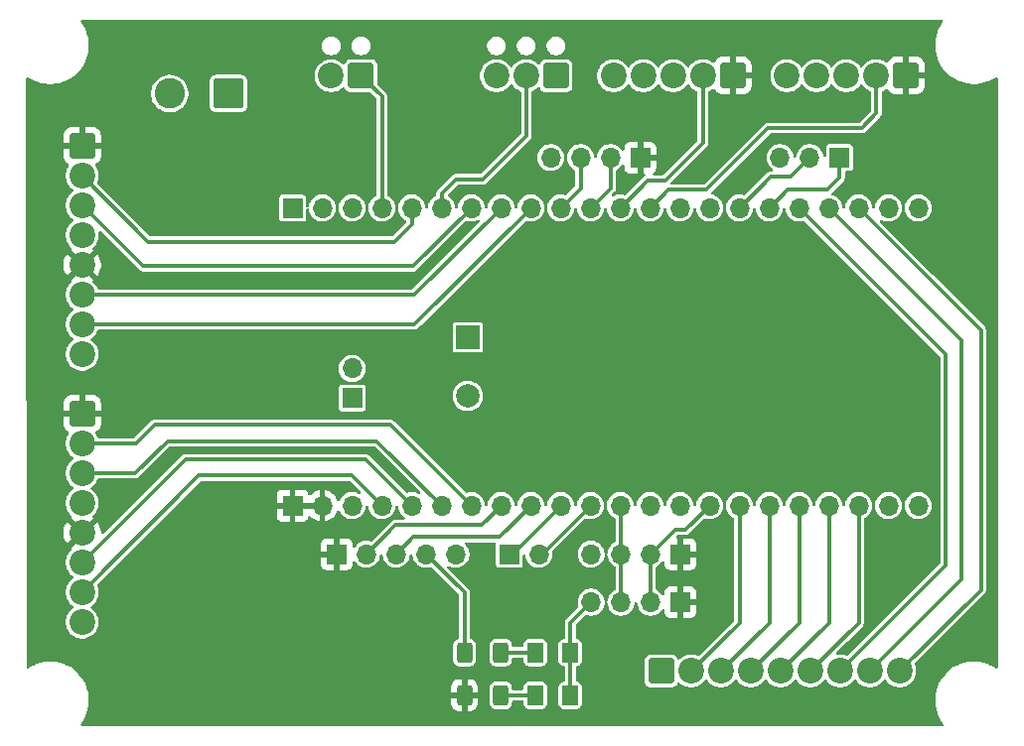
<source format=gbr>
%TF.GenerationSoftware,KiCad,Pcbnew,9.0.0*%
%TF.CreationDate,2025-03-28T17:52:31-06:00*%
%TF.ProjectId,Dark_Passenger_Base_MCU,4461726b-5f50-4617-9373-656e6765725f,1.0*%
%TF.SameCoordinates,Original*%
%TF.FileFunction,Copper,L1,Top*%
%TF.FilePolarity,Positive*%
%FSLAX46Y46*%
G04 Gerber Fmt 4.6, Leading zero omitted, Abs format (unit mm)*
G04 Created by KiCad (PCBNEW 9.0.0) date 2025-03-28 17:52:31*
%MOMM*%
%LPD*%
G01*
G04 APERTURE LIST*
G04 Aperture macros list*
%AMRoundRect*
0 Rectangle with rounded corners*
0 $1 Rounding radius*
0 $2 $3 $4 $5 $6 $7 $8 $9 X,Y pos of 4 corners*
0 Add a 4 corners polygon primitive as box body*
4,1,4,$2,$3,$4,$5,$6,$7,$8,$9,$2,$3,0*
0 Add four circle primitives for the rounded corners*
1,1,$1+$1,$2,$3*
1,1,$1+$1,$4,$5*
1,1,$1+$1,$6,$7*
1,1,$1+$1,$8,$9*
0 Add four rect primitives between the rounded corners*
20,1,$1+$1,$2,$3,$4,$5,0*
20,1,$1+$1,$4,$5,$6,$7,0*
20,1,$1+$1,$6,$7,$8,$9,0*
20,1,$1+$1,$8,$9,$2,$3,0*%
G04 Aperture macros list end*
%TA.AperFunction,ComponentPad*%
%ADD10R,1.700000X1.700000*%
%TD*%
%TA.AperFunction,ComponentPad*%
%ADD11O,1.700000X1.700000*%
%TD*%
%TA.AperFunction,SMDPad,CuDef*%
%ADD12RoundRect,0.250001X0.462499X0.624999X-0.462499X0.624999X-0.462499X-0.624999X0.462499X-0.624999X0*%
%TD*%
%TA.AperFunction,ComponentPad*%
%ADD13RoundRect,0.249999X-0.850001X0.850001X-0.850001X-0.850001X0.850001X-0.850001X0.850001X0.850001X0*%
%TD*%
%TA.AperFunction,ComponentPad*%
%ADD14C,2.200000*%
%TD*%
%TA.AperFunction,SMDPad,CuDef*%
%ADD15RoundRect,0.250000X-0.400000X-0.625000X0.400000X-0.625000X0.400000X0.625000X-0.400000X0.625000X0*%
%TD*%
%TA.AperFunction,ComponentPad*%
%ADD16RoundRect,0.249999X-0.850001X-0.850001X0.850001X-0.850001X0.850001X0.850001X-0.850001X0.850001X0*%
%TD*%
%TA.AperFunction,ComponentPad*%
%ADD17RoundRect,0.249999X0.850001X0.850001X-0.850001X0.850001X-0.850001X-0.850001X0.850001X-0.850001X0*%
%TD*%
%TA.AperFunction,ComponentPad*%
%ADD18R,2.000000X2.000000*%
%TD*%
%TA.AperFunction,ComponentPad*%
%ADD19C,2.000000*%
%TD*%
%TA.AperFunction,ComponentPad*%
%ADD20RoundRect,0.250000X1.050000X1.050000X-1.050000X1.050000X-1.050000X-1.050000X1.050000X-1.050000X0*%
%TD*%
%TA.AperFunction,ComponentPad*%
%ADD21C,2.600000*%
%TD*%
%TA.AperFunction,Conductor*%
%ADD22C,0.300000*%
%TD*%
%TA.AperFunction,Conductor*%
%ADD23C,0.299974*%
%TD*%
G04 APERTURE END LIST*
D10*
%TO.P,J13,1,Pin_1*%
%TO.N,+3.3V*%
X113919200Y-78841600D03*
D11*
%TO.P,J13,2,Pin_2*%
%TO.N,GPIO15*%
X116459200Y-78841600D03*
%TO.P,J13,3,Pin_3*%
%TO.N,GPIO16*%
X118999200Y-78841600D03*
%TO.P,J13,4,Pin_4*%
%TO.N,+5V*%
X121539200Y-78841600D03*
%TO.P,J13,5,Pin_5*%
%TO.N,GND*%
X124079200Y-78841600D03*
%TD*%
D10*
%TO.P,J1,1,Pin_1*%
%TO.N,+3.3V*%
X110160000Y-74700000D03*
D11*
%TO.P,J1,2,Pin_2*%
X112700000Y-74700000D03*
%TO.P,J1,3,Pin_3*%
%TO.N,RST*%
X115240000Y-74700000D03*
%TO.P,J1,4,Pin_4*%
%TO.N,GPIO4*%
X117780000Y-74700000D03*
%TO.P,J1,5,Pin_5*%
%TO.N,GPIO5*%
X120320000Y-74700000D03*
%TO.P,J1,6,Pin_6*%
%TO.N,GPIO6*%
X122860000Y-74700000D03*
%TO.P,J1,7,Pin_7*%
%TO.N,GPIO7*%
X125400000Y-74700000D03*
%TO.P,J1,8,Pin_8*%
%TO.N,GPIO15*%
X127940000Y-74700000D03*
%TO.P,J1,9,Pin_9*%
%TO.N,GPIO16*%
X130480000Y-74700000D03*
%TO.P,J1,10,Pin_10*%
%TO.N,GPIO17*%
X133020000Y-74700000D03*
%TO.P,J1,11,Pin_11*%
%TO.N,GPIO18*%
X135560000Y-74700000D03*
%TO.P,J1,12,Pin_12*%
%TO.N,SDA*%
X138100000Y-74700000D03*
%TO.P,J1,13,Pin_13*%
%TO.N,unconnected-(J1-Pin_13-Pad13)*%
X140640000Y-74700000D03*
%TO.P,J1,14,Pin_14*%
%TO.N,unconnected-(J1-Pin_14-Pad14)*%
X143180000Y-74700000D03*
%TO.P,J1,15,Pin_15*%
%TO.N,SCL*%
X145720000Y-74700000D03*
%TO.P,J1,16,Pin_16*%
%TO.N,GPIO10*%
X148260000Y-74700000D03*
%TO.P,J1,17,Pin_17*%
%TO.N,GPIO11*%
X150800000Y-74700000D03*
%TO.P,J1,18,Pin_18*%
%TO.N,GPIO12*%
X153340000Y-74700000D03*
%TO.P,J1,19,Pin_19*%
%TO.N,GPIO13*%
X155880000Y-74700000D03*
%TO.P,J1,20,Pin_20*%
%TO.N,GPIO14*%
X158420000Y-74700000D03*
%TO.P,J1,21,Pin_21*%
%TO.N,5VIN*%
X160960000Y-74700000D03*
%TO.P,J1,22,Pin_22*%
%TO.N,GND*%
X163500000Y-74700000D03*
%TD*%
D10*
%TO.P,J11,1,Pin_1*%
%TO.N,+3.3V*%
X143230600Y-82931000D03*
D11*
%TO.P,J11,2,Pin_2*%
%TO.N,SCL*%
X140690600Y-82931000D03*
%TO.P,J11,3,Pin_3*%
%TO.N,SDA*%
X138150600Y-82931000D03*
%TO.P,J11,4,Pin_4*%
%TO.N,GND*%
X135610600Y-82931000D03*
%TD*%
D12*
%TO.P,D2,1,K*%
%TO.N,GND*%
X133847100Y-90881200D03*
%TO.P,D2,2,A*%
%TO.N,Net-(D2-A)*%
X130872100Y-90881200D03*
%TD*%
D13*
%TO.P,J15,1,Pin_1*%
%TO.N,+3.3V*%
X92227600Y-43992800D03*
D14*
%TO.P,J15,2,Pin_2*%
%TO.N,GPIO2*%
X92227600Y-46532800D03*
%TO.P,J15,3,Pin_3*%
%TO.N,GPIO41*%
X92227600Y-49072800D03*
%TO.P,J15,4,Pin_4*%
%TO.N,GND*%
X92227600Y-51612800D03*
%TO.P,J15,5,Pin_5*%
%TO.N,+3.3V*%
X92227600Y-54152800D03*
%TO.P,J15,6,Pin_6*%
%TO.N,GPIO40*%
X92227600Y-56692800D03*
%TO.P,J15,7,Pin_7*%
%TO.N,GPIO39*%
X92227600Y-59232800D03*
%TO.P,J15,8,Pin_8*%
%TO.N,GND*%
X92227600Y-61772800D03*
%TD*%
D15*
%TO.P,R2,1*%
%TO.N,+3.3V*%
X124815200Y-90881200D03*
%TO.P,R2,2*%
%TO.N,Net-(D2-A)*%
X127915200Y-90881200D03*
%TD*%
D10*
%TO.P,J16,1,Pin_1*%
%TO.N,RST*%
X115240000Y-65532000D03*
D11*
%TO.P,J16,2,Pin_2*%
%TO.N,GND*%
X115240000Y-62992000D03*
%TD*%
D16*
%TO.P,J18,1,Pin_1*%
%TO.N,GND*%
X141600000Y-88800000D03*
D14*
%TO.P,J18,2,Pin_2*%
%TO.N,GPIO10*%
X144140000Y-88800000D03*
%TO.P,J18,3,Pin_3*%
%TO.N,GPIO11*%
X146680000Y-88800000D03*
%TO.P,J18,4,Pin_4*%
%TO.N,GPIO12*%
X149220000Y-88800000D03*
%TO.P,J18,5,Pin_5*%
%TO.N,GPIO13*%
X151760000Y-88800000D03*
%TO.P,J18,6,Pin_6*%
%TO.N,GPIO14*%
X154300000Y-88800000D03*
%TO.P,J18,7,Pin_7*%
%TO.N,GPIO21*%
X156840000Y-88800000D03*
%TO.P,J18,8,Pin_8*%
%TO.N,GPIO20*%
X159380000Y-88800000D03*
%TO.P,J18,9,Pin_9*%
%TO.N,GPIO19*%
X161920000Y-88800000D03*
%TD*%
D10*
%TO.P,J2,1,Pin_1*%
%TO.N,GND*%
X110160000Y-49300000D03*
D11*
%TO.P,J2,2,Pin_2*%
%TO.N,TX*%
X112700000Y-49300000D03*
%TO.P,J2,3,Pin_3*%
%TO.N,RX*%
X115240000Y-49300000D03*
%TO.P,J2,4,Pin_4*%
%TO.N,GPIO1*%
X117780000Y-49300000D03*
%TO.P,J2,5,Pin_5*%
%TO.N,GPIO2*%
X120320000Y-49300000D03*
%TO.P,J2,6,Pin_6*%
%TO.N,GPIO42*%
X122860000Y-49300000D03*
%TO.P,J2,7,Pin_7*%
%TO.N,GPIO41*%
X125400000Y-49300000D03*
%TO.P,J2,8,Pin_8*%
%TO.N,GPIO40*%
X127940000Y-49300000D03*
%TO.P,J2,9,Pin_9*%
%TO.N,GPIO39*%
X130480000Y-49300000D03*
%TO.P,J2,10,Pin_10*%
%TO.N,GPIO38*%
X133020000Y-49300000D03*
%TO.P,J2,11,Pin_11*%
%TO.N,GPIO37*%
X135560000Y-49300000D03*
%TO.P,J2,12,Pin_12*%
%TO.N,GPIO36*%
X138100000Y-49300000D03*
%TO.P,J2,13,Pin_13*%
%TO.N,GPIO35*%
X140640000Y-49300000D03*
%TO.P,J2,14,Pin_14*%
%TO.N,unconnected-(J2-Pin_14-Pad14)*%
X143180000Y-49300000D03*
%TO.P,J2,15,Pin_15*%
%TO.N,unconnected-(J2-Pin_15-Pad15)*%
X145720000Y-49300000D03*
%TO.P,J2,16,Pin_16*%
%TO.N,GPIO48*%
X148260000Y-49300000D03*
%TO.P,J2,17,Pin_17*%
%TO.N,GPIO47*%
X150800000Y-49300000D03*
%TO.P,J2,18,Pin_18*%
%TO.N,GPIO21*%
X153340000Y-49300000D03*
%TO.P,J2,19,Pin_19*%
%TO.N,GPIO20*%
X155880000Y-49300000D03*
%TO.P,J2,20,Pin_20*%
%TO.N,GPIO19*%
X158420000Y-49300000D03*
%TO.P,J2,21,Pin_21*%
%TO.N,GND*%
X160960000Y-49300000D03*
%TO.P,J2,22,Pin_22*%
X163500000Y-49300000D03*
%TD*%
D15*
%TO.P,R1,1*%
%TO.N,+5V*%
X124815200Y-87223600D03*
%TO.P,R1,2*%
%TO.N,Net-(D1-A)*%
X127915200Y-87223600D03*
%TD*%
D10*
%TO.P,J10,1,Pin_1*%
%TO.N,+3.3V*%
X143230600Y-78841600D03*
D11*
%TO.P,J10,2,Pin_2*%
%TO.N,SCL*%
X140690600Y-78841600D03*
%TO.P,J10,3,Pin_3*%
%TO.N,SDA*%
X138150600Y-78841600D03*
%TO.P,J10,4,Pin_4*%
%TO.N,GND*%
X135610600Y-78841600D03*
%TD*%
D17*
%TO.P,J4,1,Pin_1*%
%TO.N,+5V*%
X132624600Y-38000000D03*
D14*
%TO.P,J4,2,Pin_2*%
%TO.N,GPIO42*%
X130084600Y-38000000D03*
%TO.P,J4,3,Pin_3*%
%TO.N,GND*%
X127544600Y-38000000D03*
%TD*%
D18*
%TO.P,C1,1*%
%TO.N,+5V*%
X125090781Y-60335600D03*
D19*
%TO.P,C1,2*%
%TO.N,GND*%
X125090781Y-65335600D03*
%TD*%
D10*
%TO.P,J12,1,Pin_1*%
%TO.N,GPIO47*%
X156799280Y-44998640D03*
D11*
%TO.P,J12,2,Pin_2*%
%TO.N,GPIO48*%
X154259280Y-44998640D03*
%TO.P,J12,3,Pin_3*%
%TO.N,GND*%
X151719280Y-44998640D03*
%TD*%
D17*
%TO.P,J7,1,Pin_1*%
%TO.N,+3.3V*%
X147684600Y-38000000D03*
D14*
%TO.P,J7,2,Pin_2*%
%TO.N,GPIO36*%
X145144600Y-38000000D03*
%TO.P,J7,3,Pin_3*%
%TO.N,GND*%
X142604600Y-38000000D03*
%TO.P,J7,4,Pin_4*%
%TO.N,+5V*%
X140064600Y-38000000D03*
%TO.P,J7,5,Pin_5*%
%TO.N,GND*%
X137524600Y-38000000D03*
%TD*%
D10*
%TO.P,J9,1,Pin_1*%
%TO.N,GPIO17*%
X128620720Y-78841600D03*
D11*
%TO.P,J9,2,Pin_2*%
%TO.N,GPIO18*%
X131160720Y-78841600D03*
%TD*%
D13*
%TO.P,J14,1,Pin_1*%
%TO.N,+3.3V*%
X92227600Y-66852800D03*
D14*
%TO.P,J14,2,Pin_2*%
%TO.N,GPIO7*%
X92227600Y-69392800D03*
%TO.P,J14,3,Pin_3*%
%TO.N,GPIO6*%
X92227600Y-71932800D03*
%TO.P,J14,4,Pin_4*%
%TO.N,GND*%
X92227600Y-74472800D03*
%TO.P,J14,5,Pin_5*%
%TO.N,+3.3V*%
X92227600Y-77012800D03*
%TO.P,J14,6,Pin_6*%
%TO.N,GPIO5*%
X92227600Y-79552800D03*
%TO.P,J14,7,Pin_7*%
%TO.N,GPIO4*%
X92227600Y-82092800D03*
%TO.P,J14,8,Pin_8*%
%TO.N,GND*%
X92227600Y-84632800D03*
%TD*%
D17*
%TO.P,J6,1,Pin_1*%
%TO.N,+3.3V*%
X162458600Y-38000000D03*
D14*
%TO.P,J6,2,Pin_2*%
%TO.N,GPIO35*%
X159918600Y-38000000D03*
%TO.P,J6,3,Pin_3*%
%TO.N,GND*%
X157378600Y-38000000D03*
%TO.P,J6,4,Pin_4*%
%TO.N,+5V*%
X154838600Y-38000000D03*
%TO.P,J6,5,Pin_5*%
%TO.N,GND*%
X152298600Y-38000000D03*
%TD*%
D10*
%TO.P,J8,1,Pin_1*%
%TO.N,+3.3V*%
X139799060Y-44998640D03*
D11*
%TO.P,J8,2,Pin_2*%
%TO.N,GPIO37*%
X137259060Y-44998640D03*
%TO.P,J8,3,Pin_3*%
%TO.N,GPIO38*%
X134719060Y-44998640D03*
%TO.P,J8,4,Pin_4*%
%TO.N,GND*%
X132179060Y-44998640D03*
%TD*%
D17*
%TO.P,J3,1,Pin_1*%
%TO.N,GPIO1*%
X116000000Y-38000000D03*
D14*
%TO.P,J3,2,Pin_2*%
%TO.N,GND*%
X113460000Y-38000000D03*
%TD*%
D12*
%TO.P,D1,1,K*%
%TO.N,GND*%
X133847100Y-87223600D03*
%TO.P,D1,2,A*%
%TO.N,Net-(D1-A)*%
X130872100Y-87223600D03*
%TD*%
D20*
%TO.P,J5,1,Pin_1*%
%TO.N,+5V*%
X104700000Y-39527500D03*
D21*
%TO.P,J5,2,Pin_2*%
%TO.N,GND*%
X99700000Y-39527500D03*
%TD*%
D22*
%TO.N,GND*%
X133847100Y-84694500D02*
X135610600Y-82931000D01*
X133847100Y-87223600D02*
X133847100Y-84694500D01*
X133847100Y-90881200D02*
X133847100Y-87223600D01*
%TO.N,+5V*%
X124815200Y-87223600D02*
X124815200Y-82117600D01*
X124815200Y-82117600D02*
X121539200Y-78841600D01*
%TO.N,Net-(D1-A)*%
X130872100Y-87223600D02*
X127915200Y-87223600D01*
%TO.N,Net-(D2-A)*%
X127915200Y-90881200D02*
X130872100Y-90881200D01*
D23*
%TO.N,GPIO10*%
X144140000Y-88800000D02*
X148260000Y-84680000D01*
X148260000Y-84680000D02*
X148260000Y-74700000D01*
D22*
%TO.N,GPIO6*%
X122860000Y-74700000D02*
X117349600Y-69189600D01*
X99492000Y-69189600D02*
X96748800Y-71932800D01*
X96748800Y-71932800D02*
X92227600Y-71932800D01*
X117349600Y-69189600D02*
X99492000Y-69189600D01*
%TO.N,GPIO17*%
X128878400Y-78841600D02*
X128620720Y-78841600D01*
X133020000Y-74700000D02*
X128878400Y-78841600D01*
D23*
%TO.N,GPIO11*%
X150800000Y-84680000D02*
X146680000Y-88800000D01*
X150800000Y-74700000D02*
X150800000Y-84680000D01*
%TO.N,GPIO12*%
X153340000Y-84680000D02*
X153340000Y-74700000D01*
X149220000Y-88800000D02*
X153340000Y-84680000D01*
%TO.N,GPIO13*%
X155880000Y-84680000D02*
X151760000Y-88800000D01*
X155880000Y-74700000D02*
X155880000Y-84680000D01*
D22*
%TO.N,GPIO16*%
X127811600Y-77368400D02*
X120472400Y-77368400D01*
X120472400Y-77368400D02*
X118999200Y-78841600D01*
X130480000Y-74700000D02*
X127811600Y-77368400D01*
D23*
%TO.N,SDA*%
X138150600Y-74750600D02*
X138100000Y-74700000D01*
X138150600Y-82931000D02*
X138150600Y-78841600D01*
X138150600Y-78841600D02*
X138150600Y-74750600D01*
%TO.N,SCL*%
X140690600Y-82931000D02*
X140690600Y-78841600D01*
X143661200Y-76758800D02*
X145720000Y-74700000D01*
X142773400Y-76758800D02*
X143661200Y-76758800D01*
X140690600Y-78841600D02*
X142773400Y-76758800D01*
D22*
%TO.N,GPIO18*%
X135560000Y-74700000D02*
X131418400Y-78841600D01*
X131418400Y-78841600D02*
X131160720Y-78841600D01*
%TO.N,GPIO7*%
X125400000Y-74700000D02*
X118467200Y-67767200D01*
X118467200Y-67767200D02*
X98425200Y-67767200D01*
X98425200Y-67767200D02*
X96799600Y-69392800D01*
X96799600Y-69392800D02*
X92227600Y-69392800D01*
D23*
%TO.N,GPIO14*%
X158420000Y-84680000D02*
X158420000Y-74700000D01*
X154300000Y-88800000D02*
X158420000Y-84680000D01*
D22*
%TO.N,GPIO5*%
X101016000Y-70764400D02*
X92227600Y-79552800D01*
X116384400Y-70764400D02*
X101016000Y-70764400D01*
X120320000Y-74700000D02*
X116384400Y-70764400D01*
%TO.N,GPIO15*%
X126287600Y-76352400D02*
X118948400Y-76352400D01*
X127940000Y-74700000D02*
X126287600Y-76352400D01*
X118948400Y-76352400D02*
X116459200Y-78841600D01*
%TO.N,GPIO4*%
X102184400Y-72136000D02*
X92227600Y-82092800D01*
X117780000Y-74700000D02*
X115216000Y-72136000D01*
X115216000Y-72136000D02*
X102184400Y-72136000D01*
D23*
%TO.N,GPIO20*%
X167157600Y-81022400D02*
X167157600Y-60577600D01*
X167157600Y-60577600D02*
X155880000Y-49300000D01*
X159380000Y-88800000D02*
X167157600Y-81022400D01*
%TO.N,GPIO37*%
X137259060Y-47600940D02*
X137259060Y-44998640D01*
X135560000Y-49300000D02*
X137259060Y-47600940D01*
%TO.N,GPIO19*%
X168834000Y-59714000D02*
X158420000Y-49300000D01*
X161920000Y-88800000D02*
X168834000Y-81886000D01*
X168834000Y-81886000D02*
X168834000Y-59714000D01*
D22*
%TO.N,GPIO2*%
X120320000Y-50698400D02*
X118846800Y-52171600D01*
X120320000Y-49300000D02*
X120320000Y-50698400D01*
X118846800Y-52171600D02*
X97866400Y-52171600D01*
X97866400Y-52171600D02*
X92227600Y-46532800D01*
%TO.N,GPIO41*%
X97409200Y-54254400D02*
X92227600Y-49072800D01*
X125400000Y-49300000D02*
X120445600Y-54254400D01*
X120445600Y-54254400D02*
X97409200Y-54254400D01*
D23*
%TO.N,GPIO21*%
X156840000Y-88800000D02*
X165836800Y-79803200D01*
X165836800Y-79803200D02*
X165836800Y-61796800D01*
X165836800Y-61796800D02*
X153340000Y-49300000D01*
%TO.N,GPIO38*%
X133020000Y-49300000D02*
X134719060Y-47600940D01*
X134719060Y-47600940D02*
X134719060Y-44998640D01*
%TO.N,GPIO35*%
X145415200Y-47752000D02*
X150698400Y-42468800D01*
X142188000Y-47752000D02*
X145415200Y-47752000D01*
X159918600Y-41224200D02*
X159918600Y-38000000D01*
X150698400Y-42468800D02*
X158674000Y-42468800D01*
X140640000Y-49300000D02*
X142188000Y-47752000D01*
X158674000Y-42468800D02*
X159918600Y-41224200D01*
%TO.N,GPIO47*%
X155727600Y-47752000D02*
X152348000Y-47752000D01*
X156799280Y-46680320D02*
X155727600Y-47752000D01*
X156799280Y-44998640D02*
X156799280Y-46680320D01*
X152348000Y-47752000D02*
X150800000Y-49300000D01*
D22*
%TO.N,GPIO39*%
X130480000Y-49300000D02*
X120547200Y-59232800D01*
X120547200Y-59232800D02*
X92227600Y-59232800D01*
D23*
%TO.N,GPIO36*%
X141910000Y-46939200D02*
X140460800Y-46939200D01*
X145144600Y-43704600D02*
X141910000Y-46939200D01*
X140460800Y-46939200D02*
X138100000Y-49300000D01*
X145144600Y-38000000D02*
X145144600Y-43704600D01*
D22*
%TO.N,GPIO42*%
X122860000Y-48056800D02*
X122860000Y-49300000D01*
X130084600Y-43118200D02*
X126365200Y-46837600D01*
X130084600Y-38000000D02*
X130084600Y-43118200D01*
X126365200Y-46837600D02*
X124079200Y-46837600D01*
X124079200Y-46837600D02*
X122860000Y-48056800D01*
%TO.N,GPIO1*%
X117780000Y-39780000D02*
X116000000Y-38000000D01*
X117780000Y-49300000D02*
X117780000Y-39780000D01*
D23*
%TO.N,GPIO48*%
X152628800Y-46634400D02*
X150925600Y-46634400D01*
X150925600Y-46634400D02*
X148260000Y-49300000D01*
X154259280Y-45003920D02*
X152628800Y-46634400D01*
X154259280Y-44998640D02*
X154259280Y-45003920D01*
D22*
%TO.N,GPIO40*%
X127940000Y-49300000D02*
X120547200Y-56692800D01*
X120547200Y-56692800D02*
X92227600Y-56692800D01*
%TD*%
%TA.AperFunction,Conductor*%
%TO.N,+3.3V*%
G36*
X117178674Y-69659785D02*
G01*
X117199316Y-69676419D01*
X121013480Y-73490583D01*
X121046965Y-73551906D01*
X121041981Y-73621598D01*
X121000109Y-73677531D01*
X120934645Y-73701948D01*
X120869504Y-73688749D01*
X120761639Y-73633788D01*
X120761636Y-73633787D01*
X120589410Y-73577829D01*
X120410551Y-73549500D01*
X120410546Y-73549500D01*
X120229454Y-73549500D01*
X120229449Y-73549500D01*
X120050592Y-73577828D01*
X119960084Y-73607235D01*
X119890243Y-73609229D01*
X119834087Y-73576984D01*
X116661016Y-70403913D01*
X116661014Y-70403911D01*
X116601702Y-70369667D01*
X116558288Y-70344601D01*
X116546180Y-70341357D01*
X116534073Y-70338113D01*
X116534070Y-70338112D01*
X116495878Y-70327878D01*
X116443709Y-70313900D01*
X100956691Y-70313900D01*
X100887944Y-70332320D01*
X100842112Y-70344601D01*
X100842107Y-70344604D01*
X100798695Y-70369667D01*
X100798696Y-70369668D01*
X100739389Y-70403908D01*
X100739383Y-70403913D01*
X94039281Y-77104014D01*
X93977958Y-77137499D01*
X93908266Y-77132515D01*
X93852333Y-77090643D01*
X93827916Y-77025179D01*
X93827600Y-77016333D01*
X93827600Y-76886871D01*
X93788202Y-76638130D01*
X93710380Y-76398615D01*
X93596042Y-76174216D01*
X93521850Y-76072101D01*
X93521850Y-76072100D01*
X92751387Y-76842565D01*
X92740118Y-76800508D01*
X92667710Y-76675092D01*
X92565308Y-76572690D01*
X92439892Y-76500282D01*
X92397832Y-76489012D01*
X93168298Y-75718548D01*
X93166535Y-75717268D01*
X93123868Y-75661938D01*
X93117889Y-75592325D01*
X93150494Y-75530530D01*
X93151607Y-75529399D01*
X93295842Y-75385165D01*
X93425415Y-75206822D01*
X93525495Y-75010406D01*
X93593615Y-74800751D01*
X93628100Y-74583022D01*
X93628100Y-74362578D01*
X93593615Y-74144849D01*
X93538051Y-73973837D01*
X93525496Y-73935196D01*
X93525495Y-73935193D01*
X93467075Y-73820540D01*
X93425415Y-73738778D01*
X93375642Y-73670271D01*
X93295847Y-73560441D01*
X93295843Y-73560436D01*
X93139963Y-73404556D01*
X93139958Y-73404552D01*
X93000345Y-73303118D01*
X92957679Y-73247789D01*
X92951700Y-73178175D01*
X92984305Y-73116380D01*
X93000345Y-73102482D01*
X93139958Y-73001047D01*
X93139956Y-73001047D01*
X93139965Y-73001042D01*
X93295842Y-72845165D01*
X93425415Y-72666822D01*
X93525495Y-72470406D01*
X93525497Y-72470400D01*
X93525958Y-72468983D01*
X93526278Y-72468513D01*
X93527359Y-72465906D01*
X93527906Y-72466132D01*
X93565395Y-72411307D01*
X93629753Y-72384108D01*
X93643889Y-72383300D01*
X96808108Y-72383300D01*
X96808109Y-72383300D01*
X96898473Y-72359086D01*
X96922687Y-72352599D01*
X97025414Y-72293289D01*
X99642285Y-69676419D01*
X99703608Y-69642934D01*
X99729966Y-69640100D01*
X117111635Y-69640100D01*
X117178674Y-69659785D01*
G37*
%TD.AperFunction*%
%TA.AperFunction,Conductor*%
G36*
X112234075Y-74507007D02*
G01*
X112200000Y-74634174D01*
X112200000Y-74765826D01*
X112234075Y-74892993D01*
X112266988Y-74950000D01*
X110593012Y-74950000D01*
X110625925Y-74892993D01*
X110660000Y-74765826D01*
X110660000Y-74634174D01*
X110625925Y-74507007D01*
X110593012Y-74450000D01*
X112266988Y-74450000D01*
X112234075Y-74507007D01*
G37*
%TD.AperFunction*%
%TA.AperFunction,Conductor*%
G36*
X126082911Y-50324631D02*
G01*
X126123168Y-50381737D01*
X126126161Y-50451542D01*
X126093478Y-50509417D01*
X120396916Y-56205981D01*
X120335593Y-56239466D01*
X120309235Y-56242300D01*
X93643889Y-56242300D01*
X93576850Y-56222615D01*
X93531095Y-56169811D01*
X93525958Y-56156617D01*
X93525497Y-56155199D01*
X93525495Y-56155193D01*
X93490837Y-56087175D01*
X93425415Y-55958778D01*
X93408860Y-55935992D01*
X93295847Y-55780441D01*
X93295843Y-55780436D01*
X93151738Y-55636331D01*
X93118253Y-55575008D01*
X93123237Y-55505316D01*
X93165109Y-55449383D01*
X93166535Y-55448331D01*
X93168298Y-55447050D01*
X92397834Y-54676587D01*
X92439892Y-54665318D01*
X92565308Y-54592910D01*
X92667710Y-54490508D01*
X92740118Y-54365092D01*
X92751387Y-54323035D01*
X93521850Y-55093498D01*
X93521850Y-55093497D01*
X93596042Y-54991381D01*
X93596046Y-54991375D01*
X93710380Y-54766984D01*
X93788202Y-54527469D01*
X93827600Y-54278728D01*
X93827600Y-54026871D01*
X93788202Y-53778130D01*
X93710380Y-53538615D01*
X93596042Y-53314216D01*
X93521850Y-53212101D01*
X93521850Y-53212100D01*
X92751387Y-53982564D01*
X92740118Y-53940508D01*
X92667710Y-53815092D01*
X92565308Y-53712690D01*
X92439892Y-53640282D01*
X92397832Y-53629012D01*
X93168298Y-52858548D01*
X93166535Y-52857268D01*
X93123868Y-52801938D01*
X93117889Y-52732325D01*
X93150494Y-52670530D01*
X93151607Y-52669399D01*
X93295842Y-52525165D01*
X93425415Y-52346822D01*
X93525495Y-52150406D01*
X93593615Y-51940751D01*
X93628100Y-51723022D01*
X93628100Y-51502578D01*
X93613996Y-51413530D01*
X93622950Y-51344239D01*
X93667946Y-51290787D01*
X93734698Y-51270147D01*
X93802012Y-51288872D01*
X93824150Y-51306453D01*
X97132586Y-54614889D01*
X97235313Y-54674199D01*
X97259521Y-54680684D01*
X97259524Y-54680686D01*
X97259525Y-54680686D01*
X97289647Y-54688757D01*
X97349891Y-54704900D01*
X97349893Y-54704900D01*
X120504908Y-54704900D01*
X120504909Y-54704900D01*
X120595273Y-54680686D01*
X120619487Y-54674199D01*
X120722214Y-54614889D01*
X124914089Y-50423013D01*
X124975410Y-50389530D01*
X125040086Y-50392765D01*
X125069141Y-50402205D01*
X125130591Y-50422171D01*
X125213429Y-50435291D01*
X125309449Y-50450500D01*
X125309454Y-50450500D01*
X125490551Y-50450500D01*
X125577259Y-50436765D01*
X125669409Y-50422171D01*
X125841639Y-50366211D01*
X125949501Y-50311251D01*
X126018170Y-50298355D01*
X126082911Y-50324631D01*
G37*
%TD.AperFunction*%
%TA.AperFunction,Conductor*%
G36*
X140049060Y-46348640D02*
G01*
X140119932Y-46348640D01*
X140186971Y-46368325D01*
X140232726Y-46421129D01*
X140242670Y-46490287D01*
X140213645Y-46553843D01*
X140190202Y-46573198D01*
X140190643Y-46573773D01*
X140184191Y-46578723D01*
X138585924Y-48176989D01*
X138524601Y-48210474D01*
X138459925Y-48207239D01*
X138369409Y-48177828D01*
X138190551Y-48149500D01*
X138190546Y-48149500D01*
X138009454Y-48149500D01*
X138009449Y-48149500D01*
X137830589Y-48177829D01*
X137658363Y-48233787D01*
X137658360Y-48233789D01*
X137550458Y-48288768D01*
X137481788Y-48301664D01*
X137417048Y-48275388D01*
X137376791Y-48218281D01*
X137373799Y-48148475D01*
X137406480Y-48090603D01*
X137619540Y-47877545D01*
X137678847Y-47774822D01*
X137709547Y-47660248D01*
X137709547Y-47541632D01*
X137709547Y-46136329D01*
X137729232Y-46069290D01*
X137777253Y-46025844D01*
X137798685Y-46014924D01*
X137862054Y-45982636D01*
X138008561Y-45876193D01*
X138136613Y-45748141D01*
X138136615Y-45748137D01*
X138136618Y-45748135D01*
X138224742Y-45626842D01*
X138280071Y-45584176D01*
X138349685Y-45578197D01*
X138411480Y-45610802D01*
X138445837Y-45671641D01*
X138449060Y-45699727D01*
X138449060Y-45896484D01*
X138455461Y-45956012D01*
X138455463Y-45956019D01*
X138505705Y-46090726D01*
X138505709Y-46090733D01*
X138591869Y-46205827D01*
X138591872Y-46205830D01*
X138706966Y-46291990D01*
X138706973Y-46291994D01*
X138841680Y-46342236D01*
X138841687Y-46342238D01*
X138901215Y-46348639D01*
X138901232Y-46348640D01*
X139549060Y-46348640D01*
X139549060Y-45431652D01*
X139606067Y-45464565D01*
X139733234Y-45498640D01*
X139864886Y-45498640D01*
X139992053Y-45464565D01*
X140049060Y-45431652D01*
X140049060Y-46348640D01*
G37*
%TD.AperFunction*%
%TA.AperFunction,Conductor*%
G36*
X165494104Y-33248378D02*
G01*
X165561134Y-33268085D01*
X165606871Y-33320905D01*
X165616791Y-33390067D01*
X165597161Y-33441268D01*
X165417590Y-33710016D01*
X165417573Y-33710044D01*
X165264830Y-33995805D01*
X165264828Y-33995810D01*
X165140821Y-34295188D01*
X165046754Y-34605288D01*
X165046751Y-34605299D01*
X164983540Y-34923089D01*
X164983537Y-34923106D01*
X164958937Y-35172877D01*
X164951777Y-35245579D01*
X164951777Y-35569621D01*
X164961324Y-35666556D01*
X164983537Y-35892093D01*
X164983540Y-35892110D01*
X165046751Y-36209900D01*
X165046754Y-36209911D01*
X165046756Y-36209920D01*
X165046757Y-36209921D01*
X165052767Y-36229735D01*
X165140821Y-36520011D01*
X165264828Y-36819389D01*
X165264830Y-36819394D01*
X165417573Y-37105155D01*
X165417584Y-37105173D01*
X165597612Y-37374604D01*
X165803183Y-37625093D01*
X166032306Y-37854216D01*
X166282795Y-38059787D01*
X166282801Y-38059791D01*
X166552233Y-38239820D01*
X166552242Y-38239825D01*
X166552244Y-38239826D01*
X166838005Y-38392569D01*
X166838007Y-38392569D01*
X166838013Y-38392573D01*
X167137390Y-38516579D01*
X167447479Y-38610643D01*
X167447485Y-38610644D01*
X167447488Y-38610645D01*
X167447499Y-38610648D01*
X167646780Y-38650286D01*
X167765296Y-38673861D01*
X168087779Y-38705623D01*
X168087782Y-38705623D01*
X168411818Y-38705623D01*
X168411821Y-38705623D01*
X168734304Y-38673861D01*
X168891615Y-38642569D01*
X169052100Y-38610648D01*
X169052111Y-38610645D01*
X169052111Y-38610644D01*
X169052121Y-38610643D01*
X169362210Y-38516579D01*
X169661587Y-38392573D01*
X169947367Y-38239820D01*
X170088910Y-38145243D01*
X170155586Y-38124366D01*
X170222967Y-38142850D01*
X170269657Y-38194829D01*
X170281800Y-38248346D01*
X170281800Y-88465801D01*
X170262115Y-88532840D01*
X170209311Y-88578595D01*
X170140153Y-88588539D01*
X170088910Y-88568903D01*
X169937583Y-88467790D01*
X169937555Y-88467773D01*
X169651794Y-88315030D01*
X169651789Y-88315028D01*
X169352411Y-88191021D01*
X169042311Y-88096954D01*
X169042300Y-88096951D01*
X168724510Y-88033740D01*
X168724493Y-88033737D01*
X168480630Y-88009719D01*
X168402021Y-88001977D01*
X168077979Y-88001977D01*
X168005277Y-88009137D01*
X167755506Y-88033737D01*
X167755489Y-88033740D01*
X167437699Y-88096951D01*
X167437688Y-88096954D01*
X167127588Y-88191021D01*
X166828210Y-88315028D01*
X166828205Y-88315030D01*
X166542444Y-88467773D01*
X166542426Y-88467784D01*
X166272995Y-88647812D01*
X166022506Y-88853383D01*
X165793383Y-89082506D01*
X165587812Y-89332995D01*
X165407784Y-89602426D01*
X165407773Y-89602444D01*
X165255030Y-89888205D01*
X165255028Y-89888210D01*
X165131021Y-90187588D01*
X165036954Y-90497688D01*
X165036951Y-90497699D01*
X164973740Y-90815489D01*
X164973737Y-90815506D01*
X164949137Y-91065277D01*
X164941977Y-91137979D01*
X164941977Y-91462021D01*
X164951250Y-91556173D01*
X164973737Y-91784493D01*
X164973740Y-91784510D01*
X165036951Y-92102300D01*
X165036954Y-92102311D01*
X165131021Y-92412411D01*
X165255028Y-92711789D01*
X165255030Y-92711794D01*
X165407773Y-92997555D01*
X165407784Y-92997573D01*
X165587812Y-93267004D01*
X165651891Y-93345084D01*
X165679204Y-93409394D01*
X165667413Y-93478262D01*
X165620261Y-93529822D01*
X165555954Y-93547749D01*
X92224802Y-93497881D01*
X92157776Y-93478151D01*
X92112057Y-93425316D01*
X92102160Y-93356150D01*
X92129033Y-93295216D01*
X92152191Y-93266999D01*
X92332220Y-92997567D01*
X92484973Y-92711787D01*
X92608979Y-92412410D01*
X92703043Y-92102321D01*
X92703045Y-92102311D01*
X92703048Y-92102300D01*
X92758142Y-91825319D01*
X92766261Y-91784504D01*
X92788748Y-91556186D01*
X123665201Y-91556186D01*
X123675694Y-91658897D01*
X123730841Y-91825319D01*
X123730843Y-91825324D01*
X123822884Y-91974545D01*
X123946854Y-92098515D01*
X124096075Y-92190556D01*
X124096080Y-92190558D01*
X124262502Y-92245705D01*
X124262509Y-92245706D01*
X124365219Y-92256199D01*
X124565199Y-92256199D01*
X125065200Y-92256199D01*
X125265172Y-92256199D01*
X125265186Y-92256198D01*
X125367897Y-92245705D01*
X125534319Y-92190558D01*
X125534324Y-92190556D01*
X125683545Y-92098515D01*
X125807515Y-91974545D01*
X125899556Y-91825324D01*
X125899558Y-91825319D01*
X125954705Y-91658897D01*
X125954706Y-91658890D01*
X125965199Y-91556186D01*
X125965200Y-91556173D01*
X125965200Y-91131200D01*
X125065200Y-91131200D01*
X125065200Y-92256199D01*
X124565199Y-92256199D01*
X124565200Y-92256198D01*
X124565200Y-91131200D01*
X123665201Y-91131200D01*
X123665201Y-91556186D01*
X92788748Y-91556186D01*
X92798023Y-91462021D01*
X92798023Y-91137979D01*
X92766261Y-90815496D01*
X92729602Y-90631200D01*
X92703048Y-90497699D01*
X92703045Y-90497688D01*
X92703044Y-90497685D01*
X92703043Y-90497679D01*
X92614628Y-90206213D01*
X123665200Y-90206213D01*
X123665200Y-90631200D01*
X124565200Y-90631200D01*
X125065200Y-90631200D01*
X125965199Y-90631200D01*
X125965199Y-90213098D01*
X126964700Y-90213098D01*
X126964700Y-91549302D01*
X126965527Y-91556186D01*
X126975322Y-91637761D01*
X127030839Y-91778543D01*
X127122277Y-91899122D01*
X127242856Y-91990560D01*
X127242857Y-91990560D01*
X127242858Y-91990561D01*
X127383636Y-92046077D01*
X127472098Y-92056700D01*
X127472103Y-92056700D01*
X128358297Y-92056700D01*
X128358302Y-92056700D01*
X128446764Y-92046077D01*
X128587542Y-91990561D01*
X128708122Y-91899122D01*
X128799561Y-91778542D01*
X128855077Y-91637764D01*
X128865700Y-91549302D01*
X128865700Y-91455700D01*
X128885385Y-91388661D01*
X128938189Y-91342906D01*
X128989700Y-91331700D01*
X129735101Y-91331700D01*
X129802140Y-91351385D01*
X129847895Y-91404189D01*
X129859101Y-91455700D01*
X129859101Y-91549298D01*
X129864679Y-91595757D01*
X129869723Y-91637762D01*
X129925239Y-91778542D01*
X129925240Y-91778544D01*
X130016677Y-91899122D01*
X130137255Y-91990559D01*
X130137258Y-91990561D01*
X130278036Y-92046076D01*
X130366501Y-92056700D01*
X131377698Y-92056699D01*
X131466164Y-92046076D01*
X131606942Y-91990561D01*
X131727522Y-91899122D01*
X131818961Y-91778542D01*
X131874476Y-91637764D01*
X131885100Y-91549299D01*
X131885099Y-90213102D01*
X131874476Y-90124636D01*
X131818961Y-89983858D01*
X131818959Y-89983856D01*
X131818959Y-89983855D01*
X131727522Y-89863277D01*
X131606944Y-89771840D01*
X131606942Y-89771839D01*
X131466164Y-89716324D01*
X131466161Y-89716323D01*
X131377699Y-89705700D01*
X130366508Y-89705700D01*
X130278037Y-89716323D01*
X130137257Y-89771839D01*
X130137255Y-89771840D01*
X130016677Y-89863277D01*
X129925240Y-89983855D01*
X129925239Y-89983858D01*
X129878056Y-90103509D01*
X129869724Y-90124637D01*
X129869723Y-90124638D01*
X129859100Y-90213100D01*
X129859100Y-90306700D01*
X129839415Y-90373739D01*
X129786611Y-90419494D01*
X129735100Y-90430700D01*
X128989700Y-90430700D01*
X128922661Y-90411015D01*
X128876906Y-90358211D01*
X128865700Y-90306700D01*
X128865700Y-90213103D01*
X128865700Y-90213100D01*
X128865700Y-90213098D01*
X128855077Y-90124636D01*
X128799561Y-89983858D01*
X128799560Y-89983857D01*
X128799560Y-89983856D01*
X128708122Y-89863277D01*
X128587543Y-89771839D01*
X128491392Y-89733922D01*
X128446764Y-89716323D01*
X128446763Y-89716322D01*
X128446761Y-89716322D01*
X128401126Y-89710842D01*
X128358302Y-89705700D01*
X127472098Y-89705700D01*
X127433053Y-89710388D01*
X127383638Y-89716322D01*
X127242856Y-89771839D01*
X127122277Y-89863277D01*
X127030839Y-89983856D01*
X126975322Y-90124638D01*
X126970354Y-90166014D01*
X126964700Y-90213098D01*
X125965199Y-90213098D01*
X125965199Y-90206228D01*
X125965198Y-90206213D01*
X125954705Y-90103502D01*
X125899558Y-89937080D01*
X125899556Y-89937075D01*
X125807515Y-89787854D01*
X125683545Y-89663884D01*
X125534324Y-89571843D01*
X125534319Y-89571841D01*
X125367897Y-89516694D01*
X125367890Y-89516693D01*
X125265186Y-89506200D01*
X125065200Y-89506200D01*
X125065200Y-90631200D01*
X124565200Y-90631200D01*
X124565200Y-89506200D01*
X124365229Y-89506200D01*
X124365212Y-89506201D01*
X124262502Y-89516694D01*
X124096080Y-89571841D01*
X124096075Y-89571843D01*
X123946854Y-89663884D01*
X123822884Y-89787854D01*
X123730843Y-89937075D01*
X123730841Y-89937080D01*
X123675694Y-90103502D01*
X123675693Y-90103509D01*
X123665200Y-90206213D01*
X92614628Y-90206213D01*
X92608979Y-90187590D01*
X92484973Y-89888213D01*
X92474298Y-89868242D01*
X92332226Y-89602444D01*
X92332225Y-89602442D01*
X92332220Y-89602433D01*
X92152191Y-89333001D01*
X92152187Y-89332995D01*
X91946616Y-89082506D01*
X91717493Y-88853383D01*
X91467004Y-88647812D01*
X91197573Y-88467784D01*
X91197572Y-88467783D01*
X91197567Y-88467780D01*
X91197562Y-88467777D01*
X91197555Y-88467773D01*
X90911794Y-88315030D01*
X90911789Y-88315028D01*
X90612411Y-88191021D01*
X90302311Y-88096954D01*
X90302300Y-88096951D01*
X89984510Y-88033740D01*
X89984493Y-88033737D01*
X89740630Y-88009719D01*
X89662021Y-88001977D01*
X89337979Y-88001977D01*
X89265277Y-88009137D01*
X89015506Y-88033737D01*
X89015489Y-88033740D01*
X88697699Y-88096951D01*
X88697688Y-88096954D01*
X88387588Y-88191021D01*
X88088210Y-88315028D01*
X88088205Y-88315030D01*
X87802444Y-88467773D01*
X87802426Y-88467784D01*
X87670394Y-88556006D01*
X87603716Y-88576884D01*
X87536336Y-88558399D01*
X87489646Y-88506421D01*
X87477503Y-88452965D01*
X87477327Y-88096951D01*
X87455046Y-43092813D01*
X90627600Y-43092813D01*
X90627600Y-43742800D01*
X91736852Y-43742800D01*
X91715082Y-43780508D01*
X91677600Y-43920391D01*
X91677600Y-44065209D01*
X91715082Y-44205092D01*
X91736852Y-44242800D01*
X90627601Y-44242800D01*
X90627601Y-44892786D01*
X90638094Y-44995496D01*
X90638094Y-44995498D01*
X90693240Y-45161919D01*
X90693245Y-45161930D01*
X90785280Y-45311140D01*
X90785283Y-45311144D01*
X90909255Y-45435116D01*
X90909259Y-45435119D01*
X91061099Y-45528776D01*
X91107824Y-45580724D01*
X91119045Y-45649686D01*
X91096320Y-45707199D01*
X91029787Y-45798774D01*
X90929704Y-45995193D01*
X90929703Y-45995196D01*
X90861585Y-46204847D01*
X90827100Y-46422578D01*
X90827100Y-46643021D01*
X90861585Y-46860752D01*
X90929703Y-47070403D01*
X90929704Y-47070406D01*
X90994762Y-47198086D01*
X91028955Y-47265194D01*
X91029787Y-47266825D01*
X91159352Y-47445158D01*
X91159356Y-47445163D01*
X91315236Y-47601043D01*
X91315241Y-47601047D01*
X91454854Y-47702482D01*
X91497520Y-47757812D01*
X91503499Y-47827425D01*
X91470893Y-47889220D01*
X91454854Y-47903118D01*
X91315241Y-48004552D01*
X91315236Y-48004556D01*
X91159356Y-48160436D01*
X91159352Y-48160441D01*
X91029787Y-48338774D01*
X90929704Y-48535193D01*
X90929703Y-48535196D01*
X90861585Y-48744847D01*
X90830665Y-48940072D01*
X90827100Y-48962578D01*
X90827100Y-49183022D01*
X90833389Y-49222728D01*
X90861585Y-49400752D01*
X90929703Y-49610403D01*
X90929704Y-49610406D01*
X90954930Y-49659913D01*
X91019137Y-49785925D01*
X91029787Y-49806825D01*
X91159352Y-49985158D01*
X91159356Y-49985163D01*
X91315236Y-50141043D01*
X91315241Y-50141047D01*
X91454854Y-50242482D01*
X91497520Y-50297812D01*
X91503499Y-50367425D01*
X91470893Y-50429220D01*
X91454854Y-50443118D01*
X91315241Y-50544552D01*
X91315236Y-50544556D01*
X91159356Y-50700436D01*
X91159352Y-50700441D01*
X91029787Y-50878774D01*
X90929704Y-51075193D01*
X90929703Y-51075196D01*
X90861585Y-51284847D01*
X90827100Y-51502578D01*
X90827100Y-51723021D01*
X90861585Y-51940752D01*
X90929703Y-52150403D01*
X90929704Y-52150406D01*
X91029787Y-52346825D01*
X91159352Y-52525158D01*
X91159356Y-52525163D01*
X91303460Y-52669267D01*
X91336945Y-52730590D01*
X91331961Y-52800282D01*
X91290089Y-52856215D01*
X91288664Y-52857266D01*
X91286901Y-52858546D01*
X91286900Y-52858548D01*
X92057365Y-53629012D01*
X92015308Y-53640282D01*
X91889892Y-53712690D01*
X91787490Y-53815092D01*
X91715082Y-53940508D01*
X91703812Y-53982565D01*
X90933348Y-53212100D01*
X90933347Y-53212101D01*
X90859159Y-53314213D01*
X90744819Y-53538615D01*
X90666997Y-53778130D01*
X90627600Y-54026871D01*
X90627600Y-54278728D01*
X90666997Y-54527469D01*
X90744819Y-54766984D01*
X90859157Y-54991383D01*
X90933348Y-55093497D01*
X90933348Y-55093498D01*
X91703812Y-54323034D01*
X91715082Y-54365092D01*
X91787490Y-54490508D01*
X91889892Y-54592910D01*
X92015308Y-54665318D01*
X92057365Y-54676587D01*
X91286900Y-55447050D01*
X91286901Y-55447051D01*
X91288666Y-55448334D01*
X91331331Y-55503664D01*
X91337309Y-55573278D01*
X91304702Y-55635072D01*
X91303461Y-55636332D01*
X91159351Y-55780442D01*
X91029787Y-55958774D01*
X90929704Y-56155193D01*
X90929703Y-56155196D01*
X90861585Y-56364847D01*
X90827100Y-56582578D01*
X90827100Y-56803021D01*
X90861585Y-57020752D01*
X90929703Y-57230403D01*
X90929704Y-57230406D01*
X91029787Y-57426825D01*
X91159352Y-57605158D01*
X91159356Y-57605163D01*
X91315236Y-57761043D01*
X91315241Y-57761047D01*
X91454854Y-57862482D01*
X91497520Y-57917812D01*
X91503499Y-57987425D01*
X91470893Y-58049220D01*
X91454854Y-58063118D01*
X91315241Y-58164552D01*
X91315236Y-58164556D01*
X91159356Y-58320436D01*
X91159352Y-58320441D01*
X91029787Y-58498774D01*
X90929704Y-58695193D01*
X90929703Y-58695196D01*
X90861585Y-58904847D01*
X90827100Y-59122578D01*
X90827100Y-59343021D01*
X90861585Y-59560752D01*
X90929703Y-59770403D01*
X90929704Y-59770406D01*
X91029787Y-59966825D01*
X91159352Y-60145158D01*
X91159356Y-60145163D01*
X91315236Y-60301043D01*
X91315241Y-60301047D01*
X91454854Y-60402482D01*
X91497520Y-60457812D01*
X91503499Y-60527425D01*
X91470893Y-60589220D01*
X91454854Y-60603118D01*
X91315241Y-60704552D01*
X91315236Y-60704556D01*
X91159356Y-60860436D01*
X91159352Y-60860441D01*
X91029787Y-61038774D01*
X90929704Y-61235193D01*
X90929703Y-61235196D01*
X90861585Y-61444847D01*
X90833381Y-61622919D01*
X90827100Y-61662578D01*
X90827100Y-61883022D01*
X90833874Y-61925789D01*
X90861585Y-62100752D01*
X90929703Y-62310403D01*
X90929704Y-62310406D01*
X91029787Y-62506825D01*
X91159352Y-62685158D01*
X91159356Y-62685163D01*
X91315236Y-62841043D01*
X91315241Y-62841047D01*
X91398377Y-62901448D01*
X91493578Y-62970615D01*
X91621975Y-63036037D01*
X91689993Y-63070695D01*
X91689996Y-63070696D01*
X91794821Y-63104755D01*
X91899649Y-63138815D01*
X92117378Y-63173300D01*
X92117379Y-63173300D01*
X92337821Y-63173300D01*
X92337822Y-63173300D01*
X92555551Y-63138815D01*
X92765206Y-63070695D01*
X92961622Y-62970615D01*
X93056823Y-62901448D01*
X114089500Y-62901448D01*
X114089500Y-63082551D01*
X114117829Y-63261410D01*
X114173787Y-63433636D01*
X114173788Y-63433639D01*
X114256006Y-63594997D01*
X114362441Y-63741494D01*
X114362445Y-63741499D01*
X114490500Y-63869554D01*
X114490505Y-63869558D01*
X114618287Y-63962396D01*
X114637006Y-63975996D01*
X114742484Y-64029740D01*
X114798360Y-64058211D01*
X114798363Y-64058212D01*
X114884476Y-64086191D01*
X114970591Y-64114171D01*
X115072931Y-64130380D01*
X115102270Y-64135027D01*
X115165405Y-64164956D01*
X115202336Y-64224268D01*
X115201338Y-64294130D01*
X115162728Y-64352363D01*
X115098765Y-64380477D01*
X115082872Y-64381500D01*
X114345143Y-64381500D01*
X114345117Y-64381502D01*
X114320012Y-64384413D01*
X114320008Y-64384415D01*
X114217235Y-64429793D01*
X114137794Y-64509234D01*
X114092415Y-64612006D01*
X114092415Y-64612008D01*
X114089500Y-64637131D01*
X114089500Y-66426856D01*
X114089502Y-66426882D01*
X114092413Y-66451987D01*
X114092415Y-66451991D01*
X114137793Y-66554764D01*
X114137794Y-66554765D01*
X114217235Y-66634206D01*
X114320009Y-66679585D01*
X114345135Y-66682500D01*
X116134864Y-66682499D01*
X116134879Y-66682497D01*
X116134882Y-66682497D01*
X116159987Y-66679586D01*
X116159988Y-66679585D01*
X116159991Y-66679585D01*
X116262765Y-66634206D01*
X116342206Y-66554765D01*
X116387585Y-66451991D01*
X116390500Y-66426865D01*
X116390499Y-65233248D01*
X123790281Y-65233248D01*
X123790281Y-65437951D01*
X123822303Y-65640134D01*
X123885562Y-65834823D01*
X123978496Y-66017213D01*
X124098809Y-66182813D01*
X124243567Y-66327571D01*
X124380260Y-66426882D01*
X124409171Y-66447887D01*
X124525388Y-66507103D01*
X124591557Y-66540818D01*
X124591559Y-66540818D01*
X124591562Y-66540820D01*
X124695918Y-66574727D01*
X124786246Y-66604077D01*
X124887338Y-66620088D01*
X124988429Y-66636100D01*
X124988430Y-66636100D01*
X125193132Y-66636100D01*
X125193133Y-66636100D01*
X125395315Y-66604077D01*
X125590000Y-66540820D01*
X125772391Y-66447887D01*
X125920498Y-66340282D01*
X125937994Y-66327571D01*
X125937996Y-66327568D01*
X125938000Y-66327566D01*
X126082747Y-66182819D01*
X126082749Y-66182815D01*
X126082752Y-66182813D01*
X126135513Y-66110190D01*
X126203068Y-66017210D01*
X126296001Y-65834819D01*
X126359258Y-65640134D01*
X126391281Y-65437952D01*
X126391281Y-65233248D01*
X126359258Y-65031066D01*
X126296001Y-64836381D01*
X126295999Y-64836378D01*
X126295999Y-64836376D01*
X126262284Y-64770207D01*
X126203068Y-64653990D01*
X126190809Y-64637117D01*
X126082752Y-64488386D01*
X125937994Y-64343628D01*
X125772394Y-64223315D01*
X125772393Y-64223314D01*
X125772391Y-64223313D01*
X125715434Y-64194291D01*
X125590004Y-64130381D01*
X125395315Y-64067122D01*
X125220776Y-64039478D01*
X125193133Y-64035100D01*
X124988429Y-64035100D01*
X124964110Y-64038951D01*
X124786246Y-64067122D01*
X124591557Y-64130381D01*
X124409167Y-64223315D01*
X124243567Y-64343628D01*
X124098809Y-64488386D01*
X123978496Y-64653986D01*
X123885562Y-64836376D01*
X123822303Y-65031065D01*
X123790281Y-65233248D01*
X116390499Y-65233248D01*
X116390499Y-64637136D01*
X116390497Y-64637117D01*
X116387586Y-64612012D01*
X116387585Y-64612010D01*
X116387585Y-64612009D01*
X116342206Y-64509235D01*
X116262765Y-64429794D01*
X116262763Y-64429793D01*
X116159992Y-64384415D01*
X116134868Y-64381500D01*
X115397128Y-64381500D01*
X115330089Y-64361815D01*
X115284334Y-64309011D01*
X115274390Y-64239853D01*
X115303415Y-64176297D01*
X115362193Y-64138523D01*
X115377730Y-64135027D01*
X115401014Y-64131338D01*
X115509409Y-64114171D01*
X115681639Y-64058211D01*
X115842994Y-63975996D01*
X115989501Y-63869553D01*
X116117553Y-63741501D01*
X116223996Y-63594994D01*
X116306211Y-63433639D01*
X116362171Y-63261409D01*
X116381588Y-63138814D01*
X116390500Y-63082551D01*
X116390500Y-62901448D01*
X116374019Y-62797397D01*
X116362171Y-62722591D01*
X116306211Y-62550361D01*
X116306211Y-62550360D01*
X116277740Y-62494484D01*
X116223996Y-62389006D01*
X116166888Y-62310403D01*
X116117558Y-62242505D01*
X116117554Y-62242500D01*
X115989499Y-62114445D01*
X115989494Y-62114441D01*
X115842997Y-62008006D01*
X115842996Y-62008005D01*
X115842994Y-62008004D01*
X115791300Y-61981664D01*
X115681639Y-61925788D01*
X115681636Y-61925787D01*
X115509410Y-61869829D01*
X115330551Y-61841500D01*
X115330546Y-61841500D01*
X115149454Y-61841500D01*
X115149449Y-61841500D01*
X114970589Y-61869829D01*
X114798363Y-61925787D01*
X114798360Y-61925788D01*
X114637002Y-62008006D01*
X114490505Y-62114441D01*
X114490500Y-62114445D01*
X114362445Y-62242500D01*
X114362441Y-62242505D01*
X114256006Y-62389002D01*
X114173788Y-62550360D01*
X114173787Y-62550363D01*
X114117829Y-62722589D01*
X114089500Y-62901448D01*
X93056823Y-62901448D01*
X93139965Y-62841042D01*
X93295842Y-62685165D01*
X93425415Y-62506822D01*
X93525495Y-62310406D01*
X93593615Y-62100751D01*
X93628100Y-61883022D01*
X93628100Y-61662578D01*
X93593615Y-61444849D01*
X93525495Y-61235194D01*
X93525495Y-61235193D01*
X93490837Y-61167175D01*
X93425415Y-61038778D01*
X93408860Y-61015992D01*
X93295847Y-60860441D01*
X93295843Y-60860436D01*
X93139963Y-60704556D01*
X93139958Y-60704552D01*
X93000345Y-60603118D01*
X92957679Y-60547789D01*
X92951700Y-60478175D01*
X92984305Y-60416380D01*
X93000345Y-60402482D01*
X93139958Y-60301047D01*
X93139956Y-60301047D01*
X93139965Y-60301042D01*
X93295842Y-60145165D01*
X93425415Y-59966822D01*
X93525495Y-59770406D01*
X93525497Y-59770400D01*
X93525958Y-59768983D01*
X93526278Y-59768513D01*
X93527359Y-59765906D01*
X93527906Y-59766132D01*
X93565395Y-59711307D01*
X93629753Y-59684108D01*
X93643889Y-59683300D01*
X120606508Y-59683300D01*
X120606509Y-59683300D01*
X120696873Y-59659086D01*
X120721087Y-59652599D01*
X120823814Y-59593289D01*
X121126372Y-59290731D01*
X123790281Y-59290731D01*
X123790281Y-61380456D01*
X123790283Y-61380482D01*
X123793194Y-61405587D01*
X123793196Y-61405591D01*
X123838574Y-61508364D01*
X123838575Y-61508365D01*
X123918016Y-61587806D01*
X124020790Y-61633185D01*
X124045916Y-61636100D01*
X126135645Y-61636099D01*
X126135660Y-61636097D01*
X126135663Y-61636097D01*
X126160768Y-61633186D01*
X126160769Y-61633185D01*
X126160772Y-61633185D01*
X126263546Y-61587806D01*
X126342987Y-61508365D01*
X126388366Y-61405591D01*
X126391281Y-61380465D01*
X126391280Y-59290736D01*
X126391278Y-59290717D01*
X126388367Y-59265612D01*
X126388366Y-59265610D01*
X126388366Y-59265609D01*
X126342987Y-59162835D01*
X126263546Y-59083394D01*
X126263544Y-59083393D01*
X126160773Y-59038015D01*
X126135646Y-59035100D01*
X124045924Y-59035100D01*
X124045898Y-59035102D01*
X124020793Y-59038013D01*
X124020789Y-59038015D01*
X123918016Y-59083393D01*
X123838575Y-59162834D01*
X123793196Y-59265606D01*
X123793196Y-59265608D01*
X123790281Y-59290731D01*
X121126372Y-59290731D01*
X129994089Y-50423012D01*
X130055410Y-50389529D01*
X130120082Y-50392763D01*
X130210591Y-50422171D01*
X130240401Y-50426892D01*
X130389449Y-50450500D01*
X130389454Y-50450500D01*
X130570551Y-50450500D01*
X130657259Y-50436765D01*
X130749409Y-50422171D01*
X130921639Y-50366211D01*
X131082994Y-50283996D01*
X131229501Y-50177553D01*
X131357553Y-50049501D01*
X131463996Y-49902994D01*
X131546211Y-49741639D01*
X131602171Y-49569409D01*
X131616422Y-49479425D01*
X131627527Y-49409321D01*
X131657456Y-49346186D01*
X131716768Y-49309255D01*
X131786630Y-49310253D01*
X131844863Y-49348863D01*
X131872473Y-49409321D01*
X131897829Y-49569410D01*
X131953787Y-49741636D01*
X131953788Y-49741639D01*
X132036006Y-49902997D01*
X132142441Y-50049494D01*
X132142445Y-50049499D01*
X132270500Y-50177554D01*
X132270505Y-50177558D01*
X132398287Y-50270396D01*
X132417006Y-50283996D01*
X132522301Y-50337647D01*
X132578360Y-50366211D01*
X132578363Y-50366212D01*
X132650131Y-50389530D01*
X132750591Y-50422171D01*
X132833429Y-50435291D01*
X132929449Y-50450500D01*
X132929454Y-50450500D01*
X133110551Y-50450500D01*
X133197259Y-50436765D01*
X133289409Y-50422171D01*
X133461639Y-50366211D01*
X133622994Y-50283996D01*
X133769501Y-50177553D01*
X133897553Y-50049501D01*
X134003996Y-49902994D01*
X134086211Y-49741639D01*
X134142171Y-49569409D01*
X134156422Y-49479425D01*
X134167527Y-49409321D01*
X134197456Y-49346186D01*
X134256768Y-49309255D01*
X134326630Y-49310253D01*
X134384863Y-49348863D01*
X134412473Y-49409321D01*
X134437829Y-49569410D01*
X134493787Y-49741636D01*
X134493788Y-49741639D01*
X134576006Y-49902997D01*
X134682441Y-50049494D01*
X134682445Y-50049499D01*
X134810500Y-50177554D01*
X134810505Y-50177558D01*
X134938287Y-50270396D01*
X134957006Y-50283996D01*
X135062301Y-50337647D01*
X135118360Y-50366211D01*
X135118363Y-50366212D01*
X135190131Y-50389530D01*
X135290591Y-50422171D01*
X135373429Y-50435291D01*
X135469449Y-50450500D01*
X135469454Y-50450500D01*
X135650551Y-50450500D01*
X135737259Y-50436765D01*
X135829409Y-50422171D01*
X136001639Y-50366211D01*
X136162994Y-50283996D01*
X136309501Y-50177553D01*
X136437553Y-50049501D01*
X136543996Y-49902994D01*
X136626211Y-49741639D01*
X136682171Y-49569409D01*
X136696422Y-49479425D01*
X136707527Y-49409321D01*
X136737456Y-49346186D01*
X136796768Y-49309255D01*
X136866630Y-49310253D01*
X136924863Y-49348863D01*
X136952473Y-49409321D01*
X136977829Y-49569410D01*
X137033787Y-49741636D01*
X137033788Y-49741639D01*
X137116006Y-49902997D01*
X137222441Y-50049494D01*
X137222445Y-50049499D01*
X137350500Y-50177554D01*
X137350505Y-50177558D01*
X137478287Y-50270396D01*
X137497006Y-50283996D01*
X137602301Y-50337647D01*
X137658360Y-50366211D01*
X137658363Y-50366212D01*
X137730131Y-50389530D01*
X137830591Y-50422171D01*
X137913429Y-50435291D01*
X138009449Y-50450500D01*
X138009454Y-50450500D01*
X138190551Y-50450500D01*
X138277259Y-50436765D01*
X138369409Y-50422171D01*
X138541639Y-50366211D01*
X138702994Y-50283996D01*
X138849501Y-50177553D01*
X138977553Y-50049501D01*
X139083996Y-49902994D01*
X139166211Y-49741639D01*
X139222171Y-49569409D01*
X139236422Y-49479425D01*
X139247527Y-49409321D01*
X139277456Y-49346186D01*
X139336768Y-49309255D01*
X139406630Y-49310253D01*
X139464863Y-49348863D01*
X139492473Y-49409321D01*
X139517829Y-49569410D01*
X139573787Y-49741636D01*
X139573788Y-49741639D01*
X139656006Y-49902997D01*
X139762441Y-50049494D01*
X139762445Y-50049499D01*
X139890500Y-50177554D01*
X139890505Y-50177558D01*
X140018287Y-50270396D01*
X140037006Y-50283996D01*
X140142301Y-50337647D01*
X140198360Y-50366211D01*
X140198363Y-50366212D01*
X140270131Y-50389530D01*
X140370591Y-50422171D01*
X140453429Y-50435291D01*
X140549449Y-50450500D01*
X140549454Y-50450500D01*
X140730551Y-50450500D01*
X140817259Y-50436765D01*
X140909409Y-50422171D01*
X141081639Y-50366211D01*
X141242994Y-50283996D01*
X141389501Y-50177553D01*
X141517553Y-50049501D01*
X141623996Y-49902994D01*
X141706211Y-49741639D01*
X141762171Y-49569409D01*
X141776422Y-49479425D01*
X141787527Y-49409321D01*
X141817456Y-49346186D01*
X141876768Y-49309255D01*
X141946630Y-49310253D01*
X142004863Y-49348863D01*
X142032473Y-49409321D01*
X142057829Y-49569410D01*
X142113787Y-49741636D01*
X142113788Y-49741639D01*
X142196006Y-49902997D01*
X142302441Y-50049494D01*
X142302445Y-50049499D01*
X142430500Y-50177554D01*
X142430505Y-50177558D01*
X142558287Y-50270396D01*
X142577006Y-50283996D01*
X142682301Y-50337647D01*
X142738360Y-50366211D01*
X142738363Y-50366212D01*
X142810131Y-50389530D01*
X142910591Y-50422171D01*
X142993429Y-50435291D01*
X143089449Y-50450500D01*
X143089454Y-50450500D01*
X143270551Y-50450500D01*
X143357259Y-50436765D01*
X143449409Y-50422171D01*
X143621639Y-50366211D01*
X143782994Y-50283996D01*
X143929501Y-50177553D01*
X144057553Y-50049501D01*
X144163996Y-49902994D01*
X144246211Y-49741639D01*
X144302171Y-49569409D01*
X144316422Y-49479425D01*
X144327527Y-49409321D01*
X144357456Y-49346186D01*
X144416768Y-49309255D01*
X144486630Y-49310253D01*
X144544863Y-49348863D01*
X144572473Y-49409321D01*
X144597829Y-49569410D01*
X144653787Y-49741636D01*
X144653788Y-49741639D01*
X144736006Y-49902997D01*
X144842441Y-50049494D01*
X144842445Y-50049499D01*
X144970500Y-50177554D01*
X144970505Y-50177558D01*
X145098287Y-50270396D01*
X145117006Y-50283996D01*
X145222301Y-50337647D01*
X145278360Y-50366211D01*
X145278363Y-50366212D01*
X145350131Y-50389530D01*
X145450591Y-50422171D01*
X145533429Y-50435291D01*
X145629449Y-50450500D01*
X145629454Y-50450500D01*
X145810551Y-50450500D01*
X145897259Y-50436765D01*
X145989409Y-50422171D01*
X146161639Y-50366211D01*
X146322994Y-50283996D01*
X146469501Y-50177553D01*
X146597553Y-50049501D01*
X146703996Y-49902994D01*
X146786211Y-49741639D01*
X146842171Y-49569409D01*
X146856422Y-49479425D01*
X146867527Y-49409321D01*
X146897456Y-49346186D01*
X146956768Y-49309255D01*
X147026630Y-49310253D01*
X147084863Y-49348863D01*
X147112473Y-49409321D01*
X147137829Y-49569410D01*
X147193787Y-49741636D01*
X147193788Y-49741639D01*
X147276006Y-49902997D01*
X147382441Y-50049494D01*
X147382445Y-50049499D01*
X147510500Y-50177554D01*
X147510505Y-50177558D01*
X147638287Y-50270396D01*
X147657006Y-50283996D01*
X147762301Y-50337647D01*
X147818360Y-50366211D01*
X147818363Y-50366212D01*
X147890131Y-50389530D01*
X147990591Y-50422171D01*
X148073429Y-50435291D01*
X148169449Y-50450500D01*
X148169454Y-50450500D01*
X148350551Y-50450500D01*
X148437259Y-50436765D01*
X148529409Y-50422171D01*
X148701639Y-50366211D01*
X148862994Y-50283996D01*
X149009501Y-50177553D01*
X149137553Y-50049501D01*
X149243996Y-49902994D01*
X149326211Y-49741639D01*
X149382171Y-49569409D01*
X149396422Y-49479425D01*
X149407527Y-49409321D01*
X149437456Y-49346186D01*
X149496768Y-49309255D01*
X149566630Y-49310253D01*
X149624863Y-49348863D01*
X149652473Y-49409321D01*
X149677829Y-49569410D01*
X149733787Y-49741636D01*
X149733788Y-49741639D01*
X149816006Y-49902997D01*
X149922441Y-50049494D01*
X149922445Y-50049499D01*
X150050500Y-50177554D01*
X150050505Y-50177558D01*
X150178287Y-50270396D01*
X150197006Y-50283996D01*
X150302301Y-50337647D01*
X150358360Y-50366211D01*
X150358363Y-50366212D01*
X150430131Y-50389530D01*
X150530591Y-50422171D01*
X150613429Y-50435291D01*
X150709449Y-50450500D01*
X150709454Y-50450500D01*
X150890551Y-50450500D01*
X150977259Y-50436765D01*
X151069409Y-50422171D01*
X151241639Y-50366211D01*
X151402994Y-50283996D01*
X151549501Y-50177553D01*
X151677553Y-50049501D01*
X151783996Y-49902994D01*
X151866211Y-49741639D01*
X151922171Y-49569409D01*
X151936422Y-49479425D01*
X151947527Y-49409321D01*
X151977456Y-49346186D01*
X152036768Y-49309255D01*
X152106630Y-49310253D01*
X152164863Y-49348863D01*
X152192473Y-49409321D01*
X152217829Y-49569410D01*
X152273787Y-49741636D01*
X152273788Y-49741639D01*
X152356006Y-49902997D01*
X152462441Y-50049494D01*
X152462445Y-50049499D01*
X152590500Y-50177554D01*
X152590505Y-50177558D01*
X152718287Y-50270396D01*
X152737006Y-50283996D01*
X152842301Y-50337647D01*
X152898360Y-50366211D01*
X152898363Y-50366212D01*
X152970131Y-50389530D01*
X153070591Y-50422171D01*
X153153429Y-50435291D01*
X153249449Y-50450500D01*
X153249454Y-50450500D01*
X153430551Y-50450500D01*
X153609409Y-50422171D01*
X153631525Y-50414985D01*
X153699927Y-50392759D01*
X153769766Y-50390765D01*
X153825925Y-50423010D01*
X165349994Y-61947078D01*
X165383479Y-62008401D01*
X165386313Y-62034759D01*
X165386313Y-79565239D01*
X165366628Y-79632278D01*
X165349994Y-79652920D01*
X157522927Y-87479986D01*
X157461604Y-87513471D01*
X157391912Y-87508487D01*
X157378954Y-87502791D01*
X157377613Y-87502107D01*
X157377603Y-87502103D01*
X157167952Y-87433985D01*
X157017299Y-87410124D01*
X156950222Y-87399500D01*
X156729778Y-87399500D01*
X156640710Y-87413607D01*
X156571416Y-87404652D01*
X156517964Y-87359656D01*
X156497325Y-87292904D01*
X156516050Y-87225591D01*
X156533631Y-87203453D01*
X157410829Y-86326255D01*
X158780480Y-84956605D01*
X158839787Y-84853882D01*
X158870487Y-84739308D01*
X158870487Y-84620692D01*
X158870487Y-75837689D01*
X158890172Y-75770650D01*
X158938193Y-75727204D01*
X158943284Y-75724610D01*
X159022994Y-75683996D01*
X159169501Y-75577553D01*
X159297553Y-75449501D01*
X159403996Y-75302994D01*
X159486211Y-75141639D01*
X159542171Y-74969409D01*
X159556422Y-74879425D01*
X159567527Y-74809321D01*
X159597456Y-74746186D01*
X159656768Y-74709255D01*
X159726630Y-74710253D01*
X159784863Y-74748863D01*
X159812473Y-74809321D01*
X159837829Y-74969410D01*
X159893787Y-75141636D01*
X159893788Y-75141639D01*
X159976006Y-75302997D01*
X160082441Y-75449494D01*
X160082445Y-75449499D01*
X160210500Y-75577554D01*
X160210505Y-75577558D01*
X160320361Y-75657372D01*
X160357006Y-75683996D01*
X160458912Y-75735920D01*
X160518360Y-75766211D01*
X160518363Y-75766212D01*
X160597997Y-75792086D01*
X160690591Y-75822171D01*
X160773429Y-75835291D01*
X160869449Y-75850500D01*
X160869454Y-75850500D01*
X161050551Y-75850500D01*
X161137259Y-75836765D01*
X161229409Y-75822171D01*
X161401639Y-75766211D01*
X161562994Y-75683996D01*
X161709501Y-75577553D01*
X161837553Y-75449501D01*
X161943996Y-75302994D01*
X162026211Y-75141639D01*
X162082171Y-74969409D01*
X162096422Y-74879425D01*
X162107527Y-74809321D01*
X162137456Y-74746186D01*
X162196768Y-74709255D01*
X162266630Y-74710253D01*
X162324863Y-74748863D01*
X162352473Y-74809321D01*
X162377829Y-74969410D01*
X162433787Y-75141636D01*
X162433788Y-75141639D01*
X162516006Y-75302997D01*
X162622441Y-75449494D01*
X162622445Y-75449499D01*
X162750500Y-75577554D01*
X162750505Y-75577558D01*
X162860361Y-75657372D01*
X162897006Y-75683996D01*
X162998912Y-75735920D01*
X163058360Y-75766211D01*
X163058363Y-75766212D01*
X163137997Y-75792086D01*
X163230591Y-75822171D01*
X163313429Y-75835291D01*
X163409449Y-75850500D01*
X163409454Y-75850500D01*
X163590551Y-75850500D01*
X163677259Y-75836765D01*
X163769409Y-75822171D01*
X163941639Y-75766211D01*
X164102994Y-75683996D01*
X164249501Y-75577553D01*
X164377553Y-75449501D01*
X164483996Y-75302994D01*
X164566211Y-75141639D01*
X164622171Y-74969409D01*
X164636765Y-74877259D01*
X164650500Y-74790551D01*
X164650500Y-74609448D01*
X164625245Y-74450000D01*
X164622171Y-74430591D01*
X164571751Y-74275411D01*
X164566212Y-74258363D01*
X164566211Y-74258360D01*
X164511251Y-74150497D01*
X164483996Y-74097006D01*
X164470396Y-74078287D01*
X164377558Y-73950505D01*
X164377554Y-73950500D01*
X164249499Y-73822445D01*
X164249494Y-73822441D01*
X164102997Y-73716006D01*
X164102996Y-73716005D01*
X164102994Y-73716004D01*
X164027485Y-73677530D01*
X163941639Y-73633788D01*
X163941636Y-73633787D01*
X163769410Y-73577829D01*
X163590551Y-73549500D01*
X163590546Y-73549500D01*
X163409454Y-73549500D01*
X163409449Y-73549500D01*
X163230589Y-73577829D01*
X163058363Y-73633787D01*
X163058360Y-73633788D01*
X162897002Y-73716006D01*
X162750505Y-73822441D01*
X162750500Y-73822445D01*
X162622445Y-73950500D01*
X162622441Y-73950505D01*
X162516006Y-74097002D01*
X162433788Y-74258360D01*
X162433787Y-74258363D01*
X162377829Y-74430589D01*
X162352473Y-74590678D01*
X162322544Y-74653813D01*
X162263232Y-74690744D01*
X162193369Y-74689746D01*
X162135137Y-74651136D01*
X162107527Y-74590678D01*
X162085245Y-74450000D01*
X162082171Y-74430591D01*
X162031751Y-74275411D01*
X162026212Y-74258363D01*
X162026211Y-74258360D01*
X161971251Y-74150497D01*
X161943996Y-74097006D01*
X161930396Y-74078287D01*
X161837558Y-73950505D01*
X161837554Y-73950500D01*
X161709499Y-73822445D01*
X161709494Y-73822441D01*
X161562997Y-73716006D01*
X161562996Y-73716005D01*
X161562994Y-73716004D01*
X161487485Y-73677530D01*
X161401639Y-73633788D01*
X161401636Y-73633787D01*
X161229410Y-73577829D01*
X161050551Y-73549500D01*
X161050546Y-73549500D01*
X160869454Y-73549500D01*
X160869449Y-73549500D01*
X160690589Y-73577829D01*
X160518363Y-73633787D01*
X160518360Y-73633788D01*
X160357002Y-73716006D01*
X160210505Y-73822441D01*
X160210500Y-73822445D01*
X160082445Y-73950500D01*
X160082441Y-73950505D01*
X159976006Y-74097002D01*
X159893788Y-74258360D01*
X159893787Y-74258363D01*
X159837829Y-74430589D01*
X159812473Y-74590678D01*
X159782544Y-74653813D01*
X159723232Y-74690744D01*
X159653369Y-74689746D01*
X159595137Y-74651136D01*
X159567527Y-74590678D01*
X159545245Y-74450000D01*
X159542171Y-74430591D01*
X159491751Y-74275411D01*
X159486212Y-74258363D01*
X159486211Y-74258360D01*
X159431251Y-74150497D01*
X159403996Y-74097006D01*
X159390396Y-74078287D01*
X159297558Y-73950505D01*
X159297554Y-73950500D01*
X159169499Y-73822445D01*
X159169494Y-73822441D01*
X159022997Y-73716006D01*
X159022996Y-73716005D01*
X159022994Y-73716004D01*
X158947485Y-73677530D01*
X158861639Y-73633788D01*
X158861636Y-73633787D01*
X158689410Y-73577829D01*
X158510551Y-73549500D01*
X158510546Y-73549500D01*
X158329454Y-73549500D01*
X158329449Y-73549500D01*
X158150589Y-73577829D01*
X157978363Y-73633787D01*
X157978360Y-73633788D01*
X157817002Y-73716006D01*
X157670505Y-73822441D01*
X157670500Y-73822445D01*
X157542445Y-73950500D01*
X157542441Y-73950505D01*
X157436006Y-74097002D01*
X157353788Y-74258360D01*
X157353787Y-74258363D01*
X157297829Y-74430589D01*
X157272473Y-74590678D01*
X157242544Y-74653813D01*
X157183232Y-74690744D01*
X157113369Y-74689746D01*
X157055137Y-74651136D01*
X157027527Y-74590678D01*
X157005245Y-74450000D01*
X157002171Y-74430591D01*
X156951751Y-74275411D01*
X156946212Y-74258363D01*
X156946211Y-74258360D01*
X156891251Y-74150497D01*
X156863996Y-74097006D01*
X156850396Y-74078287D01*
X156757558Y-73950505D01*
X156757554Y-73950500D01*
X156629499Y-73822445D01*
X156629494Y-73822441D01*
X156482997Y-73716006D01*
X156482996Y-73716005D01*
X156482994Y-73716004D01*
X156407485Y-73677530D01*
X156321639Y-73633788D01*
X156321636Y-73633787D01*
X156149410Y-73577829D01*
X155970551Y-73549500D01*
X155970546Y-73549500D01*
X155789454Y-73549500D01*
X155789449Y-73549500D01*
X155610589Y-73577829D01*
X155438363Y-73633787D01*
X155438360Y-73633788D01*
X155277002Y-73716006D01*
X155130505Y-73822441D01*
X155130500Y-73822445D01*
X155002445Y-73950500D01*
X155002441Y-73950505D01*
X154896006Y-74097002D01*
X154813788Y-74258360D01*
X154813787Y-74258363D01*
X154757829Y-74430589D01*
X154732473Y-74590678D01*
X154702544Y-74653813D01*
X154643232Y-74690744D01*
X154573369Y-74689746D01*
X154515137Y-74651136D01*
X154487527Y-74590678D01*
X154465245Y-74450000D01*
X154462171Y-74430591D01*
X154411751Y-74275411D01*
X154406212Y-74258363D01*
X154406211Y-74258360D01*
X154351251Y-74150497D01*
X154323996Y-74097006D01*
X154310396Y-74078287D01*
X154217558Y-73950505D01*
X154217554Y-73950500D01*
X154089499Y-73822445D01*
X154089494Y-73822441D01*
X153942997Y-73716006D01*
X153942996Y-73716005D01*
X153942994Y-73716004D01*
X153867485Y-73677530D01*
X153781639Y-73633788D01*
X153781636Y-73633787D01*
X153609410Y-73577829D01*
X153430551Y-73549500D01*
X153430546Y-73549500D01*
X153249454Y-73549500D01*
X153249449Y-73549500D01*
X153070589Y-73577829D01*
X152898363Y-73633787D01*
X152898360Y-73633788D01*
X152737002Y-73716006D01*
X152590505Y-73822441D01*
X152590500Y-73822445D01*
X152462445Y-73950500D01*
X152462441Y-73950505D01*
X152356006Y-74097002D01*
X152273788Y-74258360D01*
X152273787Y-74258363D01*
X152217829Y-74430589D01*
X152192473Y-74590678D01*
X152162544Y-74653813D01*
X152103232Y-74690744D01*
X152033369Y-74689746D01*
X151975137Y-74651136D01*
X151947527Y-74590678D01*
X151925245Y-74450000D01*
X151922171Y-74430591D01*
X151871751Y-74275411D01*
X151866212Y-74258363D01*
X151866211Y-74258360D01*
X151811251Y-74150497D01*
X151783996Y-74097006D01*
X151770396Y-74078287D01*
X151677558Y-73950505D01*
X151677554Y-73950500D01*
X151549499Y-73822445D01*
X151549494Y-73822441D01*
X151402997Y-73716006D01*
X151402996Y-73716005D01*
X151402994Y-73716004D01*
X151327485Y-73677530D01*
X151241639Y-73633788D01*
X151241636Y-73633787D01*
X151069410Y-73577829D01*
X150890551Y-73549500D01*
X150890546Y-73549500D01*
X150709454Y-73549500D01*
X150709449Y-73549500D01*
X150530589Y-73577829D01*
X150358363Y-73633787D01*
X150358360Y-73633788D01*
X150197002Y-73716006D01*
X150050505Y-73822441D01*
X150050500Y-73822445D01*
X149922445Y-73950500D01*
X149922441Y-73950505D01*
X149816006Y-74097002D01*
X149733788Y-74258360D01*
X149733787Y-74258363D01*
X149677829Y-74430589D01*
X149652473Y-74590678D01*
X149622544Y-74653813D01*
X149563232Y-74690744D01*
X149493369Y-74689746D01*
X149435137Y-74651136D01*
X149407527Y-74590678D01*
X149385245Y-74450000D01*
X149382171Y-74430591D01*
X149331751Y-74275411D01*
X149326212Y-74258363D01*
X149326211Y-74258360D01*
X149271251Y-74150497D01*
X149243996Y-74097006D01*
X149230396Y-74078287D01*
X149137558Y-73950505D01*
X149137554Y-73950500D01*
X149009499Y-73822445D01*
X149009494Y-73822441D01*
X148862997Y-73716006D01*
X148862996Y-73716005D01*
X148862994Y-73716004D01*
X148787485Y-73677530D01*
X148701639Y-73633788D01*
X148701636Y-73633787D01*
X148529410Y-73577829D01*
X148350551Y-73549500D01*
X148350546Y-73549500D01*
X148169454Y-73549500D01*
X148169449Y-73549500D01*
X147990589Y-73577829D01*
X147818363Y-73633787D01*
X147818360Y-73633788D01*
X147657002Y-73716006D01*
X147510505Y-73822441D01*
X147510500Y-73822445D01*
X147382445Y-73950500D01*
X147382441Y-73950505D01*
X147276006Y-74097002D01*
X147193788Y-74258360D01*
X147193787Y-74258363D01*
X147137829Y-74430589D01*
X147112473Y-74590678D01*
X147082544Y-74653813D01*
X147023232Y-74690744D01*
X146953369Y-74689746D01*
X146895137Y-74651136D01*
X146867527Y-74590678D01*
X146845245Y-74450000D01*
X146842171Y-74430591D01*
X146791751Y-74275411D01*
X146786212Y-74258363D01*
X146786211Y-74258360D01*
X146731251Y-74150497D01*
X146703996Y-74097006D01*
X146690396Y-74078287D01*
X146597558Y-73950505D01*
X146597554Y-73950500D01*
X146469499Y-73822445D01*
X146469494Y-73822441D01*
X146322997Y-73716006D01*
X146322996Y-73716005D01*
X146322994Y-73716004D01*
X146247485Y-73677530D01*
X146161639Y-73633788D01*
X146161636Y-73633787D01*
X145989410Y-73577829D01*
X145810551Y-73549500D01*
X145810546Y-73549500D01*
X145629454Y-73549500D01*
X145629449Y-73549500D01*
X145450589Y-73577829D01*
X145278363Y-73633787D01*
X145278360Y-73633788D01*
X145117002Y-73716006D01*
X144970505Y-73822441D01*
X144970500Y-73822445D01*
X144842445Y-73950500D01*
X144842441Y-73950505D01*
X144736006Y-74097002D01*
X144653788Y-74258360D01*
X144653787Y-74258363D01*
X144597829Y-74430589D01*
X144572473Y-74590678D01*
X144542544Y-74653813D01*
X144483232Y-74690744D01*
X144413369Y-74689746D01*
X144355137Y-74651136D01*
X144327527Y-74590678D01*
X144305245Y-74450000D01*
X144302171Y-74430591D01*
X144251751Y-74275411D01*
X144246212Y-74258363D01*
X144246211Y-74258360D01*
X144191251Y-74150497D01*
X144163996Y-74097006D01*
X144150396Y-74078287D01*
X144057558Y-73950505D01*
X144057554Y-73950500D01*
X143929499Y-73822445D01*
X143929494Y-73822441D01*
X143782997Y-73716006D01*
X143782996Y-73716005D01*
X143782994Y-73716004D01*
X143707485Y-73677530D01*
X143621639Y-73633788D01*
X143621636Y-73633787D01*
X143449410Y-73577829D01*
X143270551Y-73549500D01*
X143270546Y-73549500D01*
X143089454Y-73549500D01*
X143089449Y-73549500D01*
X142910589Y-73577829D01*
X142738363Y-73633787D01*
X142738360Y-73633788D01*
X142577002Y-73716006D01*
X142430505Y-73822441D01*
X142430500Y-73822445D01*
X142302445Y-73950500D01*
X142302441Y-73950505D01*
X142196006Y-74097002D01*
X142113788Y-74258360D01*
X142113787Y-74258363D01*
X142057829Y-74430589D01*
X142032473Y-74590678D01*
X142002544Y-74653813D01*
X141943232Y-74690744D01*
X141873369Y-74689746D01*
X141815137Y-74651136D01*
X141787527Y-74590678D01*
X141765245Y-74450000D01*
X141762171Y-74430591D01*
X141711751Y-74275411D01*
X141706212Y-74258363D01*
X141706211Y-74258360D01*
X141651251Y-74150497D01*
X141623996Y-74097006D01*
X141610396Y-74078287D01*
X141517558Y-73950505D01*
X141517554Y-73950500D01*
X141389499Y-73822445D01*
X141389494Y-73822441D01*
X141242997Y-73716006D01*
X141242996Y-73716005D01*
X141242994Y-73716004D01*
X141167485Y-73677530D01*
X141081639Y-73633788D01*
X141081636Y-73633787D01*
X140909410Y-73577829D01*
X140730551Y-73549500D01*
X140730546Y-73549500D01*
X140549454Y-73549500D01*
X140549449Y-73549500D01*
X140370589Y-73577829D01*
X140198363Y-73633787D01*
X140198360Y-73633788D01*
X140037002Y-73716006D01*
X139890505Y-73822441D01*
X139890500Y-73822445D01*
X139762445Y-73950500D01*
X139762441Y-73950505D01*
X139656006Y-74097002D01*
X139573788Y-74258360D01*
X139573787Y-74258363D01*
X139517829Y-74430589D01*
X139492473Y-74590678D01*
X139462544Y-74653813D01*
X139403232Y-74690744D01*
X139333369Y-74689746D01*
X139275137Y-74651136D01*
X139247527Y-74590678D01*
X139225245Y-74450000D01*
X139222171Y-74430591D01*
X139171751Y-74275411D01*
X139166212Y-74258363D01*
X139166211Y-74258360D01*
X139111251Y-74150497D01*
X139083996Y-74097006D01*
X139070396Y-74078287D01*
X138977558Y-73950505D01*
X138977554Y-73950500D01*
X138849499Y-73822445D01*
X138849494Y-73822441D01*
X138702997Y-73716006D01*
X138702996Y-73716005D01*
X138702994Y-73716004D01*
X138627485Y-73677530D01*
X138541639Y-73633788D01*
X138541636Y-73633787D01*
X138369410Y-73577829D01*
X138190551Y-73549500D01*
X138190546Y-73549500D01*
X138009454Y-73549500D01*
X138009449Y-73549500D01*
X137830589Y-73577829D01*
X137658363Y-73633787D01*
X137658360Y-73633788D01*
X137497002Y-73716006D01*
X137350505Y-73822441D01*
X137350500Y-73822445D01*
X137222445Y-73950500D01*
X137222441Y-73950505D01*
X137116006Y-74097002D01*
X137033788Y-74258360D01*
X137033787Y-74258363D01*
X136977829Y-74430589D01*
X136952473Y-74590678D01*
X136922544Y-74653813D01*
X136863232Y-74690744D01*
X136793369Y-74689746D01*
X136735137Y-74651136D01*
X136707527Y-74590678D01*
X136685245Y-74450000D01*
X136682171Y-74430591D01*
X136631751Y-74275411D01*
X136626212Y-74258363D01*
X136626211Y-74258360D01*
X136571251Y-74150497D01*
X136543996Y-74097006D01*
X136530396Y-74078287D01*
X136437558Y-73950505D01*
X136437554Y-73950500D01*
X136309499Y-73822445D01*
X136309494Y-73822441D01*
X136162997Y-73716006D01*
X136162996Y-73716005D01*
X136162994Y-73716004D01*
X136087485Y-73677530D01*
X136001639Y-73633788D01*
X136001636Y-73633787D01*
X135829410Y-73577829D01*
X135650551Y-73549500D01*
X135650546Y-73549500D01*
X135469454Y-73549500D01*
X135469449Y-73549500D01*
X135290589Y-73577829D01*
X135118363Y-73633787D01*
X135118360Y-73633788D01*
X134957002Y-73716006D01*
X134810505Y-73822441D01*
X134810500Y-73822445D01*
X134682445Y-73950500D01*
X134682441Y-73950505D01*
X134576006Y-74097002D01*
X134493788Y-74258360D01*
X134493787Y-74258363D01*
X134437829Y-74430589D01*
X134412473Y-74590678D01*
X134382544Y-74653813D01*
X134323232Y-74690744D01*
X134253369Y-74689746D01*
X134195137Y-74651136D01*
X134167527Y-74590678D01*
X134145245Y-74450000D01*
X134142171Y-74430591D01*
X134091751Y-74275411D01*
X134086212Y-74258363D01*
X134086211Y-74258360D01*
X134031251Y-74150497D01*
X134003996Y-74097006D01*
X133990396Y-74078287D01*
X133897558Y-73950505D01*
X133897554Y-73950500D01*
X133769499Y-73822445D01*
X133769494Y-73822441D01*
X133622997Y-73716006D01*
X133622996Y-73716005D01*
X133622994Y-73716004D01*
X133547485Y-73677530D01*
X133461639Y-73633788D01*
X133461636Y-73633787D01*
X133289410Y-73577829D01*
X133110551Y-73549500D01*
X133110546Y-73549500D01*
X132929454Y-73549500D01*
X132929449Y-73549500D01*
X132750589Y-73577829D01*
X132578363Y-73633787D01*
X132578360Y-73633788D01*
X132417002Y-73716006D01*
X132270505Y-73822441D01*
X132270500Y-73822445D01*
X132142445Y-73950500D01*
X132142441Y-73950505D01*
X132036006Y-74097002D01*
X131953788Y-74258360D01*
X131953787Y-74258363D01*
X131897829Y-74430589D01*
X131872473Y-74590678D01*
X131842544Y-74653813D01*
X131783232Y-74690744D01*
X131713369Y-74689746D01*
X131655137Y-74651136D01*
X131627527Y-74590678D01*
X131605245Y-74450000D01*
X131602171Y-74430591D01*
X131551751Y-74275411D01*
X131546212Y-74258363D01*
X131546211Y-74258360D01*
X131491251Y-74150497D01*
X131463996Y-74097006D01*
X131450396Y-74078287D01*
X131357558Y-73950505D01*
X131357554Y-73950500D01*
X131229499Y-73822445D01*
X131229494Y-73822441D01*
X131082997Y-73716006D01*
X131082996Y-73716005D01*
X131082994Y-73716004D01*
X131007485Y-73677530D01*
X130921639Y-73633788D01*
X130921636Y-73633787D01*
X130749410Y-73577829D01*
X130570551Y-73549500D01*
X130570546Y-73549500D01*
X130389454Y-73549500D01*
X130389449Y-73549500D01*
X130210589Y-73577829D01*
X130038363Y-73633787D01*
X130038360Y-73633788D01*
X129877002Y-73716006D01*
X129730505Y-73822441D01*
X129730500Y-73822445D01*
X129602445Y-73950500D01*
X129602441Y-73950505D01*
X129496006Y-74097002D01*
X129413788Y-74258360D01*
X129413787Y-74258363D01*
X129357829Y-74430589D01*
X129332473Y-74590678D01*
X129302544Y-74653813D01*
X129243232Y-74690744D01*
X129173369Y-74689746D01*
X129115137Y-74651136D01*
X129087527Y-74590678D01*
X129065245Y-74450000D01*
X129062171Y-74430591D01*
X129011751Y-74275411D01*
X129006212Y-74258363D01*
X129006211Y-74258360D01*
X128951251Y-74150497D01*
X128923996Y-74097006D01*
X128910396Y-74078287D01*
X128817558Y-73950505D01*
X128817554Y-73950500D01*
X128689499Y-73822445D01*
X128689494Y-73822441D01*
X128542997Y-73716006D01*
X128542996Y-73716005D01*
X128542994Y-73716004D01*
X128467485Y-73677530D01*
X128381639Y-73633788D01*
X128381636Y-73633787D01*
X128209410Y-73577829D01*
X128030551Y-73549500D01*
X128030546Y-73549500D01*
X127849454Y-73549500D01*
X127849449Y-73549500D01*
X127670589Y-73577829D01*
X127498363Y-73633787D01*
X127498360Y-73633788D01*
X127337002Y-73716006D01*
X127190505Y-73822441D01*
X127190500Y-73822445D01*
X127062445Y-73950500D01*
X127062441Y-73950505D01*
X126956006Y-74097002D01*
X126873788Y-74258360D01*
X126873787Y-74258363D01*
X126817829Y-74430589D01*
X126792473Y-74590678D01*
X126762544Y-74653813D01*
X126703232Y-74690744D01*
X126633369Y-74689746D01*
X126575137Y-74651136D01*
X126547527Y-74590678D01*
X126525245Y-74450000D01*
X126522171Y-74430591D01*
X126471751Y-74275411D01*
X126466212Y-74258363D01*
X126466211Y-74258360D01*
X126411251Y-74150497D01*
X126383996Y-74097006D01*
X126370396Y-74078287D01*
X126277558Y-73950505D01*
X126277554Y-73950500D01*
X126149499Y-73822445D01*
X126149494Y-73822441D01*
X126002997Y-73716006D01*
X126002996Y-73716005D01*
X126002994Y-73716004D01*
X125927485Y-73677530D01*
X125841639Y-73633788D01*
X125841636Y-73633787D01*
X125669410Y-73577829D01*
X125490551Y-73549500D01*
X125490546Y-73549500D01*
X125309454Y-73549500D01*
X125309449Y-73549500D01*
X125130590Y-73577829D01*
X125130583Y-73577830D01*
X125040086Y-73607234D01*
X124970245Y-73609229D01*
X124914088Y-73576984D01*
X118743816Y-67406713D01*
X118743814Y-67406711D01*
X118672120Y-67365318D01*
X118641088Y-67347401D01*
X118628980Y-67344157D01*
X118616873Y-67340913D01*
X118616870Y-67340912D01*
X118578678Y-67330678D01*
X118526509Y-67316700D01*
X98365891Y-67316700D01*
X98279958Y-67339725D01*
X98251313Y-67347401D01*
X98148586Y-67406709D01*
X98148584Y-67406711D01*
X96649316Y-68905981D01*
X96587993Y-68939466D01*
X96561635Y-68942300D01*
X93643889Y-68942300D01*
X93576850Y-68922615D01*
X93531095Y-68869811D01*
X93525958Y-68856617D01*
X93525497Y-68855199D01*
X93525495Y-68855193D01*
X93425415Y-68658778D01*
X93358879Y-68567198D01*
X93335400Y-68501391D01*
X93351226Y-68433337D01*
X93394101Y-68388774D01*
X93545945Y-68295115D01*
X93669916Y-68171144D01*
X93669919Y-68171140D01*
X93761954Y-68021930D01*
X93761959Y-68021919D01*
X93817105Y-67855497D01*
X93827599Y-67752786D01*
X93827600Y-67752773D01*
X93827600Y-67102800D01*
X92718348Y-67102800D01*
X92740118Y-67065092D01*
X92777600Y-66925209D01*
X92777600Y-66780391D01*
X92740118Y-66640508D01*
X92718348Y-66602800D01*
X93827599Y-66602800D01*
X93827599Y-65952828D01*
X93827598Y-65952813D01*
X93817105Y-65850103D01*
X93817105Y-65850101D01*
X93761959Y-65683680D01*
X93761954Y-65683669D01*
X93669919Y-65534459D01*
X93669916Y-65534455D01*
X93545944Y-65410483D01*
X93545940Y-65410480D01*
X93396730Y-65318445D01*
X93396719Y-65318440D01*
X93230297Y-65263294D01*
X93127586Y-65252800D01*
X92477600Y-65252800D01*
X92477600Y-66362052D01*
X92439892Y-66340282D01*
X92300009Y-66302800D01*
X92155191Y-66302800D01*
X92015308Y-66340282D01*
X91977600Y-66362052D01*
X91977600Y-65252800D01*
X91327628Y-65252800D01*
X91327612Y-65252801D01*
X91224903Y-65263294D01*
X91224901Y-65263294D01*
X91058480Y-65318440D01*
X91058469Y-65318445D01*
X90909259Y-65410480D01*
X90909255Y-65410483D01*
X90785283Y-65534455D01*
X90785280Y-65534459D01*
X90693245Y-65683669D01*
X90693240Y-65683680D01*
X90638094Y-65850102D01*
X90627600Y-65952813D01*
X90627600Y-66602800D01*
X91736852Y-66602800D01*
X91715082Y-66640508D01*
X91677600Y-66780391D01*
X91677600Y-66925209D01*
X91715082Y-67065092D01*
X91736852Y-67102800D01*
X90627601Y-67102800D01*
X90627601Y-67752786D01*
X90638094Y-67855496D01*
X90638094Y-67855498D01*
X90693240Y-68021919D01*
X90693245Y-68021930D01*
X90785280Y-68171140D01*
X90785283Y-68171144D01*
X90909255Y-68295116D01*
X90909259Y-68295119D01*
X91061099Y-68388776D01*
X91107824Y-68440724D01*
X91119045Y-68509686D01*
X91096320Y-68567199D01*
X91029787Y-68658774D01*
X90929704Y-68855193D01*
X90929703Y-68855196D01*
X90861585Y-69064847D01*
X90827100Y-69282578D01*
X90827100Y-69503021D01*
X90861585Y-69720752D01*
X90929703Y-69930403D01*
X90929704Y-69930406D01*
X91029787Y-70126825D01*
X91159352Y-70305158D01*
X91159356Y-70305163D01*
X91315236Y-70461043D01*
X91315241Y-70461047D01*
X91454854Y-70562482D01*
X91497520Y-70617812D01*
X91503499Y-70687425D01*
X91470893Y-70749220D01*
X91454854Y-70763118D01*
X91315241Y-70864552D01*
X91315236Y-70864556D01*
X91159356Y-71020436D01*
X91159352Y-71020441D01*
X91029787Y-71198774D01*
X90929704Y-71395193D01*
X90929703Y-71395196D01*
X90861585Y-71604847D01*
X90827100Y-71822578D01*
X90827100Y-72043021D01*
X90861585Y-72260752D01*
X90929703Y-72470403D01*
X90929704Y-72470406D01*
X91029787Y-72666825D01*
X91159352Y-72845158D01*
X91159356Y-72845163D01*
X91315236Y-73001043D01*
X91315241Y-73001047D01*
X91454854Y-73102482D01*
X91497520Y-73157812D01*
X91503499Y-73227425D01*
X91470893Y-73289220D01*
X91454854Y-73303118D01*
X91315241Y-73404552D01*
X91315236Y-73404556D01*
X91159356Y-73560436D01*
X91159352Y-73560441D01*
X91029787Y-73738774D01*
X90929704Y-73935193D01*
X90929703Y-73935196D01*
X90861585Y-74144847D01*
X90842108Y-74267819D01*
X90827100Y-74362578D01*
X90827100Y-74583022D01*
X90835202Y-74634174D01*
X90861585Y-74800752D01*
X90929703Y-75010403D01*
X90929704Y-75010406D01*
X90991466Y-75131618D01*
X91020854Y-75189295D01*
X91029787Y-75206825D01*
X91159352Y-75385158D01*
X91159356Y-75385163D01*
X91303460Y-75529267D01*
X91336945Y-75590590D01*
X91331961Y-75660282D01*
X91290089Y-75716215D01*
X91288664Y-75717266D01*
X91286901Y-75718546D01*
X91286900Y-75718548D01*
X92057365Y-76489012D01*
X92015308Y-76500282D01*
X91889892Y-76572690D01*
X91787490Y-76675092D01*
X91715082Y-76800508D01*
X91703812Y-76842565D01*
X90933348Y-76072100D01*
X90933347Y-76072101D01*
X90859159Y-76174213D01*
X90744819Y-76398615D01*
X90666997Y-76638130D01*
X90627600Y-76886871D01*
X90627600Y-77138728D01*
X90666997Y-77387469D01*
X90744819Y-77626984D01*
X90859157Y-77851383D01*
X90933348Y-77953497D01*
X90933348Y-77953498D01*
X91703812Y-77183034D01*
X91715082Y-77225092D01*
X91787490Y-77350508D01*
X91889892Y-77452910D01*
X92015308Y-77525318D01*
X92057365Y-77536587D01*
X91286900Y-78307050D01*
X91286901Y-78307051D01*
X91288666Y-78308334D01*
X91331331Y-78363664D01*
X91337309Y-78433278D01*
X91304702Y-78495072D01*
X91303461Y-78496332D01*
X91159351Y-78640442D01*
X91029787Y-78818774D01*
X90929704Y-79015193D01*
X90929703Y-79015196D01*
X90861585Y-79224847D01*
X90845325Y-79327511D01*
X90827100Y-79442578D01*
X90827100Y-79663022D01*
X90835991Y-79719158D01*
X90861585Y-79880752D01*
X90929703Y-80090403D01*
X90929704Y-80090406D01*
X91029787Y-80286825D01*
X91159352Y-80465158D01*
X91159356Y-80465163D01*
X91315236Y-80621043D01*
X91315241Y-80621047D01*
X91454854Y-80722482D01*
X91497520Y-80777812D01*
X91503499Y-80847425D01*
X91470893Y-80909220D01*
X91454854Y-80923118D01*
X91315241Y-81024552D01*
X91315236Y-81024556D01*
X91159356Y-81180436D01*
X91159352Y-81180441D01*
X91029787Y-81358774D01*
X90929704Y-81555193D01*
X90929703Y-81555196D01*
X90861585Y-81764847D01*
X90827100Y-81982578D01*
X90827100Y-82203021D01*
X90861585Y-82420752D01*
X90929703Y-82630403D01*
X90929704Y-82630406D01*
X91029787Y-82826825D01*
X91159352Y-83005158D01*
X91159356Y-83005163D01*
X91315236Y-83161043D01*
X91315241Y-83161047D01*
X91454854Y-83262482D01*
X91497520Y-83317812D01*
X91503499Y-83387425D01*
X91470893Y-83449220D01*
X91454854Y-83463118D01*
X91315241Y-83564552D01*
X91315236Y-83564556D01*
X91159356Y-83720436D01*
X91159352Y-83720441D01*
X91029787Y-83898774D01*
X90929704Y-84095193D01*
X90929703Y-84095196D01*
X90861585Y-84304847D01*
X90827100Y-84522578D01*
X90827100Y-84743021D01*
X90861585Y-84960752D01*
X90929703Y-85170403D01*
X90929704Y-85170406D01*
X91029787Y-85366825D01*
X91159352Y-85545158D01*
X91159356Y-85545163D01*
X91315236Y-85701043D01*
X91315241Y-85701047D01*
X91470792Y-85814060D01*
X91493578Y-85830615D01*
X91621975Y-85896037D01*
X91689993Y-85930695D01*
X91689996Y-85930696D01*
X91746030Y-85948902D01*
X91899649Y-85998815D01*
X92117378Y-86033300D01*
X92117379Y-86033300D01*
X92337821Y-86033300D01*
X92337822Y-86033300D01*
X92555551Y-85998815D01*
X92765206Y-85930695D01*
X92961622Y-85830615D01*
X93139965Y-85701042D01*
X93295842Y-85545165D01*
X93425415Y-85366822D01*
X93525495Y-85170406D01*
X93593615Y-84960751D01*
X93628100Y-84743022D01*
X93628100Y-84522578D01*
X93593615Y-84304849D01*
X93525495Y-84095194D01*
X93525495Y-84095193D01*
X93475570Y-83997212D01*
X93425415Y-83898778D01*
X93359863Y-83808553D01*
X93295847Y-83720441D01*
X93295843Y-83720436D01*
X93139963Y-83564556D01*
X93139958Y-83564552D01*
X93000345Y-83463118D01*
X92957679Y-83407789D01*
X92951700Y-83338175D01*
X92984305Y-83276380D01*
X93000345Y-83262482D01*
X93139958Y-83161047D01*
X93139956Y-83161047D01*
X93139965Y-83161042D01*
X93295842Y-83005165D01*
X93425415Y-82826822D01*
X93525495Y-82630406D01*
X93593615Y-82420751D01*
X93628100Y-82203022D01*
X93628100Y-81982578D01*
X93593615Y-81764849D01*
X93525495Y-81555194D01*
X93524813Y-81553857D01*
X93524708Y-81553294D01*
X93523634Y-81550702D01*
X93524178Y-81550476D01*
X93511918Y-81485188D01*
X93538195Y-81420448D01*
X93547609Y-81409892D01*
X98624979Y-76332524D01*
X100146547Y-74810957D01*
X102334685Y-72622819D01*
X102396008Y-72589334D01*
X102422366Y-72586500D01*
X114978035Y-72586500D01*
X115045074Y-72606185D01*
X115065716Y-72622819D01*
X115933479Y-73490583D01*
X115966964Y-73551906D01*
X115961980Y-73621598D01*
X115920108Y-73677531D01*
X115854644Y-73701948D01*
X115789503Y-73688749D01*
X115681639Y-73633788D01*
X115681636Y-73633787D01*
X115509410Y-73577829D01*
X115330551Y-73549500D01*
X115330546Y-73549500D01*
X115149454Y-73549500D01*
X115149449Y-73549500D01*
X114970589Y-73577829D01*
X114798363Y-73633787D01*
X114798360Y-73633788D01*
X114637002Y-73716006D01*
X114490505Y-73822441D01*
X114490500Y-73822445D01*
X114362445Y-73950500D01*
X114362441Y-73950505D01*
X114256004Y-74097004D01*
X114188908Y-74228685D01*
X114140933Y-74279480D01*
X114073112Y-74296275D01*
X114006977Y-74273737D01*
X113963527Y-74219021D01*
X113960492Y-74210705D01*
X113951094Y-74181780D01*
X113854620Y-73992442D01*
X113729727Y-73820540D01*
X113729723Y-73820535D01*
X113579464Y-73670276D01*
X113579459Y-73670272D01*
X113407557Y-73545379D01*
X113218215Y-73448903D01*
X113016124Y-73383241D01*
X112950000Y-73372768D01*
X112950000Y-74266988D01*
X112892993Y-74234075D01*
X112765826Y-74200000D01*
X112634174Y-74200000D01*
X112507007Y-74234075D01*
X112450000Y-74266988D01*
X112450000Y-73372768D01*
X112449999Y-73372768D01*
X112383875Y-73383241D01*
X112181784Y-73448903D01*
X111992442Y-73545379D01*
X111820541Y-73670271D01*
X111706477Y-73784335D01*
X111645154Y-73817819D01*
X111575462Y-73812835D01*
X111519529Y-73770963D01*
X111502614Y-73739986D01*
X111453354Y-73607913D01*
X111453350Y-73607906D01*
X111367190Y-73492812D01*
X111367187Y-73492809D01*
X111252093Y-73406649D01*
X111252086Y-73406645D01*
X111117379Y-73356403D01*
X111117372Y-73356401D01*
X111057844Y-73350000D01*
X110410000Y-73350000D01*
X110410000Y-74266988D01*
X110352993Y-74234075D01*
X110225826Y-74200000D01*
X110094174Y-74200000D01*
X109967007Y-74234075D01*
X109910000Y-74266988D01*
X109910000Y-73350000D01*
X109262155Y-73350000D01*
X109202627Y-73356401D01*
X109202620Y-73356403D01*
X109067913Y-73406645D01*
X109067906Y-73406649D01*
X108952812Y-73492809D01*
X108952809Y-73492812D01*
X108866649Y-73607906D01*
X108866645Y-73607913D01*
X108816403Y-73742620D01*
X108816401Y-73742627D01*
X108810000Y-73802155D01*
X108810000Y-74450000D01*
X109726988Y-74450000D01*
X109694075Y-74507007D01*
X109660000Y-74634174D01*
X109660000Y-74765826D01*
X109694075Y-74892993D01*
X109726988Y-74950000D01*
X108810000Y-74950000D01*
X108810000Y-75597844D01*
X108816401Y-75657372D01*
X108816403Y-75657379D01*
X108866645Y-75792086D01*
X108866649Y-75792093D01*
X108952809Y-75907187D01*
X108952812Y-75907190D01*
X109067906Y-75993350D01*
X109067913Y-75993354D01*
X109202620Y-76043596D01*
X109202627Y-76043598D01*
X109262155Y-76049999D01*
X109262172Y-76050000D01*
X109910000Y-76050000D01*
X109910000Y-75133012D01*
X109967007Y-75165925D01*
X110094174Y-75200000D01*
X110225826Y-75200000D01*
X110352993Y-75165925D01*
X110410000Y-75133012D01*
X110410000Y-76050000D01*
X111057828Y-76050000D01*
X111057844Y-76049999D01*
X111117372Y-76043598D01*
X111117379Y-76043596D01*
X111252086Y-75993354D01*
X111252093Y-75993350D01*
X111367187Y-75907190D01*
X111367190Y-75907187D01*
X111453350Y-75792093D01*
X111453354Y-75792086D01*
X111502614Y-75660013D01*
X111544485Y-75604079D01*
X111609949Y-75579662D01*
X111678222Y-75594513D01*
X111706477Y-75615665D01*
X111820535Y-75729723D01*
X111820540Y-75729727D01*
X111992442Y-75854620D01*
X112181782Y-75951095D01*
X112383871Y-76016757D01*
X112450000Y-76027231D01*
X112450000Y-75133012D01*
X112507007Y-75165925D01*
X112634174Y-75200000D01*
X112765826Y-75200000D01*
X112892993Y-75165925D01*
X112950000Y-75133012D01*
X112950000Y-76027230D01*
X113016126Y-76016757D01*
X113016129Y-76016757D01*
X113218217Y-75951095D01*
X113407557Y-75854620D01*
X113579459Y-75729727D01*
X113579464Y-75729723D01*
X113729723Y-75579464D01*
X113729727Y-75579459D01*
X113854620Y-75407557D01*
X113951095Y-75218217D01*
X113960492Y-75189295D01*
X113999928Y-75131618D01*
X114064286Y-75104419D01*
X114133133Y-75116331D01*
X114184610Y-75163574D01*
X114188908Y-75171314D01*
X114256004Y-75302995D01*
X114362441Y-75449494D01*
X114362445Y-75449499D01*
X114490500Y-75577554D01*
X114490505Y-75577558D01*
X114600361Y-75657372D01*
X114637006Y-75683996D01*
X114738912Y-75735920D01*
X114798360Y-75766211D01*
X114798363Y-75766212D01*
X114877997Y-75792086D01*
X114970591Y-75822171D01*
X115053429Y-75835291D01*
X115149449Y-75850500D01*
X115149454Y-75850500D01*
X115330551Y-75850500D01*
X115417259Y-75836765D01*
X115509409Y-75822171D01*
X115681639Y-75766211D01*
X115842994Y-75683996D01*
X115989501Y-75577553D01*
X116117553Y-75449501D01*
X116223996Y-75302994D01*
X116306211Y-75141639D01*
X116362171Y-74969409D01*
X116376422Y-74879425D01*
X116387527Y-74809321D01*
X116417456Y-74746186D01*
X116476768Y-74709255D01*
X116546630Y-74710253D01*
X116604863Y-74748863D01*
X116632473Y-74809321D01*
X116657829Y-74969410D01*
X116713787Y-75141636D01*
X116713788Y-75141639D01*
X116796006Y-75302997D01*
X116902441Y-75449494D01*
X116902445Y-75449499D01*
X117030500Y-75577554D01*
X117030505Y-75577558D01*
X117140361Y-75657372D01*
X117177006Y-75683996D01*
X117278912Y-75735920D01*
X117338360Y-75766211D01*
X117338363Y-75766212D01*
X117417997Y-75792086D01*
X117510591Y-75822171D01*
X117593429Y-75835291D01*
X117689449Y-75850500D01*
X117689454Y-75850500D01*
X117870551Y-75850500D01*
X117957259Y-75836765D01*
X118049409Y-75822171D01*
X118221639Y-75766211D01*
X118382994Y-75683996D01*
X118529501Y-75577553D01*
X118657553Y-75449501D01*
X118763996Y-75302994D01*
X118846211Y-75141639D01*
X118902171Y-74969409D01*
X118916422Y-74879425D01*
X118927527Y-74809321D01*
X118957456Y-74746186D01*
X119016768Y-74709255D01*
X119086630Y-74710253D01*
X119144863Y-74748863D01*
X119172473Y-74809321D01*
X119197829Y-74969410D01*
X119253787Y-75141636D01*
X119253788Y-75141639D01*
X119336006Y-75302997D01*
X119442441Y-75449494D01*
X119442445Y-75449499D01*
X119570504Y-75577558D01*
X119708177Y-75677582D01*
X119750843Y-75732911D01*
X119756822Y-75802525D01*
X119724217Y-75864320D01*
X119663378Y-75898677D01*
X119635292Y-75901900D01*
X118889091Y-75901900D01*
X118820344Y-75920320D01*
X118774512Y-75932601D01*
X118774507Y-75932604D01*
X118731095Y-75957667D01*
X118731096Y-75957668D01*
X118671789Y-75991908D01*
X118671783Y-75991913D01*
X116945111Y-77718584D01*
X116883788Y-77752069D01*
X116819113Y-77748834D01*
X116728616Y-77719430D01*
X116728609Y-77719429D01*
X116549751Y-77691100D01*
X116549746Y-77691100D01*
X116368654Y-77691100D01*
X116368649Y-77691100D01*
X116189789Y-77719429D01*
X116017563Y-77775387D01*
X116017560Y-77775388D01*
X115856202Y-77857606D01*
X115709705Y-77964041D01*
X115709700Y-77964045D01*
X115581645Y-78092100D01*
X115581641Y-78092105D01*
X115493518Y-78213397D01*
X115438188Y-78256063D01*
X115368575Y-78262042D01*
X115306780Y-78229436D01*
X115272423Y-78168598D01*
X115269200Y-78140512D01*
X115269200Y-77943772D01*
X115269199Y-77943755D01*
X115262798Y-77884227D01*
X115262796Y-77884220D01*
X115212554Y-77749513D01*
X115212550Y-77749506D01*
X115126390Y-77634412D01*
X115126387Y-77634409D01*
X115011293Y-77548249D01*
X115011286Y-77548245D01*
X114876579Y-77498003D01*
X114876572Y-77498001D01*
X114817044Y-77491600D01*
X114169200Y-77491600D01*
X114169200Y-78408588D01*
X114112193Y-78375675D01*
X113985026Y-78341600D01*
X113853374Y-78341600D01*
X113726207Y-78375675D01*
X113669200Y-78408588D01*
X113669200Y-77491600D01*
X113021355Y-77491600D01*
X112961827Y-77498001D01*
X112961820Y-77498003D01*
X112827113Y-77548245D01*
X112827106Y-77548249D01*
X112712012Y-77634409D01*
X112712009Y-77634412D01*
X112625849Y-77749506D01*
X112625845Y-77749513D01*
X112575603Y-77884220D01*
X112575601Y-77884227D01*
X112569200Y-77943755D01*
X112569200Y-78591600D01*
X113486188Y-78591600D01*
X113453275Y-78648607D01*
X113419200Y-78775774D01*
X113419200Y-78907426D01*
X113453275Y-79034593D01*
X113486188Y-79091600D01*
X112569200Y-79091600D01*
X112569200Y-79739444D01*
X112575601Y-79798972D01*
X112575603Y-79798979D01*
X112625845Y-79933686D01*
X112625849Y-79933693D01*
X112712009Y-80048787D01*
X112712012Y-80048790D01*
X112827106Y-80134950D01*
X112827113Y-80134954D01*
X112961820Y-80185196D01*
X112961827Y-80185198D01*
X113021355Y-80191599D01*
X113021372Y-80191600D01*
X113669200Y-80191600D01*
X113669200Y-79274612D01*
X113726207Y-79307525D01*
X113853374Y-79341600D01*
X113985026Y-79341600D01*
X114112193Y-79307525D01*
X114169200Y-79274612D01*
X114169200Y-80191600D01*
X114817028Y-80191600D01*
X114817044Y-80191599D01*
X114876572Y-80185198D01*
X114876579Y-80185196D01*
X115011286Y-80134954D01*
X115011293Y-80134950D01*
X115126387Y-80048790D01*
X115126390Y-80048787D01*
X115212550Y-79933693D01*
X115212554Y-79933686D01*
X115262796Y-79798979D01*
X115262798Y-79798972D01*
X115269199Y-79739444D01*
X115269200Y-79739427D01*
X115269200Y-79542687D01*
X115288885Y-79475648D01*
X115341689Y-79429893D01*
X115410847Y-79419949D01*
X115474403Y-79448974D01*
X115493518Y-79469802D01*
X115581641Y-79591095D01*
X115709700Y-79719154D01*
X115709705Y-79719158D01*
X115793873Y-79780309D01*
X115856206Y-79825596D01*
X115932294Y-79864365D01*
X116017560Y-79907811D01*
X116017563Y-79907812D01*
X116093147Y-79932370D01*
X116189791Y-79963771D01*
X116272629Y-79976891D01*
X116368649Y-79992100D01*
X116368654Y-79992100D01*
X116549751Y-79992100D01*
X116636459Y-79978365D01*
X116728609Y-79963771D01*
X116900839Y-79907811D01*
X117062194Y-79825596D01*
X117208701Y-79719153D01*
X117336753Y-79591101D01*
X117443196Y-79444594D01*
X117525411Y-79283239D01*
X117581371Y-79111009D01*
X117596758Y-79013858D01*
X117606727Y-78950921D01*
X117636656Y-78887786D01*
X117695968Y-78850855D01*
X117765830Y-78851853D01*
X117824063Y-78890463D01*
X117851673Y-78950921D01*
X117877029Y-79111010D01*
X117932987Y-79283236D01*
X117932988Y-79283239D01*
X117987948Y-79391102D01*
X118007713Y-79429893D01*
X118015206Y-79444597D01*
X118121641Y-79591094D01*
X118121645Y-79591099D01*
X118249700Y-79719154D01*
X118249705Y-79719158D01*
X118333873Y-79780309D01*
X118396206Y-79825596D01*
X118472294Y-79864365D01*
X118557560Y-79907811D01*
X118557563Y-79907812D01*
X118633147Y-79932370D01*
X118729791Y-79963771D01*
X118812629Y-79976891D01*
X118908649Y-79992100D01*
X118908654Y-79992100D01*
X119089751Y-79992100D01*
X119176459Y-79978365D01*
X119268609Y-79963771D01*
X119440839Y-79907811D01*
X119602194Y-79825596D01*
X119748701Y-79719153D01*
X119876753Y-79591101D01*
X119983196Y-79444594D01*
X120065411Y-79283239D01*
X120121371Y-79111009D01*
X120136758Y-79013858D01*
X120146727Y-78950921D01*
X120176656Y-78887786D01*
X120235968Y-78850855D01*
X120305830Y-78851853D01*
X120364063Y-78890463D01*
X120391673Y-78950921D01*
X120417029Y-79111010D01*
X120472987Y-79283236D01*
X120472988Y-79283239D01*
X120527948Y-79391102D01*
X120547713Y-79429893D01*
X120555206Y-79444597D01*
X120661641Y-79591094D01*
X120661645Y-79591099D01*
X120789700Y-79719154D01*
X120789705Y-79719158D01*
X120873873Y-79780309D01*
X120936206Y-79825596D01*
X121012294Y-79864365D01*
X121097560Y-79907811D01*
X121097563Y-79907812D01*
X121173147Y-79932370D01*
X121269791Y-79963771D01*
X121352629Y-79976891D01*
X121448649Y-79992100D01*
X121448654Y-79992100D01*
X121629751Y-79992100D01*
X121808609Y-79963771D01*
X121808612Y-79963770D01*
X121899112Y-79934364D01*
X121968953Y-79932370D01*
X122025111Y-79964615D01*
X124328381Y-82267884D01*
X124361866Y-82329207D01*
X124364700Y-82355565D01*
X124364700Y-85942361D01*
X124345015Y-86009400D01*
X124292211Y-86055155D01*
X124286190Y-86057715D01*
X124142860Y-86114237D01*
X124142858Y-86114238D01*
X124022277Y-86205677D01*
X123930839Y-86326256D01*
X123875322Y-86467038D01*
X123869388Y-86516453D01*
X123864700Y-86555498D01*
X123864700Y-87891702D01*
X123870326Y-87938554D01*
X123875322Y-87980161D01*
X123930839Y-88120943D01*
X124022277Y-88241522D01*
X124142856Y-88332960D01*
X124142857Y-88332960D01*
X124142858Y-88332961D01*
X124283636Y-88388477D01*
X124372098Y-88399100D01*
X124372103Y-88399100D01*
X125258297Y-88399100D01*
X125258302Y-88399100D01*
X125346764Y-88388477D01*
X125487542Y-88332961D01*
X125608122Y-88241522D01*
X125699561Y-88120942D01*
X125755077Y-87980164D01*
X125765700Y-87891702D01*
X125765700Y-86555498D01*
X126964700Y-86555498D01*
X126964700Y-87891702D01*
X126970326Y-87938554D01*
X126975322Y-87980161D01*
X127030839Y-88120943D01*
X127122277Y-88241522D01*
X127242856Y-88332960D01*
X127242857Y-88332960D01*
X127242858Y-88332961D01*
X127383636Y-88388477D01*
X127472098Y-88399100D01*
X127472103Y-88399100D01*
X128358297Y-88399100D01*
X128358302Y-88399100D01*
X128446764Y-88388477D01*
X128587542Y-88332961D01*
X128708122Y-88241522D01*
X128799561Y-88120942D01*
X128855077Y-87980164D01*
X128865700Y-87891702D01*
X128865700Y-87798100D01*
X128885385Y-87731061D01*
X128938189Y-87685306D01*
X128989700Y-87674100D01*
X129735101Y-87674100D01*
X129802140Y-87693785D01*
X129847895Y-87746589D01*
X129859101Y-87798100D01*
X129859101Y-87891698D01*
X129860927Y-87906902D01*
X129869723Y-87980162D01*
X129925239Y-88120942D01*
X129925240Y-88120944D01*
X130016677Y-88241522D01*
X130137255Y-88332959D01*
X130137258Y-88332961D01*
X130278036Y-88388476D01*
X130366501Y-88399100D01*
X131377698Y-88399099D01*
X131466164Y-88388476D01*
X131606942Y-88332961D01*
X131727522Y-88241522D01*
X131818961Y-88120942D01*
X131874476Y-87980164D01*
X131885100Y-87891699D01*
X131885099Y-86555502D01*
X131874476Y-86467036D01*
X131818961Y-86326258D01*
X131818959Y-86326256D01*
X131818959Y-86326255D01*
X131727522Y-86205677D01*
X131606944Y-86114240D01*
X131606942Y-86114239D01*
X131466164Y-86058724D01*
X131466161Y-86058723D01*
X131377699Y-86048100D01*
X130366508Y-86048100D01*
X130278037Y-86058723D01*
X130137257Y-86114239D01*
X130137255Y-86114240D01*
X130016677Y-86205677D01*
X129925240Y-86326255D01*
X129869724Y-86467037D01*
X129869723Y-86467038D01*
X129859100Y-86555500D01*
X129859100Y-86649100D01*
X129839415Y-86716139D01*
X129786611Y-86761894D01*
X129735100Y-86773100D01*
X128989700Y-86773100D01*
X128922661Y-86753415D01*
X128876906Y-86700611D01*
X128865700Y-86649100D01*
X128865700Y-86555503D01*
X128865700Y-86555500D01*
X128865700Y-86555498D01*
X128855077Y-86467036D01*
X128799561Y-86326258D01*
X128799560Y-86326257D01*
X128799560Y-86326256D01*
X128708122Y-86205677D01*
X128587543Y-86114239D01*
X128491392Y-86076322D01*
X128446764Y-86058723D01*
X128446763Y-86058722D01*
X128446761Y-86058722D01*
X128401126Y-86053242D01*
X128358302Y-86048100D01*
X127472098Y-86048100D01*
X127433053Y-86052788D01*
X127383638Y-86058722D01*
X127242856Y-86114239D01*
X127122277Y-86205677D01*
X127030839Y-86326256D01*
X126975322Y-86467038D01*
X126969388Y-86516453D01*
X126964700Y-86555498D01*
X125765700Y-86555498D01*
X125755077Y-86467036D01*
X125699561Y-86326258D01*
X125699560Y-86326257D01*
X125699560Y-86326256D01*
X125608122Y-86205677D01*
X125487541Y-86114238D01*
X125487539Y-86114237D01*
X125344210Y-86057715D01*
X125289066Y-86014809D01*
X125265873Y-85948902D01*
X125265700Y-85942361D01*
X125265700Y-82058293D01*
X125265700Y-82058291D01*
X125234999Y-81943714D01*
X125220680Y-81918913D01*
X125175690Y-81840986D01*
X123385721Y-80051017D01*
X123352236Y-79989694D01*
X123357220Y-79920002D01*
X123399092Y-79864069D01*
X123464556Y-79839652D01*
X123529696Y-79852850D01*
X123551713Y-79864069D01*
X123637560Y-79907811D01*
X123637563Y-79907812D01*
X123713147Y-79932370D01*
X123809791Y-79963771D01*
X123892629Y-79976891D01*
X123988649Y-79992100D01*
X123988654Y-79992100D01*
X124169751Y-79992100D01*
X124256459Y-79978365D01*
X124348609Y-79963771D01*
X124520839Y-79907811D01*
X124682194Y-79825596D01*
X124828701Y-79719153D01*
X124956753Y-79591101D01*
X125063196Y-79444594D01*
X125145411Y-79283239D01*
X125201371Y-79111009D01*
X125216758Y-79013858D01*
X125229700Y-78932151D01*
X125229700Y-78751048D01*
X125204445Y-78591600D01*
X125201371Y-78572191D01*
X125156236Y-78433278D01*
X125145412Y-78399963D01*
X125145411Y-78399960D01*
X125098724Y-78308334D01*
X125063196Y-78238606D01*
X125018120Y-78176564D01*
X124956758Y-78092105D01*
X124956754Y-78092100D01*
X124895235Y-78030581D01*
X124861750Y-77969258D01*
X124866734Y-77899566D01*
X124908606Y-77843633D01*
X124974070Y-77819216D01*
X124982916Y-77818900D01*
X127346235Y-77818900D01*
X127413274Y-77838585D01*
X127459029Y-77891389D01*
X127468701Y-77943154D01*
X127470220Y-77943154D01*
X127470220Y-79736456D01*
X127470222Y-79736482D01*
X127473133Y-79761587D01*
X127473135Y-79761591D01*
X127518513Y-79864364D01*
X127518514Y-79864365D01*
X127597955Y-79943806D01*
X127700729Y-79989185D01*
X127725855Y-79992100D01*
X129515584Y-79992099D01*
X129515599Y-79992097D01*
X129515602Y-79992097D01*
X129540707Y-79989186D01*
X129540708Y-79989185D01*
X129540711Y-79989185D01*
X129643485Y-79943806D01*
X129722926Y-79864365D01*
X129768305Y-79761591D01*
X129771220Y-79736465D01*
X129771219Y-78998724D01*
X129790903Y-78931687D01*
X129843707Y-78885932D01*
X129912866Y-78875988D01*
X129976422Y-78905013D01*
X130014196Y-78963791D01*
X130017692Y-78979328D01*
X130038549Y-79111010D01*
X130094507Y-79283236D01*
X130094508Y-79283239D01*
X130149468Y-79391102D01*
X130169233Y-79429893D01*
X130176726Y-79444597D01*
X130283161Y-79591094D01*
X130283165Y-79591099D01*
X130411220Y-79719154D01*
X130411225Y-79719158D01*
X130495393Y-79780309D01*
X130557726Y-79825596D01*
X130633814Y-79864365D01*
X130719080Y-79907811D01*
X130719083Y-79907812D01*
X130794667Y-79932370D01*
X130891311Y-79963771D01*
X130974149Y-79976891D01*
X131070169Y-79992100D01*
X131070174Y-79992100D01*
X131251271Y-79992100D01*
X131337979Y-79978365D01*
X131430129Y-79963771D01*
X131602359Y-79907811D01*
X131763714Y-79825596D01*
X131910221Y-79719153D01*
X132038273Y-79591101D01*
X132144716Y-79444594D01*
X132226931Y-79283239D01*
X132282891Y-79111009D01*
X132298278Y-79013858D01*
X132311220Y-78932151D01*
X132311220Y-78751056D01*
X132308246Y-78732278D01*
X132298519Y-78670866D01*
X132307473Y-78601576D01*
X132333308Y-78563793D01*
X135074089Y-75823012D01*
X135135410Y-75789529D01*
X135200082Y-75792763D01*
X135290591Y-75822171D01*
X135295914Y-75823014D01*
X135469449Y-75850500D01*
X135469454Y-75850500D01*
X135650551Y-75850500D01*
X135737259Y-75836765D01*
X135829409Y-75822171D01*
X136001639Y-75766211D01*
X136162994Y-75683996D01*
X136309501Y-75577553D01*
X136437553Y-75449501D01*
X136543996Y-75302994D01*
X136626211Y-75141639D01*
X136682171Y-74969409D01*
X136696422Y-74879425D01*
X136707527Y-74809321D01*
X136737456Y-74746186D01*
X136796768Y-74709255D01*
X136866630Y-74710253D01*
X136924863Y-74748863D01*
X136952473Y-74809321D01*
X136977829Y-74969410D01*
X137033787Y-75141636D01*
X137033788Y-75141639D01*
X137116006Y-75302997D01*
X137222441Y-75449494D01*
X137222445Y-75449499D01*
X137350500Y-75577554D01*
X137350505Y-75577558D01*
X137497004Y-75683995D01*
X137497006Y-75683996D01*
X137632408Y-75752987D01*
X137683204Y-75800960D01*
X137700113Y-75863471D01*
X137700113Y-77703909D01*
X137680428Y-77770948D01*
X137632409Y-77814393D01*
X137547604Y-77857604D01*
X137401105Y-77964041D01*
X137401100Y-77964045D01*
X137273045Y-78092100D01*
X137273041Y-78092105D01*
X137166606Y-78238602D01*
X137084388Y-78399960D01*
X137084387Y-78399963D01*
X137028429Y-78572189D01*
X137003073Y-78732278D01*
X136973144Y-78795413D01*
X136913832Y-78832344D01*
X136843969Y-78831346D01*
X136785737Y-78792736D01*
X136758127Y-78732278D01*
X136735845Y-78591600D01*
X136732771Y-78572191D01*
X136687636Y-78433278D01*
X136676812Y-78399963D01*
X136676811Y-78399960D01*
X136630124Y-78308334D01*
X136594596Y-78238606D01*
X136549520Y-78176564D01*
X136488158Y-78092105D01*
X136488154Y-78092100D01*
X136360099Y-77964045D01*
X136360094Y-77964041D01*
X136213597Y-77857606D01*
X136213596Y-77857605D01*
X136213594Y-77857604D01*
X136133846Y-77816970D01*
X136052239Y-77775388D01*
X136052236Y-77775387D01*
X135880010Y-77719429D01*
X135701151Y-77691100D01*
X135701146Y-77691100D01*
X135520054Y-77691100D01*
X135520049Y-77691100D01*
X135341189Y-77719429D01*
X135168963Y-77775387D01*
X135168960Y-77775388D01*
X135007602Y-77857606D01*
X134861105Y-77964041D01*
X134861100Y-77964045D01*
X134733045Y-78092100D01*
X134733041Y-78092105D01*
X134626606Y-78238602D01*
X134544388Y-78399960D01*
X134544387Y-78399963D01*
X134488429Y-78572189D01*
X134460100Y-78751048D01*
X134460100Y-78932151D01*
X134488429Y-79111010D01*
X134544387Y-79283236D01*
X134544388Y-79283239D01*
X134599348Y-79391102D01*
X134619113Y-79429893D01*
X134626606Y-79444597D01*
X134733041Y-79591094D01*
X134733045Y-79591099D01*
X134861100Y-79719154D01*
X134861105Y-79719158D01*
X134945273Y-79780309D01*
X135007606Y-79825596D01*
X135083694Y-79864365D01*
X135168960Y-79907811D01*
X135168963Y-79907812D01*
X135244547Y-79932370D01*
X135341191Y-79963771D01*
X135424029Y-79976891D01*
X135520049Y-79992100D01*
X135520054Y-79992100D01*
X135701151Y-79992100D01*
X135787859Y-79978365D01*
X135880009Y-79963771D01*
X136052239Y-79907811D01*
X136213594Y-79825596D01*
X136360101Y-79719153D01*
X136488153Y-79591101D01*
X136594596Y-79444594D01*
X136676811Y-79283239D01*
X136732771Y-79111009D01*
X136748158Y-79013858D01*
X136758127Y-78950921D01*
X136788056Y-78887786D01*
X136847368Y-78850855D01*
X136917230Y-78851853D01*
X136975463Y-78890463D01*
X137003073Y-78950921D01*
X137028429Y-79111010D01*
X137084387Y-79283236D01*
X137084388Y-79283239D01*
X137139348Y-79391102D01*
X137159113Y-79429893D01*
X137166606Y-79444597D01*
X137273041Y-79591094D01*
X137273045Y-79591099D01*
X137401100Y-79719154D01*
X137401105Y-79719158D01*
X137547604Y-79825595D01*
X137632407Y-79868804D01*
X137683203Y-79916778D01*
X137700113Y-79979289D01*
X137700113Y-81793309D01*
X137680428Y-81860348D01*
X137632409Y-81903793D01*
X137547604Y-81947004D01*
X137401105Y-82053441D01*
X137401100Y-82053445D01*
X137273045Y-82181500D01*
X137273041Y-82181505D01*
X137166606Y-82328002D01*
X137084388Y-82489360D01*
X137084387Y-82489363D01*
X137028429Y-82661589D01*
X137003073Y-82821678D01*
X136973144Y-82884813D01*
X136913832Y-82921744D01*
X136843969Y-82920746D01*
X136785737Y-82882136D01*
X136758127Y-82821678D01*
X136735845Y-82681000D01*
X136732771Y-82661591D01*
X136676811Y-82489361D01*
X136676811Y-82489360D01*
X136641852Y-82420751D01*
X136594596Y-82328006D01*
X136523327Y-82229912D01*
X136488158Y-82181505D01*
X136488154Y-82181500D01*
X136360099Y-82053445D01*
X136360094Y-82053441D01*
X136213597Y-81947006D01*
X136213596Y-81947005D01*
X136213594Y-81947004D01*
X136158461Y-81918912D01*
X136052239Y-81864788D01*
X136052236Y-81864787D01*
X135880010Y-81808829D01*
X135701151Y-81780500D01*
X135701146Y-81780500D01*
X135520054Y-81780500D01*
X135520049Y-81780500D01*
X135341189Y-81808829D01*
X135168963Y-81864787D01*
X135168960Y-81864788D01*
X135007602Y-81947006D01*
X134861105Y-82053441D01*
X134861100Y-82053445D01*
X134733045Y-82181500D01*
X134733041Y-82181505D01*
X134626606Y-82328002D01*
X134544388Y-82489360D01*
X134544387Y-82489363D01*
X134488429Y-82661589D01*
X134460100Y-82840448D01*
X134460100Y-83021551D01*
X134488429Y-83200412D01*
X134517834Y-83290912D01*
X134519829Y-83360753D01*
X134487584Y-83416910D01*
X133486613Y-84417883D01*
X133486611Y-84417886D01*
X133427300Y-84520613D01*
X133427299Y-84520616D01*
X133420812Y-84544824D01*
X133420813Y-84544825D01*
X133396600Y-84635191D01*
X133396600Y-85931483D01*
X133376915Y-85998522D01*
X133324111Y-86044277D01*
X133287386Y-86054598D01*
X133253040Y-86058722D01*
X133112257Y-86114239D01*
X133112255Y-86114240D01*
X132991677Y-86205677D01*
X132900240Y-86326255D01*
X132844724Y-86467037D01*
X132844723Y-86467038D01*
X132834100Y-86555500D01*
X132834100Y-87891691D01*
X132844723Y-87980162D01*
X132900239Y-88120942D01*
X132900240Y-88120944D01*
X132991677Y-88241522D01*
X133112255Y-88332959D01*
X133112258Y-88332961D01*
X133253036Y-88388476D01*
X133287385Y-88392601D01*
X133351599Y-88420138D01*
X133390732Y-88478021D01*
X133396600Y-88515716D01*
X133396600Y-89589083D01*
X133376915Y-89656122D01*
X133324111Y-89701877D01*
X133287386Y-89712198D01*
X133253040Y-89716322D01*
X133112257Y-89771839D01*
X133112255Y-89771840D01*
X132991677Y-89863277D01*
X132900240Y-89983855D01*
X132900239Y-89983858D01*
X132853056Y-90103509D01*
X132844724Y-90124637D01*
X132844723Y-90124638D01*
X132834100Y-90213100D01*
X132834100Y-91549291D01*
X132844723Y-91637762D01*
X132900239Y-91778542D01*
X132900240Y-91778544D01*
X132991677Y-91899122D01*
X133112255Y-91990559D01*
X133112258Y-91990561D01*
X133253036Y-92046076D01*
X133341501Y-92056700D01*
X134352698Y-92056699D01*
X134441164Y-92046076D01*
X134581942Y-91990561D01*
X134702522Y-91899122D01*
X134793961Y-91778542D01*
X134849476Y-91637764D01*
X134860100Y-91549299D01*
X134860099Y-90213102D01*
X134849476Y-90124636D01*
X134793961Y-89983858D01*
X134793959Y-89983856D01*
X134793959Y-89983855D01*
X134702522Y-89863277D01*
X134581944Y-89771840D01*
X134581942Y-89771839D01*
X134441164Y-89716324D01*
X134431051Y-89715109D01*
X134406812Y-89712198D01*
X134342599Y-89684659D01*
X134303467Y-89626775D01*
X134297600Y-89589083D01*
X134297600Y-88515716D01*
X134317285Y-88448677D01*
X134370089Y-88402922D01*
X134406814Y-88392600D01*
X134441164Y-88388476D01*
X134581942Y-88332961D01*
X134702522Y-88241522D01*
X134793961Y-88120942D01*
X134849476Y-87980164D01*
X134860100Y-87891699D01*
X134860099Y-86555502D01*
X134849476Y-86467036D01*
X134793961Y-86326258D01*
X134793959Y-86326256D01*
X134793959Y-86326255D01*
X134702522Y-86205677D01*
X134581944Y-86114240D01*
X134581942Y-86114239D01*
X134441164Y-86058724D01*
X134431051Y-86057509D01*
X134406812Y-86054598D01*
X134342599Y-86027059D01*
X134303467Y-85969175D01*
X134297600Y-85931483D01*
X134297600Y-84932465D01*
X134317285Y-84865426D01*
X134333919Y-84844784D01*
X134685301Y-84493402D01*
X135124689Y-84054013D01*
X135186010Y-84020530D01*
X135250686Y-84023765D01*
X135298732Y-84039375D01*
X135341191Y-84053171D01*
X135424029Y-84066291D01*
X135520049Y-84081500D01*
X135520054Y-84081500D01*
X135701151Y-84081500D01*
X135787859Y-84067765D01*
X135880009Y-84053171D01*
X136052239Y-83997211D01*
X136213594Y-83914996D01*
X136360101Y-83808553D01*
X136488153Y-83680501D01*
X136594596Y-83533994D01*
X136676811Y-83372639D01*
X136732771Y-83200409D01*
X136747022Y-83110425D01*
X136758127Y-83040321D01*
X136788056Y-82977186D01*
X136847368Y-82940255D01*
X136917230Y-82941253D01*
X136975463Y-82979863D01*
X137003073Y-83040321D01*
X137028429Y-83200410D01*
X137084387Y-83372636D01*
X137084388Y-83372639D01*
X137166606Y-83533997D01*
X137273041Y-83680494D01*
X137273045Y-83680499D01*
X137401100Y-83808554D01*
X137401105Y-83808558D01*
X137429027Y-83828844D01*
X137547606Y-83914996D01*
X137653084Y-83968740D01*
X137708960Y-83997211D01*
X137708963Y-83997212D01*
X137780731Y-84020530D01*
X137881191Y-84053171D01*
X137964029Y-84066291D01*
X138060049Y-84081500D01*
X138060054Y-84081500D01*
X138241151Y-84081500D01*
X138327859Y-84067765D01*
X138420009Y-84053171D01*
X138592239Y-83997211D01*
X138753594Y-83914996D01*
X138900101Y-83808553D01*
X139028153Y-83680501D01*
X139134596Y-83533994D01*
X139216811Y-83372639D01*
X139272771Y-83200409D01*
X139287022Y-83110425D01*
X139298127Y-83040321D01*
X139328056Y-82977186D01*
X139387368Y-82940255D01*
X139457230Y-82941253D01*
X139515463Y-82979863D01*
X139543073Y-83040321D01*
X139568429Y-83200410D01*
X139624387Y-83372636D01*
X139624388Y-83372639D01*
X139706606Y-83533997D01*
X139813041Y-83680494D01*
X139813045Y-83680499D01*
X139941100Y-83808554D01*
X139941105Y-83808558D01*
X139969027Y-83828844D01*
X140087606Y-83914996D01*
X140193084Y-83968740D01*
X140248960Y-83997211D01*
X140248963Y-83997212D01*
X140320731Y-84020530D01*
X140421191Y-84053171D01*
X140504029Y-84066291D01*
X140600049Y-84081500D01*
X140600054Y-84081500D01*
X140781151Y-84081500D01*
X140867859Y-84067765D01*
X140960009Y-84053171D01*
X141132239Y-83997211D01*
X141293594Y-83914996D01*
X141440101Y-83808553D01*
X141568153Y-83680501D01*
X141568155Y-83680497D01*
X141568158Y-83680495D01*
X141656282Y-83559202D01*
X141711611Y-83516536D01*
X141781225Y-83510557D01*
X141843020Y-83543162D01*
X141877377Y-83604001D01*
X141880600Y-83632087D01*
X141880600Y-83828844D01*
X141887001Y-83888372D01*
X141887003Y-83888379D01*
X141937245Y-84023086D01*
X141937249Y-84023093D01*
X142023409Y-84138187D01*
X142023412Y-84138190D01*
X142138506Y-84224350D01*
X142138513Y-84224354D01*
X142273220Y-84274596D01*
X142273227Y-84274598D01*
X142332755Y-84280999D01*
X142332772Y-84281000D01*
X142980600Y-84281000D01*
X142980600Y-83364012D01*
X143037607Y-83396925D01*
X143164774Y-83431000D01*
X143296426Y-83431000D01*
X143423593Y-83396925D01*
X143480600Y-83364012D01*
X143480600Y-84281000D01*
X144128428Y-84281000D01*
X144128444Y-84280999D01*
X144187972Y-84274598D01*
X144187979Y-84274596D01*
X144322686Y-84224354D01*
X144322693Y-84224350D01*
X144437787Y-84138190D01*
X144437790Y-84138187D01*
X144523950Y-84023093D01*
X144523954Y-84023086D01*
X144574196Y-83888379D01*
X144574198Y-83888372D01*
X144580599Y-83828844D01*
X144580600Y-83828827D01*
X144580600Y-83181000D01*
X143663612Y-83181000D01*
X143696525Y-83123993D01*
X143730600Y-82996826D01*
X143730600Y-82865174D01*
X143696525Y-82738007D01*
X143663612Y-82681000D01*
X144580600Y-82681000D01*
X144580600Y-82033172D01*
X144580599Y-82033155D01*
X144574198Y-81973627D01*
X144574196Y-81973620D01*
X144523954Y-81838913D01*
X144523950Y-81838906D01*
X144437790Y-81723812D01*
X144437787Y-81723809D01*
X144322693Y-81637649D01*
X144322686Y-81637645D01*
X144187979Y-81587403D01*
X144187972Y-81587401D01*
X144128444Y-81581000D01*
X143480600Y-81581000D01*
X143480600Y-82497988D01*
X143423593Y-82465075D01*
X143296426Y-82431000D01*
X143164774Y-82431000D01*
X143037607Y-82465075D01*
X142980600Y-82497988D01*
X142980600Y-81581000D01*
X142332755Y-81581000D01*
X142273227Y-81587401D01*
X142273220Y-81587403D01*
X142138513Y-81637645D01*
X142138506Y-81637649D01*
X142023412Y-81723809D01*
X142023409Y-81723812D01*
X141937249Y-81838906D01*
X141937245Y-81838913D01*
X141887003Y-81973620D01*
X141887001Y-81973627D01*
X141880600Y-82033155D01*
X141880600Y-82229912D01*
X141860915Y-82296951D01*
X141808111Y-82342706D01*
X141738953Y-82352650D01*
X141675397Y-82323625D01*
X141656282Y-82302797D01*
X141568158Y-82181505D01*
X141568154Y-82181500D01*
X141440099Y-82053445D01*
X141440094Y-82053441D01*
X141293595Y-81947004D01*
X141208791Y-81903793D01*
X141157995Y-81855818D01*
X141141087Y-81793309D01*
X141141087Y-79979289D01*
X141160772Y-79912250D01*
X141208793Y-79868804D01*
X141221150Y-79862508D01*
X141293594Y-79825596D01*
X141440101Y-79719153D01*
X141568153Y-79591101D01*
X141568155Y-79591097D01*
X141568158Y-79591095D01*
X141656282Y-79469802D01*
X141711611Y-79427136D01*
X141781225Y-79421157D01*
X141843020Y-79453762D01*
X141877377Y-79514601D01*
X141880600Y-79542687D01*
X141880600Y-79739444D01*
X141887001Y-79798972D01*
X141887003Y-79798979D01*
X141937245Y-79933686D01*
X141937249Y-79933693D01*
X142023409Y-80048787D01*
X142023412Y-80048790D01*
X142138506Y-80134950D01*
X142138513Y-80134954D01*
X142273220Y-80185196D01*
X142273227Y-80185198D01*
X142332755Y-80191599D01*
X142332772Y-80191600D01*
X142980600Y-80191600D01*
X142980600Y-79274612D01*
X143037607Y-79307525D01*
X143164774Y-79341600D01*
X143296426Y-79341600D01*
X143423593Y-79307525D01*
X143480600Y-79274612D01*
X143480600Y-80191600D01*
X144128428Y-80191600D01*
X144128444Y-80191599D01*
X144187972Y-80185198D01*
X144187979Y-80185196D01*
X144322686Y-80134954D01*
X144322693Y-80134950D01*
X144437787Y-80048790D01*
X144437790Y-80048787D01*
X144523950Y-79933693D01*
X144523954Y-79933686D01*
X144574196Y-79798979D01*
X144574198Y-79798972D01*
X144580599Y-79739444D01*
X144580600Y-79739427D01*
X144580600Y-79091600D01*
X143663612Y-79091600D01*
X143696525Y-79034593D01*
X143730600Y-78907426D01*
X143730600Y-78775774D01*
X143696525Y-78648607D01*
X143663612Y-78591600D01*
X144580600Y-78591600D01*
X144580600Y-77943772D01*
X144580599Y-77943755D01*
X144574198Y-77884227D01*
X144574196Y-77884220D01*
X144523954Y-77749513D01*
X144523950Y-77749506D01*
X144437790Y-77634412D01*
X144437787Y-77634409D01*
X144322693Y-77548249D01*
X144322686Y-77548245D01*
X144187979Y-77498003D01*
X144187972Y-77498001D01*
X144128444Y-77491600D01*
X143480600Y-77491600D01*
X143480600Y-78408588D01*
X143423593Y-78375675D01*
X143296426Y-78341600D01*
X143164774Y-78341600D01*
X143037607Y-78375675D01*
X142980600Y-78408588D01*
X142980600Y-77491600D01*
X142977046Y-77491600D01*
X142910007Y-77471915D01*
X142864252Y-77419111D01*
X142854308Y-77349953D01*
X142883333Y-77286397D01*
X142889365Y-77279919D01*
X142923678Y-77245606D01*
X142935336Y-77239239D01*
X142944005Y-77229175D01*
X142965405Y-77222820D01*
X142985001Y-77212121D01*
X143010776Y-77209349D01*
X143010984Y-77209288D01*
X143011082Y-77209316D01*
X143011359Y-77209287D01*
X143720506Y-77209287D01*
X143720508Y-77209287D01*
X143780748Y-77193145D01*
X143810870Y-77185074D01*
X143810871Y-77185073D01*
X143835082Y-77178587D01*
X143937805Y-77119280D01*
X145234075Y-75823008D01*
X145295396Y-75789525D01*
X145360072Y-75792760D01*
X145450590Y-75822171D01*
X145629449Y-75850500D01*
X145629454Y-75850500D01*
X145810551Y-75850500D01*
X145897259Y-75836765D01*
X145989409Y-75822171D01*
X146161639Y-75766211D01*
X146322994Y-75683996D01*
X146469501Y-75577553D01*
X146597553Y-75449501D01*
X146703996Y-75302994D01*
X146786211Y-75141639D01*
X146842171Y-74969409D01*
X146856422Y-74879425D01*
X146867527Y-74809321D01*
X146897456Y-74746186D01*
X146956768Y-74709255D01*
X147026630Y-74710253D01*
X147084863Y-74748863D01*
X147112473Y-74809321D01*
X147137829Y-74969410D01*
X147193787Y-75141636D01*
X147193788Y-75141639D01*
X147276006Y-75302997D01*
X147382441Y-75449494D01*
X147382445Y-75449499D01*
X147510500Y-75577554D01*
X147510505Y-75577558D01*
X147657004Y-75683995D01*
X147657006Y-75683996D01*
X147724818Y-75718548D01*
X147741807Y-75727204D01*
X147792603Y-75775178D01*
X147809513Y-75837689D01*
X147809513Y-84442039D01*
X147789828Y-84509078D01*
X147773194Y-84529720D01*
X144822927Y-87479986D01*
X144761604Y-87513471D01*
X144691912Y-87508487D01*
X144678954Y-87502791D01*
X144677613Y-87502107D01*
X144677603Y-87502103D01*
X144467952Y-87433985D01*
X144317299Y-87410124D01*
X144250222Y-87399500D01*
X144029778Y-87399500D01*
X143997250Y-87404652D01*
X143812047Y-87433985D01*
X143602396Y-87502103D01*
X143602393Y-87502104D01*
X143405974Y-87602187D01*
X143227642Y-87731751D01*
X143166286Y-87793107D01*
X143104962Y-87826591D01*
X143035271Y-87821606D01*
X142979337Y-87779735D01*
X142963251Y-87750915D01*
X142934362Y-87677660D01*
X142934361Y-87677657D01*
X142877131Y-87602187D01*
X142842923Y-87557076D01*
X142722345Y-87465640D01*
X142722339Y-87465637D01*
X142581566Y-87410123D01*
X142568927Y-87408605D01*
X142493103Y-87399500D01*
X142493097Y-87399500D01*
X140706903Y-87399500D01*
X140618435Y-87410123D01*
X140618431Y-87410124D01*
X140477660Y-87465637D01*
X140477654Y-87465640D01*
X140357076Y-87557076D01*
X140265640Y-87677654D01*
X140265637Y-87677660D01*
X140210123Y-87818433D01*
X140207087Y-87843709D01*
X140199500Y-87906897D01*
X140199500Y-87906898D01*
X140199500Y-87906902D01*
X140199500Y-89693096D01*
X140210123Y-89781564D01*
X140210124Y-89781568D01*
X140265637Y-89922339D01*
X140265640Y-89922345D01*
X140357076Y-90042923D01*
X140464835Y-90124638D01*
X140477657Y-90134361D01*
X140618435Y-90189877D01*
X140706897Y-90200500D01*
X142493102Y-90200499D01*
X142581565Y-90189877D01*
X142722343Y-90134361D01*
X142842923Y-90042923D01*
X142934361Y-89922343D01*
X142963251Y-89849081D01*
X143006156Y-89793940D01*
X143072064Y-89770747D01*
X143140049Y-89786867D01*
X143166286Y-89806893D01*
X143227636Y-89868243D01*
X143227641Y-89868247D01*
X143322376Y-89937075D01*
X143405978Y-89997815D01*
X143494507Y-90042923D01*
X143602393Y-90097895D01*
X143602396Y-90097896D01*
X143684702Y-90124638D01*
X143812049Y-90166015D01*
X144029778Y-90200500D01*
X144029779Y-90200500D01*
X144250221Y-90200500D01*
X144250222Y-90200500D01*
X144467951Y-90166015D01*
X144677606Y-90097895D01*
X144874022Y-89997815D01*
X145052365Y-89868242D01*
X145208242Y-89712365D01*
X145222242Y-89693096D01*
X145309682Y-89572745D01*
X145365011Y-89530079D01*
X145434625Y-89524100D01*
X145496420Y-89556705D01*
X145510318Y-89572745D01*
X145611752Y-89712358D01*
X145611756Y-89712363D01*
X145767636Y-89868243D01*
X145767641Y-89868247D01*
X145862376Y-89937075D01*
X145945978Y-89997815D01*
X146034507Y-90042923D01*
X146142393Y-90097895D01*
X146142396Y-90097896D01*
X146224702Y-90124638D01*
X146352049Y-90166015D01*
X146569778Y-90200500D01*
X146569779Y-90200500D01*
X146790221Y-90200500D01*
X146790222Y-90200500D01*
X147007951Y-90166015D01*
X147217606Y-90097895D01*
X147414022Y-89997815D01*
X147592365Y-89868242D01*
X147748242Y-89712365D01*
X147762242Y-89693096D01*
X147849682Y-89572745D01*
X147905011Y-89530079D01*
X147974625Y-89524100D01*
X148036420Y-89556705D01*
X148050318Y-89572745D01*
X148151752Y-89712358D01*
X148151756Y-89712363D01*
X148307636Y-89868243D01*
X148307641Y-89868247D01*
X148402376Y-89937075D01*
X148485978Y-89997815D01*
X148574507Y-90042923D01*
X148682393Y-90097895D01*
X148682396Y-90097896D01*
X148764702Y-90124638D01*
X148892049Y-90166015D01*
X149109778Y-90200500D01*
X149109779Y-90200500D01*
X149330221Y-90200500D01*
X149330222Y-90200500D01*
X149547951Y-90166015D01*
X149757606Y-90097895D01*
X149954022Y-89997815D01*
X150132365Y-89868242D01*
X150288242Y-89712365D01*
X150302242Y-89693096D01*
X150389682Y-89572745D01*
X150445011Y-89530079D01*
X150514625Y-89524100D01*
X150576420Y-89556705D01*
X150590318Y-89572745D01*
X150691752Y-89712358D01*
X150691756Y-89712363D01*
X150847636Y-89868243D01*
X150847641Y-89868247D01*
X150942376Y-89937075D01*
X151025978Y-89997815D01*
X151114507Y-90042923D01*
X151222393Y-90097895D01*
X151222396Y-90097896D01*
X151304702Y-90124638D01*
X151432049Y-90166015D01*
X151649778Y-90200500D01*
X151649779Y-90200500D01*
X151870221Y-90200500D01*
X151870222Y-90200500D01*
X152087951Y-90166015D01*
X152297606Y-90097895D01*
X152494022Y-89997815D01*
X152672365Y-89868242D01*
X152828242Y-89712365D01*
X152842242Y-89693096D01*
X152929682Y-89572745D01*
X152985011Y-89530079D01*
X153054625Y-89524100D01*
X153116420Y-89556705D01*
X153130318Y-89572745D01*
X153231752Y-89712358D01*
X153231756Y-89712363D01*
X153387636Y-89868243D01*
X153387641Y-89868247D01*
X153482376Y-89937075D01*
X153565978Y-89997815D01*
X153654507Y-90042923D01*
X153762393Y-90097895D01*
X153762396Y-90097896D01*
X153844702Y-90124638D01*
X153972049Y-90166015D01*
X154189778Y-90200500D01*
X154189779Y-90200500D01*
X154410221Y-90200500D01*
X154410222Y-90200500D01*
X154627951Y-90166015D01*
X154837606Y-90097895D01*
X155034022Y-89997815D01*
X155212365Y-89868242D01*
X155368242Y-89712365D01*
X155382242Y-89693096D01*
X155469682Y-89572745D01*
X155525011Y-89530079D01*
X155594625Y-89524100D01*
X155656420Y-89556705D01*
X155670318Y-89572745D01*
X155771752Y-89712358D01*
X155771756Y-89712363D01*
X155927636Y-89868243D01*
X155927641Y-89868247D01*
X156022376Y-89937075D01*
X156105978Y-89997815D01*
X156194507Y-90042923D01*
X156302393Y-90097895D01*
X156302396Y-90097896D01*
X156384702Y-90124638D01*
X156512049Y-90166015D01*
X156729778Y-90200500D01*
X156729779Y-90200500D01*
X156950221Y-90200500D01*
X156950222Y-90200500D01*
X157167951Y-90166015D01*
X157377606Y-90097895D01*
X157574022Y-89997815D01*
X157752365Y-89868242D01*
X157908242Y-89712365D01*
X157922242Y-89693096D01*
X158009682Y-89572745D01*
X158065011Y-89530079D01*
X158134625Y-89524100D01*
X158196420Y-89556705D01*
X158210318Y-89572745D01*
X158311752Y-89712358D01*
X158311756Y-89712363D01*
X158467636Y-89868243D01*
X158467641Y-89868247D01*
X158562376Y-89937075D01*
X158645978Y-89997815D01*
X158734507Y-90042923D01*
X158842393Y-90097895D01*
X158842396Y-90097896D01*
X158924702Y-90124638D01*
X159052049Y-90166015D01*
X159269778Y-90200500D01*
X159269779Y-90200500D01*
X159490221Y-90200500D01*
X159490222Y-90200500D01*
X159707951Y-90166015D01*
X159917606Y-90097895D01*
X160114022Y-89997815D01*
X160292365Y-89868242D01*
X160448242Y-89712365D01*
X160462242Y-89693096D01*
X160549682Y-89572745D01*
X160605011Y-89530079D01*
X160674625Y-89524100D01*
X160736420Y-89556705D01*
X160750318Y-89572745D01*
X160851752Y-89712358D01*
X160851756Y-89712363D01*
X161007636Y-89868243D01*
X161007641Y-89868247D01*
X161102376Y-89937075D01*
X161185978Y-89997815D01*
X161274507Y-90042923D01*
X161382393Y-90097895D01*
X161382396Y-90097896D01*
X161464702Y-90124638D01*
X161592049Y-90166015D01*
X161809778Y-90200500D01*
X161809779Y-90200500D01*
X162030221Y-90200500D01*
X162030222Y-90200500D01*
X162247951Y-90166015D01*
X162457606Y-90097895D01*
X162654022Y-89997815D01*
X162832365Y-89868242D01*
X162988242Y-89712365D01*
X163117815Y-89534022D01*
X163217895Y-89337606D01*
X163286015Y-89127951D01*
X163320500Y-88910222D01*
X163320500Y-88689778D01*
X163286015Y-88472049D01*
X163217895Y-88262394D01*
X163217206Y-88261043D01*
X163217100Y-88260475D01*
X163216034Y-88257902D01*
X163216574Y-88257677D01*
X163204312Y-88192375D01*
X163230590Y-88127635D01*
X163240003Y-88117080D01*
X169194480Y-82162605D01*
X169253787Y-82059881D01*
X169284487Y-81945308D01*
X169284487Y-81826692D01*
X169284487Y-59654692D01*
X169253787Y-59540119D01*
X169253787Y-59540118D01*
X169194479Y-59437395D01*
X164748459Y-54991375D01*
X160266482Y-50509397D01*
X160232997Y-50448074D01*
X160237981Y-50378382D01*
X160279853Y-50322449D01*
X160345317Y-50298032D01*
X160410458Y-50311232D01*
X160518350Y-50366206D01*
X160518363Y-50366212D01*
X160590131Y-50389530D01*
X160690591Y-50422171D01*
X160773429Y-50435291D01*
X160869449Y-50450500D01*
X160869454Y-50450500D01*
X161050551Y-50450500D01*
X161137259Y-50436765D01*
X161229409Y-50422171D01*
X161401639Y-50366211D01*
X161562994Y-50283996D01*
X161709501Y-50177553D01*
X161837553Y-50049501D01*
X161943996Y-49902994D01*
X162026211Y-49741639D01*
X162082171Y-49569409D01*
X162096422Y-49479425D01*
X162107527Y-49409321D01*
X162137456Y-49346186D01*
X162196768Y-49309255D01*
X162266630Y-49310253D01*
X162324863Y-49348863D01*
X162352473Y-49409321D01*
X162377829Y-49569410D01*
X162433787Y-49741636D01*
X162433788Y-49741639D01*
X162516006Y-49902997D01*
X162622441Y-50049494D01*
X162622445Y-50049499D01*
X162750500Y-50177554D01*
X162750505Y-50177558D01*
X162878287Y-50270396D01*
X162897006Y-50283996D01*
X163002301Y-50337647D01*
X163058360Y-50366211D01*
X163058363Y-50366212D01*
X163130131Y-50389530D01*
X163230591Y-50422171D01*
X163313429Y-50435291D01*
X163409449Y-50450500D01*
X163409454Y-50450500D01*
X163590551Y-50450500D01*
X163677259Y-50436765D01*
X163769409Y-50422171D01*
X163941639Y-50366211D01*
X164102994Y-50283996D01*
X164249501Y-50177553D01*
X164377553Y-50049501D01*
X164483996Y-49902994D01*
X164566211Y-49741639D01*
X164622171Y-49569409D01*
X164636765Y-49477259D01*
X164650500Y-49390551D01*
X164650500Y-49209448D01*
X164634019Y-49105397D01*
X164622171Y-49030591D01*
X164592760Y-48940072D01*
X164566212Y-48858363D01*
X164566211Y-48858360D01*
X164519381Y-48766453D01*
X164483996Y-48697006D01*
X164462188Y-48666990D01*
X164377558Y-48550505D01*
X164377554Y-48550500D01*
X164249499Y-48422445D01*
X164249494Y-48422441D01*
X164102997Y-48316006D01*
X164102996Y-48316005D01*
X164102994Y-48316004D01*
X164026906Y-48277235D01*
X163941639Y-48233788D01*
X163941636Y-48233787D01*
X163769410Y-48177829D01*
X163590551Y-48149500D01*
X163590546Y-48149500D01*
X163409454Y-48149500D01*
X163409449Y-48149500D01*
X163230589Y-48177829D01*
X163058363Y-48233787D01*
X163058360Y-48233788D01*
X162897002Y-48316006D01*
X162750505Y-48422441D01*
X162750500Y-48422445D01*
X162622445Y-48550500D01*
X162622441Y-48550505D01*
X162516006Y-48697002D01*
X162433788Y-48858360D01*
X162433787Y-48858363D01*
X162377829Y-49030589D01*
X162352473Y-49190678D01*
X162322544Y-49253813D01*
X162263232Y-49290744D01*
X162193369Y-49289746D01*
X162135137Y-49251136D01*
X162107527Y-49190678D01*
X162093740Y-49103639D01*
X162082171Y-49030591D01*
X162052760Y-48940072D01*
X162026212Y-48858363D01*
X162026211Y-48858360D01*
X161979381Y-48766453D01*
X161943996Y-48697006D01*
X161922188Y-48666990D01*
X161837558Y-48550505D01*
X161837554Y-48550500D01*
X161709499Y-48422445D01*
X161709494Y-48422441D01*
X161562997Y-48316006D01*
X161562996Y-48316005D01*
X161562994Y-48316004D01*
X161486906Y-48277235D01*
X161401639Y-48233788D01*
X161401636Y-48233787D01*
X161229410Y-48177829D01*
X161050551Y-48149500D01*
X161050546Y-48149500D01*
X160869454Y-48149500D01*
X160869449Y-48149500D01*
X160690589Y-48177829D01*
X160518363Y-48233787D01*
X160518360Y-48233788D01*
X160357002Y-48316006D01*
X160210505Y-48422441D01*
X160210500Y-48422445D01*
X160082445Y-48550500D01*
X160082441Y-48550505D01*
X159976006Y-48697002D01*
X159893788Y-48858360D01*
X159893787Y-48858363D01*
X159837829Y-49030589D01*
X159812473Y-49190678D01*
X159782544Y-49253813D01*
X159723232Y-49290744D01*
X159653369Y-49289746D01*
X159595137Y-49251136D01*
X159567527Y-49190678D01*
X159553740Y-49103639D01*
X159542171Y-49030591D01*
X159512760Y-48940072D01*
X159486212Y-48858363D01*
X159486211Y-48858360D01*
X159439381Y-48766453D01*
X159403996Y-48697006D01*
X159382188Y-48666990D01*
X159297558Y-48550505D01*
X159297554Y-48550500D01*
X159169499Y-48422445D01*
X159169494Y-48422441D01*
X159022997Y-48316006D01*
X159022996Y-48316005D01*
X159022994Y-48316004D01*
X158946906Y-48277235D01*
X158861639Y-48233788D01*
X158861636Y-48233787D01*
X158689410Y-48177829D01*
X158510551Y-48149500D01*
X158510546Y-48149500D01*
X158329454Y-48149500D01*
X158329449Y-48149500D01*
X158150589Y-48177829D01*
X157978363Y-48233787D01*
X157978360Y-48233788D01*
X157817002Y-48316006D01*
X157670505Y-48422441D01*
X157670500Y-48422445D01*
X157542445Y-48550500D01*
X157542441Y-48550505D01*
X157436006Y-48697002D01*
X157353788Y-48858360D01*
X157353787Y-48858363D01*
X157297829Y-49030589D01*
X157272473Y-49190678D01*
X157242544Y-49253813D01*
X157183232Y-49290744D01*
X157113369Y-49289746D01*
X157055137Y-49251136D01*
X157027527Y-49190678D01*
X157013740Y-49103639D01*
X157002171Y-49030591D01*
X156972760Y-48940072D01*
X156946212Y-48858363D01*
X156946211Y-48858360D01*
X156899381Y-48766453D01*
X156863996Y-48697006D01*
X156842188Y-48666990D01*
X156757558Y-48550505D01*
X156757554Y-48550500D01*
X156629499Y-48422445D01*
X156629494Y-48422441D01*
X156482997Y-48316006D01*
X156482996Y-48316005D01*
X156482994Y-48316004D01*
X156406906Y-48277235D01*
X156321639Y-48233788D01*
X156321636Y-48233787D01*
X156182937Y-48188722D01*
X156125262Y-48149285D01*
X156098063Y-48084926D01*
X156109977Y-48016080D01*
X156133571Y-47983113D01*
X157159759Y-46956926D01*
X157210903Y-46868339D01*
X157210906Y-46868337D01*
X157219067Y-46854201D01*
X157249767Y-46739628D01*
X157249767Y-46273139D01*
X157269452Y-46206100D01*
X157322256Y-46160345D01*
X157373767Y-46149139D01*
X157694136Y-46149139D01*
X157694144Y-46149139D01*
X157694159Y-46149137D01*
X157694162Y-46149137D01*
X157719267Y-46146226D01*
X157719268Y-46146225D01*
X157719271Y-46146225D01*
X157822045Y-46100846D01*
X157901486Y-46021405D01*
X157946865Y-45918631D01*
X157949780Y-45893505D01*
X157949779Y-44103776D01*
X157949777Y-44103757D01*
X157946866Y-44078652D01*
X157946865Y-44078650D01*
X157946865Y-44078649D01*
X157901486Y-43975875D01*
X157822045Y-43896434D01*
X157822043Y-43896433D01*
X157719272Y-43851055D01*
X157694145Y-43848140D01*
X155904423Y-43848140D01*
X155904397Y-43848142D01*
X155879292Y-43851053D01*
X155879288Y-43851055D01*
X155776515Y-43896433D01*
X155697074Y-43975874D01*
X155651695Y-44078646D01*
X155651695Y-44078648D01*
X155648780Y-44103771D01*
X155648780Y-44841511D01*
X155629095Y-44908550D01*
X155576291Y-44954305D01*
X155507133Y-44964249D01*
X155443577Y-44935224D01*
X155405803Y-44876446D01*
X155402307Y-44860909D01*
X155384525Y-44748640D01*
X155381451Y-44729231D01*
X155325491Y-44557001D01*
X155325491Y-44557000D01*
X155295754Y-44498640D01*
X155243276Y-44395646D01*
X155172007Y-44297552D01*
X155136838Y-44249145D01*
X155136834Y-44249140D01*
X155008779Y-44121085D01*
X155008774Y-44121081D01*
X154862277Y-44014646D01*
X154862276Y-44014645D01*
X154862274Y-44014644D01*
X154786186Y-43975875D01*
X154700919Y-43932428D01*
X154700916Y-43932427D01*
X154528690Y-43876469D01*
X154349831Y-43848140D01*
X154349826Y-43848140D01*
X154168734Y-43848140D01*
X154168729Y-43848140D01*
X153989869Y-43876469D01*
X153817643Y-43932427D01*
X153817640Y-43932428D01*
X153656282Y-44014646D01*
X153509785Y-44121081D01*
X153509780Y-44121085D01*
X153381725Y-44249140D01*
X153381721Y-44249145D01*
X153275286Y-44395642D01*
X153193068Y-44557000D01*
X153193067Y-44557003D01*
X153137109Y-44729229D01*
X153111753Y-44889318D01*
X153081824Y-44952453D01*
X153022512Y-44989384D01*
X152952649Y-44988386D01*
X152894417Y-44949776D01*
X152866807Y-44889318D01*
X152844525Y-44748640D01*
X152841451Y-44729231D01*
X152785491Y-44557001D01*
X152785491Y-44557000D01*
X152755754Y-44498640D01*
X152703276Y-44395646D01*
X152632007Y-44297552D01*
X152596838Y-44249145D01*
X152596834Y-44249140D01*
X152468779Y-44121085D01*
X152468774Y-44121081D01*
X152322277Y-44014646D01*
X152322276Y-44014645D01*
X152322274Y-44014644D01*
X152246186Y-43975875D01*
X152160919Y-43932428D01*
X152160916Y-43932427D01*
X151988690Y-43876469D01*
X151809831Y-43848140D01*
X151809826Y-43848140D01*
X151628734Y-43848140D01*
X151628729Y-43848140D01*
X151449869Y-43876469D01*
X151277643Y-43932427D01*
X151277640Y-43932428D01*
X151116282Y-44014646D01*
X150969785Y-44121081D01*
X150969780Y-44121085D01*
X150841725Y-44249140D01*
X150841721Y-44249145D01*
X150735286Y-44395642D01*
X150653068Y-44557000D01*
X150653067Y-44557003D01*
X150597109Y-44729229D01*
X150568780Y-44908088D01*
X150568780Y-45089191D01*
X150597109Y-45268050D01*
X150653067Y-45440276D01*
X150653068Y-45440279D01*
X150735286Y-45601637D01*
X150841721Y-45748134D01*
X150841725Y-45748139D01*
X150841727Y-45748141D01*
X150969779Y-45876193D01*
X151084572Y-45959595D01*
X151127238Y-46014924D01*
X151133217Y-46084538D01*
X151100612Y-46146333D01*
X151039773Y-46180690D01*
X151011687Y-46183913D01*
X150866292Y-46183913D01*
X150751718Y-46214613D01*
X150751715Y-46214614D01*
X150648998Y-46273917D01*
X150648993Y-46273921D01*
X148745924Y-48176989D01*
X148684601Y-48210474D01*
X148619925Y-48207239D01*
X148529409Y-48177828D01*
X148350551Y-48149500D01*
X148350546Y-48149500D01*
X148169454Y-48149500D01*
X148169449Y-48149500D01*
X147990589Y-48177829D01*
X147818363Y-48233787D01*
X147818360Y-48233788D01*
X147657002Y-48316006D01*
X147510505Y-48422441D01*
X147510500Y-48422445D01*
X147382445Y-48550500D01*
X147382441Y-48550505D01*
X147276006Y-48697002D01*
X147193788Y-48858360D01*
X147193787Y-48858363D01*
X147137829Y-49030589D01*
X147112473Y-49190678D01*
X147082544Y-49253813D01*
X147023232Y-49290744D01*
X146953369Y-49289746D01*
X146895137Y-49251136D01*
X146867527Y-49190678D01*
X146853740Y-49103639D01*
X146842171Y-49030591D01*
X146812760Y-48940072D01*
X146786212Y-48858363D01*
X146786211Y-48858360D01*
X146739381Y-48766453D01*
X146703996Y-48697006D01*
X146682188Y-48666990D01*
X146597558Y-48550505D01*
X146597554Y-48550500D01*
X146469499Y-48422445D01*
X146469494Y-48422441D01*
X146322997Y-48316006D01*
X146322996Y-48316005D01*
X146322994Y-48316004D01*
X146246906Y-48277235D01*
X146161639Y-48233788D01*
X146161636Y-48233787D01*
X145989411Y-48177829D01*
X145916447Y-48166272D01*
X145853313Y-48136342D01*
X145816383Y-48077030D01*
X145817381Y-48007167D01*
X145848164Y-47956120D01*
X150848678Y-42955605D01*
X150910001Y-42922121D01*
X150936359Y-42919287D01*
X158733306Y-42919287D01*
X158733308Y-42919287D01*
X158793548Y-42903145D01*
X158823670Y-42895074D01*
X158823671Y-42895073D01*
X158847882Y-42888587D01*
X158950605Y-42829280D01*
X160279079Y-41500805D01*
X160338387Y-41398082D01*
X160341630Y-41385975D01*
X160344874Y-41373871D01*
X160344874Y-41373870D01*
X160352945Y-41343748D01*
X160369087Y-41283508D01*
X160369087Y-39416293D01*
X160388772Y-39349254D01*
X160441576Y-39303499D01*
X160454769Y-39298361D01*
X160456206Y-39297895D01*
X160652622Y-39197815D01*
X160744201Y-39131279D01*
X160810005Y-39107799D01*
X160878059Y-39123624D01*
X160922623Y-39166500D01*
X161016280Y-39318340D01*
X161016283Y-39318344D01*
X161140255Y-39442316D01*
X161140259Y-39442319D01*
X161289469Y-39534354D01*
X161289480Y-39534359D01*
X161455902Y-39589505D01*
X161558619Y-39599999D01*
X162208599Y-39599999D01*
X162208600Y-39599998D01*
X162208600Y-38490747D01*
X162246308Y-38512518D01*
X162386191Y-38550000D01*
X162531009Y-38550000D01*
X162670892Y-38512518D01*
X162708600Y-38490747D01*
X162708600Y-39599999D01*
X163358572Y-39599999D01*
X163358586Y-39599998D01*
X163461296Y-39589505D01*
X163461298Y-39589505D01*
X163627719Y-39534359D01*
X163627730Y-39534354D01*
X163776940Y-39442319D01*
X163776944Y-39442316D01*
X163900916Y-39318344D01*
X163900919Y-39318340D01*
X163992954Y-39169130D01*
X163992959Y-39169119D01*
X164048105Y-39002697D01*
X164058599Y-38899986D01*
X164058600Y-38899973D01*
X164058600Y-38250000D01*
X162949348Y-38250000D01*
X162971118Y-38212292D01*
X163008600Y-38072409D01*
X163008600Y-37927591D01*
X162971118Y-37787708D01*
X162949348Y-37750000D01*
X164058599Y-37750000D01*
X164058599Y-37100028D01*
X164058598Y-37100013D01*
X164048105Y-36997303D01*
X164048105Y-36997301D01*
X163992959Y-36830880D01*
X163992954Y-36830869D01*
X163900919Y-36681659D01*
X163900916Y-36681655D01*
X163776944Y-36557683D01*
X163776940Y-36557680D01*
X163627730Y-36465645D01*
X163627719Y-36465640D01*
X163461297Y-36410494D01*
X163358586Y-36400000D01*
X162708600Y-36400000D01*
X162708600Y-37509252D01*
X162670892Y-37487482D01*
X162531009Y-37450000D01*
X162386191Y-37450000D01*
X162246308Y-37487482D01*
X162208600Y-37509252D01*
X162208600Y-36400000D01*
X161558628Y-36400000D01*
X161558612Y-36400001D01*
X161455903Y-36410494D01*
X161455901Y-36410494D01*
X161289480Y-36465640D01*
X161289469Y-36465645D01*
X161140259Y-36557680D01*
X161140255Y-36557683D01*
X161016282Y-36681656D01*
X160922624Y-36833499D01*
X160870676Y-36880223D01*
X160801713Y-36891444D01*
X160744202Y-36868720D01*
X160652624Y-36802186D01*
X160456206Y-36702104D01*
X160456203Y-36702103D01*
X160246552Y-36633985D01*
X160095899Y-36610124D01*
X160028822Y-36599500D01*
X159808378Y-36599500D01*
X159741307Y-36610123D01*
X159590647Y-36633985D01*
X159380996Y-36702103D01*
X159380993Y-36702104D01*
X159184574Y-36802187D01*
X159006241Y-36931752D01*
X159006236Y-36931756D01*
X158850356Y-37087636D01*
X158850352Y-37087641D01*
X158748918Y-37227254D01*
X158693588Y-37269920D01*
X158623975Y-37275899D01*
X158562180Y-37243293D01*
X158548282Y-37227254D01*
X158446847Y-37087641D01*
X158446843Y-37087636D01*
X158290963Y-36931756D01*
X158290958Y-36931752D01*
X158112625Y-36802187D01*
X158112624Y-36802186D01*
X158112622Y-36802185D01*
X158049696Y-36770122D01*
X157916206Y-36702104D01*
X157916203Y-36702103D01*
X157706552Y-36633985D01*
X157555899Y-36610124D01*
X157488822Y-36599500D01*
X157268378Y-36599500D01*
X157201307Y-36610123D01*
X157050647Y-36633985D01*
X156840996Y-36702103D01*
X156840993Y-36702104D01*
X156644574Y-36802187D01*
X156466241Y-36931752D01*
X156466236Y-36931756D01*
X156310356Y-37087636D01*
X156310352Y-37087641D01*
X156208918Y-37227254D01*
X156153588Y-37269920D01*
X156083975Y-37275899D01*
X156022180Y-37243293D01*
X156008282Y-37227254D01*
X155906847Y-37087641D01*
X155906843Y-37087636D01*
X155750963Y-36931756D01*
X155750958Y-36931752D01*
X155572625Y-36802187D01*
X155572624Y-36802186D01*
X155572622Y-36802185D01*
X155509696Y-36770122D01*
X155376206Y-36702104D01*
X155376203Y-36702103D01*
X155166552Y-36633985D01*
X155015899Y-36610124D01*
X154948822Y-36599500D01*
X154728378Y-36599500D01*
X154661307Y-36610123D01*
X154510647Y-36633985D01*
X154300996Y-36702103D01*
X154300993Y-36702104D01*
X154104574Y-36802187D01*
X153926241Y-36931752D01*
X153926236Y-36931756D01*
X153770356Y-37087636D01*
X153770352Y-37087641D01*
X153668918Y-37227254D01*
X153613588Y-37269920D01*
X153543975Y-37275899D01*
X153482180Y-37243293D01*
X153468282Y-37227254D01*
X153366847Y-37087641D01*
X153366843Y-37087636D01*
X153210963Y-36931756D01*
X153210958Y-36931752D01*
X153032625Y-36802187D01*
X153032624Y-36802186D01*
X153032622Y-36802185D01*
X152969696Y-36770122D01*
X152836206Y-36702104D01*
X152836203Y-36702103D01*
X152626552Y-36633985D01*
X152475899Y-36610124D01*
X152408822Y-36599500D01*
X152188378Y-36599500D01*
X152121307Y-36610123D01*
X151970647Y-36633985D01*
X151760996Y-36702103D01*
X151760993Y-36702104D01*
X151564574Y-36802187D01*
X151386241Y-36931752D01*
X151386236Y-36931756D01*
X151230356Y-37087636D01*
X151230352Y-37087641D01*
X151100787Y-37265974D01*
X151000704Y-37462393D01*
X151000703Y-37462396D01*
X150932585Y-37672047D01*
X150901768Y-37866621D01*
X150898100Y-37889778D01*
X150898100Y-38110222D01*
X150913136Y-38205156D01*
X150932585Y-38327952D01*
X151000703Y-38537603D01*
X151000704Y-38537606D01*
X151044240Y-38623048D01*
X151095729Y-38724100D01*
X151100787Y-38734025D01*
X151230352Y-38912358D01*
X151230356Y-38912363D01*
X151386236Y-39068243D01*
X151386241Y-39068247D01*
X151502501Y-39152714D01*
X151564578Y-39197815D01*
X151653107Y-39242923D01*
X151760993Y-39297895D01*
X151760996Y-39297896D01*
X151848100Y-39326197D01*
X151970649Y-39366015D01*
X152188378Y-39400500D01*
X152188379Y-39400500D01*
X152408821Y-39400500D01*
X152408822Y-39400500D01*
X152626551Y-39366015D01*
X152836206Y-39297895D01*
X153032622Y-39197815D01*
X153210965Y-39068242D01*
X153366842Y-38912365D01*
X153448687Y-38799715D01*
X153468282Y-38772745D01*
X153523611Y-38730079D01*
X153593225Y-38724100D01*
X153655020Y-38756705D01*
X153668918Y-38772745D01*
X153770352Y-38912358D01*
X153770356Y-38912363D01*
X153926236Y-39068243D01*
X153926241Y-39068247D01*
X154042501Y-39152714D01*
X154104578Y-39197815D01*
X154193107Y-39242923D01*
X154300993Y-39297895D01*
X154300996Y-39297896D01*
X154388100Y-39326197D01*
X154510649Y-39366015D01*
X154728378Y-39400500D01*
X154728379Y-39400500D01*
X154948821Y-39400500D01*
X154948822Y-39400500D01*
X155166551Y-39366015D01*
X155376206Y-39297895D01*
X155572622Y-39197815D01*
X155750965Y-39068242D01*
X155906842Y-38912365D01*
X155988687Y-38799715D01*
X156008282Y-38772745D01*
X156063611Y-38730079D01*
X156133225Y-38724100D01*
X156195020Y-38756705D01*
X156208918Y-38772745D01*
X156310352Y-38912358D01*
X156310356Y-38912363D01*
X156466236Y-39068243D01*
X156466241Y-39068247D01*
X156582501Y-39152714D01*
X156644578Y-39197815D01*
X156733107Y-39242923D01*
X156840993Y-39297895D01*
X156840996Y-39297896D01*
X156928100Y-39326197D01*
X157050649Y-39366015D01*
X157268378Y-39400500D01*
X157268379Y-39400500D01*
X157488821Y-39400500D01*
X157488822Y-39400500D01*
X157706551Y-39366015D01*
X157916206Y-39297895D01*
X158112622Y-39197815D01*
X158290965Y-39068242D01*
X158446842Y-38912365D01*
X158528687Y-38799715D01*
X158548282Y-38772745D01*
X158603611Y-38730079D01*
X158673225Y-38724100D01*
X158735020Y-38756705D01*
X158748918Y-38772745D01*
X158850352Y-38912358D01*
X158850356Y-38912363D01*
X159006236Y-39068243D01*
X159006241Y-39068247D01*
X159122501Y-39152714D01*
X159184578Y-39197815D01*
X159380994Y-39297895D01*
X159382426Y-39298360D01*
X159382901Y-39298685D01*
X159385494Y-39299759D01*
X159385268Y-39300303D01*
X159440103Y-39337796D01*
X159467304Y-39402153D01*
X159468113Y-39416293D01*
X159468113Y-40986240D01*
X159448428Y-41053279D01*
X159431794Y-41073921D01*
X158523721Y-41981994D01*
X158462398Y-42015479D01*
X158436040Y-42018313D01*
X150639090Y-42018313D01*
X150548728Y-42042525D01*
X150548727Y-42042524D01*
X150524523Y-42049010D01*
X150524520Y-42049011D01*
X150421798Y-42108319D01*
X150421792Y-42108323D01*
X145264921Y-47265194D01*
X145203598Y-47298679D01*
X145177240Y-47301513D01*
X142484135Y-47301513D01*
X142417096Y-47281828D01*
X142371341Y-47229024D01*
X142361397Y-47159866D01*
X142390422Y-47096310D01*
X142396454Y-47089832D01*
X144980966Y-44505318D01*
X145505079Y-43981205D01*
X145564387Y-43878482D01*
X145571736Y-43851055D01*
X145572517Y-43848141D01*
X145576454Y-43833445D01*
X145595087Y-43763908D01*
X145595087Y-39416293D01*
X145614772Y-39349254D01*
X145667576Y-39303499D01*
X145680769Y-39298361D01*
X145682206Y-39297895D01*
X145878622Y-39197815D01*
X145970201Y-39131279D01*
X146036005Y-39107799D01*
X146104059Y-39123624D01*
X146148623Y-39166500D01*
X146242280Y-39318340D01*
X146242283Y-39318344D01*
X146366255Y-39442316D01*
X146366259Y-39442319D01*
X146515469Y-39534354D01*
X146515480Y-39534359D01*
X146681902Y-39589505D01*
X146784619Y-39599999D01*
X147434599Y-39599999D01*
X147434600Y-39599998D01*
X147434600Y-38490747D01*
X147472308Y-38512518D01*
X147612191Y-38550000D01*
X147757009Y-38550000D01*
X147896892Y-38512518D01*
X147934600Y-38490747D01*
X147934600Y-39599999D01*
X148584572Y-39599999D01*
X148584586Y-39599998D01*
X148687296Y-39589505D01*
X148687298Y-39589505D01*
X148853719Y-39534359D01*
X148853730Y-39534354D01*
X149002940Y-39442319D01*
X149002944Y-39442316D01*
X149126916Y-39318344D01*
X149126919Y-39318340D01*
X149218954Y-39169130D01*
X149218959Y-39169119D01*
X149274105Y-39002697D01*
X149284599Y-38899986D01*
X149284600Y-38899973D01*
X149284600Y-38250000D01*
X148175348Y-38250000D01*
X148197118Y-38212292D01*
X148234600Y-38072409D01*
X148234600Y-37927591D01*
X148197118Y-37787708D01*
X148175348Y-37750000D01*
X149284599Y-37750000D01*
X149284599Y-37100028D01*
X149284598Y-37100013D01*
X149274105Y-36997303D01*
X149274105Y-36997301D01*
X149218959Y-36830880D01*
X149218954Y-36830869D01*
X149126919Y-36681659D01*
X149126916Y-36681655D01*
X149002944Y-36557683D01*
X149002940Y-36557680D01*
X148853730Y-36465645D01*
X148853719Y-36465640D01*
X148687297Y-36410494D01*
X148584586Y-36400000D01*
X147934600Y-36400000D01*
X147934600Y-37509252D01*
X147896892Y-37487482D01*
X147757009Y-37450000D01*
X147612191Y-37450000D01*
X147472308Y-37487482D01*
X147434600Y-37509252D01*
X147434600Y-36400000D01*
X146784628Y-36400000D01*
X146784612Y-36400001D01*
X146681903Y-36410494D01*
X146681901Y-36410494D01*
X146515480Y-36465640D01*
X146515469Y-36465645D01*
X146366259Y-36557680D01*
X146366255Y-36557683D01*
X146242282Y-36681656D01*
X146148624Y-36833499D01*
X146096676Y-36880223D01*
X146027713Y-36891444D01*
X145970202Y-36868720D01*
X145878624Y-36802186D01*
X145682206Y-36702104D01*
X145682203Y-36702103D01*
X145472552Y-36633985D01*
X145321899Y-36610124D01*
X145254822Y-36599500D01*
X145034378Y-36599500D01*
X144967307Y-36610123D01*
X144816647Y-36633985D01*
X144606996Y-36702103D01*
X144606993Y-36702104D01*
X144410574Y-36802187D01*
X144232241Y-36931752D01*
X144232236Y-36931756D01*
X144076356Y-37087636D01*
X144076352Y-37087641D01*
X143974918Y-37227254D01*
X143919588Y-37269920D01*
X143849975Y-37275899D01*
X143788180Y-37243293D01*
X143774282Y-37227254D01*
X143672847Y-37087641D01*
X143672843Y-37087636D01*
X143516963Y-36931756D01*
X143516958Y-36931752D01*
X143338625Y-36802187D01*
X143338624Y-36802186D01*
X143338622Y-36802185D01*
X143275696Y-36770122D01*
X143142206Y-36702104D01*
X143142203Y-36702103D01*
X142932552Y-36633985D01*
X142781899Y-36610124D01*
X142714822Y-36599500D01*
X142494378Y-36599500D01*
X142427307Y-36610123D01*
X142276647Y-36633985D01*
X142066996Y-36702103D01*
X142066993Y-36702104D01*
X141870574Y-36802187D01*
X141692241Y-36931752D01*
X141692236Y-36931756D01*
X141536356Y-37087636D01*
X141536352Y-37087641D01*
X141434918Y-37227254D01*
X141379588Y-37269920D01*
X141309975Y-37275899D01*
X141248180Y-37243293D01*
X141234282Y-37227254D01*
X141132847Y-37087641D01*
X141132843Y-37087636D01*
X140976963Y-36931756D01*
X140976958Y-36931752D01*
X140798625Y-36802187D01*
X140798624Y-36802186D01*
X140798622Y-36802185D01*
X140735696Y-36770122D01*
X140602206Y-36702104D01*
X140602203Y-36702103D01*
X140392552Y-36633985D01*
X140241899Y-36610124D01*
X140174822Y-36599500D01*
X139954378Y-36599500D01*
X139887307Y-36610123D01*
X139736647Y-36633985D01*
X139526996Y-36702103D01*
X139526993Y-36702104D01*
X139330574Y-36802187D01*
X139152241Y-36931752D01*
X139152236Y-36931756D01*
X138996356Y-37087636D01*
X138996352Y-37087641D01*
X138894918Y-37227254D01*
X138839588Y-37269920D01*
X138769975Y-37275899D01*
X138708180Y-37243293D01*
X138694282Y-37227254D01*
X138592847Y-37087641D01*
X138592843Y-37087636D01*
X138436963Y-36931756D01*
X138436958Y-36931752D01*
X138258625Y-36802187D01*
X138258624Y-36802186D01*
X138258622Y-36802185D01*
X138195696Y-36770122D01*
X138062206Y-36702104D01*
X138062203Y-36702103D01*
X137852552Y-36633985D01*
X137701899Y-36610124D01*
X137634822Y-36599500D01*
X137414378Y-36599500D01*
X137347307Y-36610123D01*
X137196647Y-36633985D01*
X136986996Y-36702103D01*
X136986993Y-36702104D01*
X136790574Y-36802187D01*
X136612241Y-36931752D01*
X136612236Y-36931756D01*
X136456356Y-37087636D01*
X136456352Y-37087641D01*
X136326787Y-37265974D01*
X136226704Y-37462393D01*
X136226703Y-37462396D01*
X136158585Y-37672047D01*
X136127768Y-37866621D01*
X136124100Y-37889778D01*
X136124100Y-38110222D01*
X136139136Y-38205156D01*
X136158585Y-38327952D01*
X136226703Y-38537603D01*
X136226704Y-38537606D01*
X136270240Y-38623048D01*
X136321729Y-38724100D01*
X136326787Y-38734025D01*
X136456352Y-38912358D01*
X136456356Y-38912363D01*
X136612236Y-39068243D01*
X136612241Y-39068247D01*
X136728501Y-39152714D01*
X136790578Y-39197815D01*
X136879107Y-39242923D01*
X136986993Y-39297895D01*
X136986996Y-39297896D01*
X137074100Y-39326197D01*
X137196649Y-39366015D01*
X137414378Y-39400500D01*
X137414379Y-39400500D01*
X137634821Y-39400500D01*
X137634822Y-39400500D01*
X137852551Y-39366015D01*
X138062206Y-39297895D01*
X138258622Y-39197815D01*
X138436965Y-39068242D01*
X138592842Y-38912365D01*
X138674687Y-38799715D01*
X138694282Y-38772745D01*
X138749611Y-38730079D01*
X138819225Y-38724100D01*
X138881020Y-38756705D01*
X138894918Y-38772745D01*
X138996352Y-38912358D01*
X138996356Y-38912363D01*
X139152236Y-39068243D01*
X139152241Y-39068247D01*
X139268501Y-39152714D01*
X139330578Y-39197815D01*
X139419107Y-39242923D01*
X139526993Y-39297895D01*
X139526996Y-39297896D01*
X139614100Y-39326197D01*
X139736649Y-39366015D01*
X139954378Y-39400500D01*
X139954379Y-39400500D01*
X140174821Y-39400500D01*
X140174822Y-39400500D01*
X140392551Y-39366015D01*
X140602206Y-39297895D01*
X140798622Y-39197815D01*
X140976965Y-39068242D01*
X141132842Y-38912365D01*
X141214687Y-38799715D01*
X141234282Y-38772745D01*
X141289611Y-38730079D01*
X141359225Y-38724100D01*
X141421020Y-38756705D01*
X141434918Y-38772745D01*
X141536352Y-38912358D01*
X141536356Y-38912363D01*
X141692236Y-39068243D01*
X141692241Y-39068247D01*
X141808501Y-39152714D01*
X141870578Y-39197815D01*
X141959107Y-39242923D01*
X142066993Y-39297895D01*
X142066996Y-39297896D01*
X142154100Y-39326197D01*
X142276649Y-39366015D01*
X142494378Y-39400500D01*
X142494379Y-39400500D01*
X142714821Y-39400500D01*
X142714822Y-39400500D01*
X142932551Y-39366015D01*
X143142206Y-39297895D01*
X143338622Y-39197815D01*
X143516965Y-39068242D01*
X143672842Y-38912365D01*
X143754687Y-38799715D01*
X143774282Y-38772745D01*
X143829611Y-38730079D01*
X143899225Y-38724100D01*
X143961020Y-38756705D01*
X143974918Y-38772745D01*
X144076352Y-38912358D01*
X144076356Y-38912363D01*
X144232236Y-39068243D01*
X144232241Y-39068247D01*
X144348501Y-39152714D01*
X144410578Y-39197815D01*
X144606994Y-39297895D01*
X144608426Y-39298360D01*
X144608901Y-39298685D01*
X144611494Y-39299759D01*
X144611268Y-39300303D01*
X144666103Y-39337796D01*
X144693304Y-39402153D01*
X144694113Y-39416293D01*
X144694113Y-43466640D01*
X144674428Y-43533679D01*
X144657794Y-43554321D01*
X141759721Y-46452394D01*
X141698398Y-46485879D01*
X141672040Y-46488713D01*
X141000922Y-46488713D01*
X140933883Y-46469028D01*
X140888128Y-46416224D01*
X140878184Y-46347066D01*
X140907209Y-46283510D01*
X140926610Y-46265447D01*
X141006250Y-46205827D01*
X141092410Y-46090733D01*
X141092414Y-46090726D01*
X141142656Y-45956019D01*
X141142658Y-45956012D01*
X141149059Y-45896484D01*
X141149060Y-45896467D01*
X141149060Y-45248640D01*
X140232072Y-45248640D01*
X140264985Y-45191633D01*
X140299060Y-45064466D01*
X140299060Y-44932814D01*
X140264985Y-44805647D01*
X140232072Y-44748640D01*
X141149060Y-44748640D01*
X141149060Y-44100812D01*
X141149059Y-44100795D01*
X141142658Y-44041267D01*
X141142656Y-44041260D01*
X141092414Y-43906553D01*
X141092410Y-43906546D01*
X141006250Y-43791452D01*
X141006247Y-43791449D01*
X140891153Y-43705289D01*
X140891146Y-43705285D01*
X140756439Y-43655043D01*
X140756432Y-43655041D01*
X140696904Y-43648640D01*
X140049060Y-43648640D01*
X140049060Y-44565628D01*
X139992053Y-44532715D01*
X139864886Y-44498640D01*
X139733234Y-44498640D01*
X139606067Y-44532715D01*
X139549060Y-44565628D01*
X139549060Y-43648640D01*
X138901215Y-43648640D01*
X138841687Y-43655041D01*
X138841680Y-43655043D01*
X138706973Y-43705285D01*
X138706966Y-43705289D01*
X138591872Y-43791449D01*
X138591869Y-43791452D01*
X138505709Y-43906546D01*
X138505705Y-43906553D01*
X138455463Y-44041260D01*
X138455461Y-44041267D01*
X138449060Y-44100795D01*
X138449060Y-44297552D01*
X138429375Y-44364591D01*
X138376571Y-44410346D01*
X138307413Y-44420290D01*
X138243857Y-44391265D01*
X138224742Y-44370437D01*
X138136618Y-44249145D01*
X138136614Y-44249140D01*
X138008559Y-44121085D01*
X138008554Y-44121081D01*
X137862057Y-44014646D01*
X137862056Y-44014645D01*
X137862054Y-44014644D01*
X137785966Y-43975875D01*
X137700699Y-43932428D01*
X137700696Y-43932427D01*
X137528470Y-43876469D01*
X137349611Y-43848140D01*
X137349606Y-43848140D01*
X137168514Y-43848140D01*
X137168509Y-43848140D01*
X136989649Y-43876469D01*
X136817423Y-43932427D01*
X136817420Y-43932428D01*
X136656062Y-44014646D01*
X136509565Y-44121081D01*
X136509560Y-44121085D01*
X136381505Y-44249140D01*
X136381501Y-44249145D01*
X136275066Y-44395642D01*
X136192848Y-44557000D01*
X136192847Y-44557003D01*
X136136889Y-44729229D01*
X136111533Y-44889318D01*
X136081604Y-44952453D01*
X136022292Y-44989384D01*
X135952429Y-44988386D01*
X135894197Y-44949776D01*
X135866587Y-44889318D01*
X135844305Y-44748640D01*
X135841231Y-44729231D01*
X135785271Y-44557001D01*
X135785271Y-44557000D01*
X135755534Y-44498640D01*
X135703056Y-44395646D01*
X135631787Y-44297552D01*
X135596618Y-44249145D01*
X135596614Y-44249140D01*
X135468559Y-44121085D01*
X135468554Y-44121081D01*
X135322057Y-44014646D01*
X135322056Y-44014645D01*
X135322054Y-44014644D01*
X135245966Y-43975875D01*
X135160699Y-43932428D01*
X135160696Y-43932427D01*
X134988470Y-43876469D01*
X134809611Y-43848140D01*
X134809606Y-43848140D01*
X134628514Y-43848140D01*
X134628509Y-43848140D01*
X134449649Y-43876469D01*
X134277423Y-43932427D01*
X134277420Y-43932428D01*
X134116062Y-44014646D01*
X133969565Y-44121081D01*
X133969560Y-44121085D01*
X133841505Y-44249140D01*
X133841501Y-44249145D01*
X133735066Y-44395642D01*
X133652848Y-44557000D01*
X133652847Y-44557003D01*
X133596889Y-44729229D01*
X133571533Y-44889318D01*
X133541604Y-44952453D01*
X133482292Y-44989384D01*
X133412429Y-44988386D01*
X133354197Y-44949776D01*
X133326587Y-44889318D01*
X133304305Y-44748640D01*
X133301231Y-44729231D01*
X133245271Y-44557001D01*
X133245271Y-44557000D01*
X133215534Y-44498640D01*
X133163056Y-44395646D01*
X133091787Y-44297552D01*
X133056618Y-44249145D01*
X133056614Y-44249140D01*
X132928559Y-44121085D01*
X132928554Y-44121081D01*
X132782057Y-44014646D01*
X132782056Y-44014645D01*
X132782054Y-44014644D01*
X132705966Y-43975875D01*
X132620699Y-43932428D01*
X132620696Y-43932427D01*
X132448470Y-43876469D01*
X132269611Y-43848140D01*
X132269606Y-43848140D01*
X132088514Y-43848140D01*
X132088509Y-43848140D01*
X131909649Y-43876469D01*
X131737423Y-43932427D01*
X131737420Y-43932428D01*
X131576062Y-44014646D01*
X131429565Y-44121081D01*
X131429560Y-44121085D01*
X131301505Y-44249140D01*
X131301501Y-44249145D01*
X131195066Y-44395642D01*
X131112848Y-44557000D01*
X131112847Y-44557003D01*
X131056889Y-44729229D01*
X131028560Y-44908088D01*
X131028560Y-45089191D01*
X131056889Y-45268050D01*
X131112847Y-45440276D01*
X131112848Y-45440279D01*
X131195066Y-45601637D01*
X131301501Y-45748134D01*
X131301505Y-45748139D01*
X131429560Y-45876194D01*
X131429565Y-45876198D01*
X131539421Y-45956012D01*
X131576066Y-45982636D01*
X131652154Y-46021405D01*
X131737420Y-46064851D01*
X131737423Y-46064852D01*
X131798012Y-46084538D01*
X131909651Y-46120811D01*
X131992489Y-46133931D01*
X132088509Y-46149140D01*
X132088514Y-46149140D01*
X132269611Y-46149140D01*
X132356319Y-46135405D01*
X132448469Y-46120811D01*
X132620699Y-46064851D01*
X132782054Y-45982636D01*
X132928561Y-45876193D01*
X133056613Y-45748141D01*
X133163056Y-45601634D01*
X133245271Y-45440279D01*
X133301231Y-45268049D01*
X133322087Y-45136369D01*
X133326587Y-45107961D01*
X133356516Y-45044826D01*
X133415828Y-45007895D01*
X133485690Y-45008893D01*
X133543923Y-45047503D01*
X133571533Y-45107961D01*
X133596889Y-45268050D01*
X133652847Y-45440276D01*
X133652848Y-45440279D01*
X133735066Y-45601637D01*
X133841501Y-45748134D01*
X133841505Y-45748139D01*
X133969560Y-45876194D01*
X133969565Y-45876198D01*
X134116064Y-45982635D01*
X134116066Y-45982636D01*
X134140716Y-45995196D01*
X134200867Y-46025844D01*
X134251663Y-46073818D01*
X134268573Y-46136329D01*
X134268573Y-47362979D01*
X134248888Y-47430018D01*
X134232254Y-47450660D01*
X133505924Y-48176989D01*
X133444601Y-48210474D01*
X133379925Y-48207239D01*
X133289409Y-48177828D01*
X133110551Y-48149500D01*
X133110546Y-48149500D01*
X132929454Y-48149500D01*
X132929449Y-48149500D01*
X132750589Y-48177829D01*
X132578363Y-48233787D01*
X132578360Y-48233788D01*
X132417002Y-48316006D01*
X132270505Y-48422441D01*
X132270500Y-48422445D01*
X132142445Y-48550500D01*
X132142441Y-48550505D01*
X132036006Y-48697002D01*
X131953788Y-48858360D01*
X131953787Y-48858363D01*
X131897829Y-49030589D01*
X131872473Y-49190678D01*
X131842544Y-49253813D01*
X131783232Y-49290744D01*
X131713369Y-49289746D01*
X131655137Y-49251136D01*
X131627527Y-49190678D01*
X131613740Y-49103639D01*
X131602171Y-49030591D01*
X131572760Y-48940072D01*
X131546212Y-48858363D01*
X131546211Y-48858360D01*
X131499381Y-48766453D01*
X131463996Y-48697006D01*
X131442188Y-48666990D01*
X131357558Y-48550505D01*
X131357554Y-48550500D01*
X131229499Y-48422445D01*
X131229494Y-48422441D01*
X131082997Y-48316006D01*
X131082996Y-48316005D01*
X131082994Y-48316004D01*
X131006906Y-48277235D01*
X130921639Y-48233788D01*
X130921636Y-48233787D01*
X130749410Y-48177829D01*
X130570551Y-48149500D01*
X130570546Y-48149500D01*
X130389454Y-48149500D01*
X130389449Y-48149500D01*
X130210589Y-48177829D01*
X130038363Y-48233787D01*
X130038360Y-48233788D01*
X129877002Y-48316006D01*
X129730505Y-48422441D01*
X129730500Y-48422445D01*
X129602445Y-48550500D01*
X129602441Y-48550505D01*
X129496006Y-48697002D01*
X129413788Y-48858360D01*
X129413787Y-48858363D01*
X129357829Y-49030589D01*
X129332473Y-49190678D01*
X129302544Y-49253813D01*
X129243232Y-49290744D01*
X129173369Y-49289746D01*
X129115137Y-49251136D01*
X129087527Y-49190678D01*
X129073740Y-49103639D01*
X129062171Y-49030591D01*
X129032760Y-48940072D01*
X129006212Y-48858363D01*
X129006211Y-48858360D01*
X128959381Y-48766453D01*
X128923996Y-48697006D01*
X128902188Y-48666990D01*
X128817558Y-48550505D01*
X128817554Y-48550500D01*
X128689499Y-48422445D01*
X128689494Y-48422441D01*
X128542997Y-48316006D01*
X128542996Y-48316005D01*
X128542994Y-48316004D01*
X128466906Y-48277235D01*
X128381639Y-48233788D01*
X128381636Y-48233787D01*
X128209410Y-48177829D01*
X128030551Y-48149500D01*
X128030546Y-48149500D01*
X127849454Y-48149500D01*
X127849449Y-48149500D01*
X127670589Y-48177829D01*
X127498363Y-48233787D01*
X127498360Y-48233788D01*
X127337002Y-48316006D01*
X127190505Y-48422441D01*
X127190500Y-48422445D01*
X127062445Y-48550500D01*
X127062441Y-48550505D01*
X126956006Y-48697002D01*
X126873788Y-48858360D01*
X126873787Y-48858363D01*
X126817829Y-49030589D01*
X126792473Y-49190678D01*
X126762544Y-49253813D01*
X126703232Y-49290744D01*
X126633369Y-49289746D01*
X126575137Y-49251136D01*
X126547527Y-49190678D01*
X126533740Y-49103639D01*
X126522171Y-49030591D01*
X126492760Y-48940072D01*
X126466212Y-48858363D01*
X126466211Y-48858360D01*
X126419381Y-48766453D01*
X126383996Y-48697006D01*
X126362188Y-48666990D01*
X126277558Y-48550505D01*
X126277554Y-48550500D01*
X126149499Y-48422445D01*
X126149494Y-48422441D01*
X126002997Y-48316006D01*
X126002996Y-48316005D01*
X126002994Y-48316004D01*
X125926906Y-48277235D01*
X125841639Y-48233788D01*
X125841636Y-48233787D01*
X125669410Y-48177829D01*
X125490551Y-48149500D01*
X125490546Y-48149500D01*
X125309454Y-48149500D01*
X125309449Y-48149500D01*
X125130589Y-48177829D01*
X124958363Y-48233787D01*
X124958360Y-48233788D01*
X124797002Y-48316006D01*
X124650505Y-48422441D01*
X124650500Y-48422445D01*
X124522445Y-48550500D01*
X124522441Y-48550505D01*
X124416006Y-48697002D01*
X124333788Y-48858360D01*
X124333787Y-48858363D01*
X124277829Y-49030589D01*
X124252473Y-49190678D01*
X124222544Y-49253813D01*
X124163232Y-49290744D01*
X124093369Y-49289746D01*
X124035137Y-49251136D01*
X124007527Y-49190678D01*
X123993740Y-49103639D01*
X123982171Y-49030591D01*
X123952760Y-48940072D01*
X123926212Y-48858363D01*
X123926211Y-48858360D01*
X123879381Y-48766453D01*
X123843996Y-48697006D01*
X123822188Y-48666990D01*
X123737558Y-48550505D01*
X123737554Y-48550500D01*
X123609499Y-48422445D01*
X123609494Y-48422441D01*
X123462993Y-48316003D01*
X123458842Y-48313459D01*
X123459876Y-48311771D01*
X123415158Y-48269548D01*
X123398353Y-48201729D01*
X123420882Y-48135591D01*
X123434553Y-48119349D01*
X124229484Y-47324419D01*
X124290807Y-47290934D01*
X124317165Y-47288100D01*
X126424508Y-47288100D01*
X126424509Y-47288100D01*
X126514873Y-47263886D01*
X126539087Y-47257399D01*
X126641814Y-47198089D01*
X130445089Y-43394814D01*
X130504399Y-43292087D01*
X130510885Y-43267875D01*
X130510886Y-43267875D01*
X130510886Y-43267871D01*
X130535100Y-43177509D01*
X130535100Y-39416288D01*
X130554785Y-39349249D01*
X130607589Y-39303494D01*
X130620787Y-39298356D01*
X130622206Y-39297895D01*
X130818622Y-39197815D01*
X130996965Y-39068242D01*
X131058316Y-39006890D01*
X131119635Y-38973408D01*
X131189327Y-38978392D01*
X131245261Y-39020263D01*
X131261348Y-39049083D01*
X131290238Y-39122341D01*
X131290240Y-39122345D01*
X131381676Y-39242923D01*
X131481130Y-39318340D01*
X131502257Y-39334361D01*
X131643035Y-39389877D01*
X131731497Y-39400500D01*
X133517702Y-39400499D01*
X133606165Y-39389877D01*
X133746943Y-39334361D01*
X133867523Y-39242923D01*
X133958961Y-39122343D01*
X134014477Y-38981565D01*
X134025100Y-38893103D01*
X134025099Y-37106898D01*
X134014477Y-37018435D01*
X133958961Y-36877657D01*
X133952184Y-36868720D01*
X133867523Y-36757076D01*
X133746945Y-36665640D01*
X133746939Y-36665637D01*
X133606166Y-36610123D01*
X133593527Y-36608605D01*
X133517703Y-36599500D01*
X133517697Y-36599500D01*
X131731503Y-36599500D01*
X131643035Y-36610123D01*
X131643031Y-36610124D01*
X131502260Y-36665637D01*
X131502254Y-36665640D01*
X131381676Y-36757076D01*
X131290240Y-36877654D01*
X131290239Y-36877656D01*
X131261348Y-36950917D01*
X131218441Y-37006060D01*
X131152533Y-37029252D01*
X131084549Y-37013131D01*
X131058313Y-36993106D01*
X130996963Y-36931756D01*
X130996958Y-36931752D01*
X130818625Y-36802187D01*
X130818624Y-36802186D01*
X130818622Y-36802185D01*
X130755696Y-36770122D01*
X130622206Y-36702104D01*
X130622203Y-36702103D01*
X130412552Y-36633985D01*
X130261899Y-36610124D01*
X130194822Y-36599500D01*
X129974378Y-36599500D01*
X129907307Y-36610123D01*
X129756647Y-36633985D01*
X129546996Y-36702103D01*
X129546993Y-36702104D01*
X129350574Y-36802187D01*
X129172241Y-36931752D01*
X129172236Y-36931756D01*
X129016356Y-37087636D01*
X129016352Y-37087641D01*
X128914918Y-37227254D01*
X128859588Y-37269920D01*
X128789975Y-37275899D01*
X128728180Y-37243293D01*
X128714282Y-37227254D01*
X128612847Y-37087641D01*
X128612843Y-37087636D01*
X128456963Y-36931756D01*
X128456958Y-36931752D01*
X128278625Y-36802187D01*
X128278624Y-36802186D01*
X128278622Y-36802185D01*
X128215696Y-36770122D01*
X128082206Y-36702104D01*
X128082203Y-36702103D01*
X127872552Y-36633985D01*
X127721899Y-36610124D01*
X127654822Y-36599500D01*
X127434378Y-36599500D01*
X127367307Y-36610123D01*
X127216647Y-36633985D01*
X127006996Y-36702103D01*
X127006993Y-36702104D01*
X126810574Y-36802187D01*
X126632241Y-36931752D01*
X126632236Y-36931756D01*
X126476356Y-37087636D01*
X126476352Y-37087641D01*
X126346787Y-37265974D01*
X126246704Y-37462393D01*
X126246703Y-37462396D01*
X126178585Y-37672047D01*
X126147768Y-37866621D01*
X126144100Y-37889778D01*
X126144100Y-38110222D01*
X126159136Y-38205156D01*
X126178585Y-38327952D01*
X126246703Y-38537603D01*
X126246704Y-38537606D01*
X126290240Y-38623048D01*
X126341729Y-38724100D01*
X126346787Y-38734025D01*
X126476352Y-38912358D01*
X126476356Y-38912363D01*
X126632236Y-39068243D01*
X126632241Y-39068247D01*
X126748501Y-39152714D01*
X126810578Y-39197815D01*
X126899107Y-39242923D01*
X127006993Y-39297895D01*
X127006996Y-39297896D01*
X127094100Y-39326197D01*
X127216649Y-39366015D01*
X127434378Y-39400500D01*
X127434379Y-39400500D01*
X127654821Y-39400500D01*
X127654822Y-39400500D01*
X127872551Y-39366015D01*
X128082206Y-39297895D01*
X128278622Y-39197815D01*
X128456965Y-39068242D01*
X128612842Y-38912365D01*
X128694687Y-38799715D01*
X128714282Y-38772745D01*
X128769611Y-38730079D01*
X128839225Y-38724100D01*
X128901020Y-38756705D01*
X128914918Y-38772745D01*
X129016352Y-38912358D01*
X129016356Y-38912363D01*
X129172236Y-39068243D01*
X129172241Y-39068247D01*
X129288501Y-39152714D01*
X129350578Y-39197815D01*
X129546994Y-39297895D01*
X129548402Y-39298352D01*
X129548869Y-39298671D01*
X129551494Y-39299759D01*
X129551265Y-39300309D01*
X129606081Y-39337780D01*
X129633290Y-39402134D01*
X129634100Y-39416288D01*
X129634100Y-42880235D01*
X129614415Y-42947274D01*
X129597781Y-42967916D01*
X126214916Y-46350781D01*
X126153593Y-46384266D01*
X126127235Y-46387100D01*
X124019891Y-46387100D01*
X123929525Y-46411313D01*
X123929524Y-46411312D01*
X123905316Y-46417799D01*
X123905313Y-46417800D01*
X123802586Y-46477111D01*
X123802583Y-46477113D01*
X122499513Y-47780183D01*
X122499509Y-47780189D01*
X122440201Y-47882912D01*
X122440200Y-47882917D01*
X122409500Y-47997491D01*
X122409500Y-48162316D01*
X122389815Y-48229355D01*
X122341796Y-48272800D01*
X122257004Y-48316004D01*
X122110505Y-48422441D01*
X122110500Y-48422445D01*
X121982445Y-48550500D01*
X121982441Y-48550505D01*
X121876006Y-48697002D01*
X121793788Y-48858360D01*
X121793787Y-48858363D01*
X121737829Y-49030589D01*
X121712473Y-49190678D01*
X121682544Y-49253813D01*
X121623232Y-49290744D01*
X121553369Y-49289746D01*
X121495137Y-49251136D01*
X121467527Y-49190678D01*
X121453740Y-49103639D01*
X121442171Y-49030591D01*
X121412760Y-48940072D01*
X121386212Y-48858363D01*
X121386211Y-48858360D01*
X121339381Y-48766453D01*
X121303996Y-48697006D01*
X121282188Y-48666990D01*
X121197558Y-48550505D01*
X121197554Y-48550500D01*
X121069499Y-48422445D01*
X121069494Y-48422441D01*
X120922997Y-48316006D01*
X120922996Y-48316005D01*
X120922994Y-48316004D01*
X120846906Y-48277235D01*
X120761639Y-48233788D01*
X120761636Y-48233787D01*
X120589410Y-48177829D01*
X120410551Y-48149500D01*
X120410546Y-48149500D01*
X120229454Y-48149500D01*
X120229449Y-48149500D01*
X120050589Y-48177829D01*
X119878363Y-48233787D01*
X119878360Y-48233788D01*
X119717002Y-48316006D01*
X119570505Y-48422441D01*
X119570500Y-48422445D01*
X119442445Y-48550500D01*
X119442441Y-48550505D01*
X119336006Y-48697002D01*
X119253788Y-48858360D01*
X119253787Y-48858363D01*
X119197829Y-49030589D01*
X119172473Y-49190678D01*
X119142544Y-49253813D01*
X119083232Y-49290744D01*
X119013369Y-49289746D01*
X118955137Y-49251136D01*
X118927527Y-49190678D01*
X118913740Y-49103639D01*
X118902171Y-49030591D01*
X118872760Y-48940072D01*
X118846212Y-48858363D01*
X118846211Y-48858360D01*
X118799381Y-48766453D01*
X118763996Y-48697006D01*
X118742188Y-48666990D01*
X118657558Y-48550505D01*
X118657554Y-48550500D01*
X118529499Y-48422445D01*
X118529494Y-48422441D01*
X118382995Y-48316004D01*
X118298204Y-48272800D01*
X118247409Y-48224826D01*
X118230500Y-48162316D01*
X118230500Y-39720693D01*
X118230500Y-39720691D01*
X118199799Y-39606114D01*
X118199799Y-39606113D01*
X118140489Y-39503386D01*
X117436818Y-38799715D01*
X117403333Y-38738392D01*
X117400499Y-38712034D01*
X117400499Y-37106903D01*
X117400499Y-37106898D01*
X117389877Y-37018435D01*
X117334361Y-36877657D01*
X117327584Y-36868720D01*
X117242923Y-36757076D01*
X117122345Y-36665640D01*
X117122339Y-36665637D01*
X116981566Y-36610123D01*
X116968927Y-36608605D01*
X116893103Y-36599500D01*
X116893097Y-36599500D01*
X115106903Y-36599500D01*
X115018435Y-36610123D01*
X115018431Y-36610124D01*
X114877660Y-36665637D01*
X114877654Y-36665640D01*
X114757076Y-36757076D01*
X114665640Y-36877654D01*
X114665639Y-36877656D01*
X114636748Y-36950917D01*
X114593841Y-37006060D01*
X114527933Y-37029252D01*
X114459949Y-37013131D01*
X114433713Y-36993106D01*
X114372363Y-36931756D01*
X114372358Y-36931752D01*
X114194025Y-36802187D01*
X114194024Y-36802186D01*
X114194022Y-36802185D01*
X114131096Y-36770122D01*
X113997606Y-36702104D01*
X113997603Y-36702103D01*
X113787952Y-36633985D01*
X113637299Y-36610124D01*
X113570222Y-36599500D01*
X113349778Y-36599500D01*
X113282707Y-36610123D01*
X113132047Y-36633985D01*
X112922396Y-36702103D01*
X112922393Y-36702104D01*
X112725974Y-36802187D01*
X112547641Y-36931752D01*
X112547636Y-36931756D01*
X112391756Y-37087636D01*
X112391752Y-37087641D01*
X112262187Y-37265974D01*
X112162104Y-37462393D01*
X112162103Y-37462396D01*
X112093985Y-37672047D01*
X112063168Y-37866621D01*
X112059500Y-37889778D01*
X112059500Y-38110222D01*
X112074536Y-38205156D01*
X112093985Y-38327952D01*
X112162103Y-38537603D01*
X112162104Y-38537606D01*
X112205640Y-38623048D01*
X112257129Y-38724100D01*
X112262187Y-38734025D01*
X112391752Y-38912358D01*
X112391756Y-38912363D01*
X112547636Y-39068243D01*
X112547641Y-39068247D01*
X112663901Y-39152714D01*
X112725978Y-39197815D01*
X112814507Y-39242923D01*
X112922393Y-39297895D01*
X112922396Y-39297896D01*
X113009500Y-39326197D01*
X113132049Y-39366015D01*
X113349778Y-39400500D01*
X113349779Y-39400500D01*
X113570221Y-39400500D01*
X113570222Y-39400500D01*
X113787951Y-39366015D01*
X113997606Y-39297895D01*
X114194022Y-39197815D01*
X114372365Y-39068242D01*
X114433716Y-39006890D01*
X114495035Y-38973408D01*
X114564727Y-38978392D01*
X114620661Y-39020263D01*
X114636748Y-39049083D01*
X114665638Y-39122341D01*
X114665640Y-39122345D01*
X114757076Y-39242923D01*
X114856530Y-39318340D01*
X114877657Y-39334361D01*
X115018435Y-39389877D01*
X115106897Y-39400500D01*
X116712034Y-39400499D01*
X116779073Y-39420184D01*
X116799715Y-39436818D01*
X117293181Y-39930284D01*
X117326666Y-39991607D01*
X117329500Y-40017965D01*
X117329500Y-48162316D01*
X117309815Y-48229355D01*
X117261796Y-48272800D01*
X117177004Y-48316004D01*
X117030505Y-48422441D01*
X117030500Y-48422445D01*
X116902445Y-48550500D01*
X116902441Y-48550505D01*
X116796006Y-48697002D01*
X116713788Y-48858360D01*
X116713787Y-48858363D01*
X116657829Y-49030589D01*
X116632473Y-49190678D01*
X116602544Y-49253813D01*
X116543232Y-49290744D01*
X116473369Y-49289746D01*
X116415137Y-49251136D01*
X116387527Y-49190678D01*
X116373740Y-49103639D01*
X116362171Y-49030591D01*
X116332760Y-48940072D01*
X116306212Y-48858363D01*
X116306211Y-48858360D01*
X116259381Y-48766453D01*
X116223996Y-48697006D01*
X116202188Y-48666990D01*
X116117558Y-48550505D01*
X116117554Y-48550500D01*
X115989499Y-48422445D01*
X115989494Y-48422441D01*
X115842997Y-48316006D01*
X115842996Y-48316005D01*
X115842994Y-48316004D01*
X115766906Y-48277235D01*
X115681639Y-48233788D01*
X115681636Y-48233787D01*
X115509410Y-48177829D01*
X115330551Y-48149500D01*
X115330546Y-48149500D01*
X115149454Y-48149500D01*
X115149449Y-48149500D01*
X114970589Y-48177829D01*
X114798363Y-48233787D01*
X114798360Y-48233788D01*
X114637002Y-48316006D01*
X114490505Y-48422441D01*
X114490500Y-48422445D01*
X114362445Y-48550500D01*
X114362441Y-48550505D01*
X114256006Y-48697002D01*
X114173788Y-48858360D01*
X114173787Y-48858363D01*
X114117829Y-49030589D01*
X114092473Y-49190678D01*
X114062544Y-49253813D01*
X114003232Y-49290744D01*
X113933369Y-49289746D01*
X113875137Y-49251136D01*
X113847527Y-49190678D01*
X113833740Y-49103639D01*
X113822171Y-49030591D01*
X113792760Y-48940072D01*
X113766212Y-48858363D01*
X113766211Y-48858360D01*
X113719381Y-48766453D01*
X113683996Y-48697006D01*
X113662188Y-48666990D01*
X113577558Y-48550505D01*
X113577554Y-48550500D01*
X113449499Y-48422445D01*
X113449494Y-48422441D01*
X113302997Y-48316006D01*
X113302996Y-48316005D01*
X113302994Y-48316004D01*
X113226906Y-48277235D01*
X113141639Y-48233788D01*
X113141636Y-48233787D01*
X112969410Y-48177829D01*
X112790551Y-48149500D01*
X112790546Y-48149500D01*
X112609454Y-48149500D01*
X112609449Y-48149500D01*
X112430589Y-48177829D01*
X112258363Y-48233787D01*
X112258360Y-48233788D01*
X112097002Y-48316006D01*
X111950505Y-48422441D01*
X111950500Y-48422445D01*
X111822445Y-48550500D01*
X111822441Y-48550505D01*
X111716006Y-48697002D01*
X111633788Y-48858360D01*
X111633787Y-48858363D01*
X111577829Y-49030589D01*
X111556972Y-49162271D01*
X111527042Y-49225405D01*
X111467731Y-49262336D01*
X111397868Y-49261338D01*
X111339636Y-49222728D01*
X111311522Y-49158764D01*
X111310499Y-49142872D01*
X111310499Y-48405143D01*
X111310499Y-48405136D01*
X111309646Y-48397782D01*
X111307586Y-48380012D01*
X111307585Y-48380010D01*
X111307585Y-48380009D01*
X111262206Y-48277235D01*
X111182765Y-48197794D01*
X111162219Y-48188722D01*
X111079992Y-48152415D01*
X111054865Y-48149500D01*
X109265143Y-48149500D01*
X109265117Y-48149502D01*
X109240012Y-48152413D01*
X109240008Y-48152415D01*
X109137235Y-48197793D01*
X109057794Y-48277234D01*
X109012415Y-48380006D01*
X109012415Y-48380008D01*
X109009500Y-48405131D01*
X109009500Y-50194856D01*
X109009502Y-50194882D01*
X109012413Y-50219987D01*
X109012415Y-50219991D01*
X109057793Y-50322764D01*
X109057794Y-50322765D01*
X109137235Y-50402206D01*
X109240009Y-50447585D01*
X109265135Y-50450500D01*
X111054864Y-50450499D01*
X111054879Y-50450497D01*
X111054882Y-50450497D01*
X111079987Y-50447586D01*
X111079988Y-50447585D01*
X111079991Y-50447585D01*
X111182765Y-50402206D01*
X111262206Y-50322765D01*
X111307585Y-50219991D01*
X111310500Y-50194865D01*
X111310499Y-49457125D01*
X111330183Y-49390089D01*
X111382987Y-49344334D01*
X111452146Y-49334390D01*
X111515702Y-49363415D01*
X111553476Y-49422193D01*
X111556972Y-49437729D01*
X111577829Y-49569410D01*
X111633787Y-49741636D01*
X111633788Y-49741639D01*
X111716006Y-49902997D01*
X111822441Y-50049494D01*
X111822445Y-50049499D01*
X111950500Y-50177554D01*
X111950505Y-50177558D01*
X112078287Y-50270396D01*
X112097006Y-50283996D01*
X112202301Y-50337647D01*
X112258360Y-50366211D01*
X112258363Y-50366212D01*
X112330131Y-50389530D01*
X112430591Y-50422171D01*
X112513429Y-50435291D01*
X112609449Y-50450500D01*
X112609454Y-50450500D01*
X112790551Y-50450500D01*
X112877259Y-50436765D01*
X112969409Y-50422171D01*
X113141639Y-50366211D01*
X113302994Y-50283996D01*
X113449501Y-50177553D01*
X113577553Y-50049501D01*
X113683996Y-49902994D01*
X113766211Y-49741639D01*
X113822171Y-49569409D01*
X113836422Y-49479425D01*
X113847527Y-49409321D01*
X113877456Y-49346186D01*
X113936768Y-49309255D01*
X114006630Y-49310253D01*
X114064863Y-49348863D01*
X114092473Y-49409321D01*
X114117829Y-49569410D01*
X114173787Y-49741636D01*
X114173788Y-49741639D01*
X114256006Y-49902997D01*
X114362441Y-50049494D01*
X114362445Y-50049499D01*
X114490500Y-50177554D01*
X114490505Y-50177558D01*
X114618287Y-50270396D01*
X114637006Y-50283996D01*
X114742301Y-50337647D01*
X114798360Y-50366211D01*
X114798363Y-50366212D01*
X114870131Y-50389530D01*
X114970591Y-50422171D01*
X115053429Y-50435291D01*
X115149449Y-50450500D01*
X115149454Y-50450500D01*
X115330551Y-50450500D01*
X115417259Y-50436765D01*
X115509409Y-50422171D01*
X115681639Y-50366211D01*
X115842994Y-50283996D01*
X115989501Y-50177553D01*
X116117553Y-50049501D01*
X116223996Y-49902994D01*
X116306211Y-49741639D01*
X116362171Y-49569409D01*
X116376422Y-49479425D01*
X116387527Y-49409321D01*
X116417456Y-49346186D01*
X116476768Y-49309255D01*
X116546630Y-49310253D01*
X116604863Y-49348863D01*
X116632473Y-49409321D01*
X116657829Y-49569410D01*
X116713787Y-49741636D01*
X116713788Y-49741639D01*
X116796006Y-49902997D01*
X116902441Y-50049494D01*
X116902445Y-50049499D01*
X117030500Y-50177554D01*
X117030505Y-50177558D01*
X117158287Y-50270396D01*
X117177006Y-50283996D01*
X117282301Y-50337647D01*
X117338360Y-50366211D01*
X117338363Y-50366212D01*
X117410131Y-50389530D01*
X117510591Y-50422171D01*
X117593429Y-50435291D01*
X117689449Y-50450500D01*
X117689454Y-50450500D01*
X117870551Y-50450500D01*
X117957259Y-50436765D01*
X118049409Y-50422171D01*
X118221639Y-50366211D01*
X118382994Y-50283996D01*
X118529501Y-50177553D01*
X118657553Y-50049501D01*
X118763996Y-49902994D01*
X118846211Y-49741639D01*
X118902171Y-49569409D01*
X118916422Y-49479425D01*
X118927527Y-49409321D01*
X118957456Y-49346186D01*
X119016768Y-49309255D01*
X119086630Y-49310253D01*
X119144863Y-49348863D01*
X119172473Y-49409321D01*
X119197829Y-49569410D01*
X119253787Y-49741636D01*
X119253788Y-49741639D01*
X119336006Y-49902997D01*
X119442441Y-50049494D01*
X119442445Y-50049499D01*
X119570500Y-50177554D01*
X119570505Y-50177558D01*
X119717001Y-50283993D01*
X119717003Y-50283994D01*
X119717006Y-50283996D01*
X119801795Y-50327198D01*
X119812859Y-50337647D01*
X119826703Y-50343970D01*
X119837744Y-50361150D01*
X119852591Y-50375173D01*
X119856832Y-50390852D01*
X119864477Y-50402748D01*
X119869500Y-50437683D01*
X119869500Y-50460435D01*
X119849815Y-50527474D01*
X119833181Y-50548116D01*
X118696516Y-51684781D01*
X118635193Y-51718266D01*
X118608835Y-51721100D01*
X98104365Y-51721100D01*
X98037326Y-51701415D01*
X98016684Y-51684781D01*
X93547618Y-47215715D01*
X93514133Y-47154392D01*
X93519117Y-47084700D01*
X93524819Y-47071731D01*
X93525495Y-47070406D01*
X93593615Y-46860751D01*
X93628100Y-46643022D01*
X93628100Y-46422578D01*
X93593615Y-46204849D01*
X93535454Y-46025844D01*
X93525496Y-45995196D01*
X93525495Y-45995193D01*
X93425415Y-45798778D01*
X93358879Y-45707198D01*
X93335400Y-45641391D01*
X93351226Y-45573337D01*
X93394101Y-45528774D01*
X93545945Y-45435115D01*
X93669916Y-45311144D01*
X93669919Y-45311140D01*
X93761954Y-45161930D01*
X93761959Y-45161919D01*
X93817105Y-44995497D01*
X93827599Y-44892786D01*
X93827600Y-44892773D01*
X93827600Y-44242800D01*
X92718348Y-44242800D01*
X92740118Y-44205092D01*
X92777600Y-44065209D01*
X92777600Y-43920391D01*
X92740118Y-43780508D01*
X92718348Y-43742800D01*
X93827599Y-43742800D01*
X93827599Y-43092828D01*
X93827598Y-43092813D01*
X93817105Y-42990103D01*
X93817105Y-42990101D01*
X93761959Y-42823680D01*
X93761954Y-42823669D01*
X93669919Y-42674459D01*
X93669916Y-42674455D01*
X93545944Y-42550483D01*
X93545940Y-42550480D01*
X93396730Y-42458445D01*
X93396719Y-42458440D01*
X93230297Y-42403294D01*
X93127586Y-42392800D01*
X92477600Y-42392800D01*
X92477600Y-43502052D01*
X92439892Y-43480282D01*
X92300009Y-43442800D01*
X92155191Y-43442800D01*
X92015308Y-43480282D01*
X91977600Y-43502052D01*
X91977600Y-42392800D01*
X91327628Y-42392800D01*
X91327612Y-42392801D01*
X91224903Y-42403294D01*
X91224901Y-42403294D01*
X91058480Y-42458440D01*
X91058469Y-42458445D01*
X90909259Y-42550480D01*
X90909255Y-42550483D01*
X90785283Y-42674455D01*
X90785280Y-42674459D01*
X90693245Y-42823669D01*
X90693240Y-42823680D01*
X90638094Y-42990102D01*
X90627600Y-43092813D01*
X87455046Y-43092813D01*
X87453219Y-39401538D01*
X98099500Y-39401538D01*
X98099500Y-39653462D01*
X98138910Y-39902285D01*
X98216760Y-40141883D01*
X98331132Y-40366348D01*
X98479201Y-40570149D01*
X98479205Y-40570154D01*
X98657345Y-40748294D01*
X98657350Y-40748298D01*
X98797116Y-40849843D01*
X98861155Y-40896370D01*
X99004184Y-40969247D01*
X99085616Y-41010739D01*
X99085618Y-41010739D01*
X99085621Y-41010741D01*
X99325215Y-41088590D01*
X99574038Y-41128000D01*
X99574039Y-41128000D01*
X99825961Y-41128000D01*
X99825962Y-41128000D01*
X100074785Y-41088590D01*
X100314379Y-41010741D01*
X100538845Y-40896370D01*
X100742656Y-40748293D01*
X100920793Y-40570156D01*
X101068870Y-40366345D01*
X101183241Y-40141879D01*
X101261090Y-39902285D01*
X101300500Y-39653462D01*
X101300500Y-39401538D01*
X101261090Y-39152715D01*
X101183241Y-38913121D01*
X101183239Y-38913118D01*
X101183239Y-38913116D01*
X101094212Y-38738392D01*
X101068870Y-38688655D01*
X100998902Y-38592352D01*
X100934404Y-38503577D01*
X100934403Y-38503576D01*
X100920796Y-38484847D01*
X100870347Y-38434398D01*
X103099500Y-38434398D01*
X103099500Y-40620602D01*
X103105126Y-40667454D01*
X103110122Y-40709061D01*
X103165639Y-40849843D01*
X103257077Y-40970422D01*
X103377656Y-41061860D01*
X103377657Y-41061860D01*
X103377658Y-41061861D01*
X103518436Y-41117377D01*
X103606898Y-41128000D01*
X103606903Y-41128000D01*
X105793097Y-41128000D01*
X105793102Y-41128000D01*
X105881564Y-41117377D01*
X106022342Y-41061861D01*
X106142922Y-40970422D01*
X106234361Y-40849842D01*
X106289877Y-40709064D01*
X106300500Y-40620602D01*
X106300500Y-38434398D01*
X106289877Y-38345936D01*
X106234361Y-38205158D01*
X106234360Y-38205157D01*
X106234360Y-38205156D01*
X106142922Y-38084577D01*
X106022343Y-37993139D01*
X105881561Y-37937622D01*
X105835926Y-37932142D01*
X105793102Y-37927000D01*
X103606898Y-37927000D01*
X103567853Y-37931688D01*
X103518438Y-37937622D01*
X103377656Y-37993139D01*
X103257077Y-38084577D01*
X103165639Y-38205156D01*
X103110122Y-38345938D01*
X103104523Y-38392569D01*
X103099500Y-38434398D01*
X100870347Y-38434398D01*
X100742654Y-38306705D01*
X100742649Y-38306701D01*
X100538848Y-38158632D01*
X100538847Y-38158631D01*
X100538845Y-38158630D01*
X100443837Y-38110221D01*
X100314383Y-38044260D01*
X100074785Y-37966410D01*
X99893032Y-37937623D01*
X99825962Y-37927000D01*
X99574038Y-37927000D01*
X99506974Y-37937622D01*
X99325214Y-37966410D01*
X99085616Y-38044260D01*
X98861151Y-38158632D01*
X98657350Y-38306701D01*
X98657345Y-38306705D01*
X98479205Y-38484845D01*
X98479201Y-38484850D01*
X98331132Y-38688651D01*
X98216760Y-38913116D01*
X98138910Y-39152714D01*
X98138910Y-39152715D01*
X98099500Y-39401538D01*
X87453219Y-39401538D01*
X87452649Y-38250546D01*
X87472300Y-38183501D01*
X87525082Y-38137720D01*
X87594235Y-38127742D01*
X87645539Y-38147386D01*
X87802433Y-38252220D01*
X87802442Y-38252225D01*
X87802444Y-38252226D01*
X88088205Y-38404969D01*
X88088207Y-38404969D01*
X88088213Y-38404973D01*
X88387590Y-38528979D01*
X88697679Y-38623043D01*
X88697685Y-38623044D01*
X88697688Y-38623045D01*
X88697699Y-38623048D01*
X88896980Y-38662686D01*
X89015496Y-38686261D01*
X89337979Y-38718023D01*
X89337982Y-38718023D01*
X89662018Y-38718023D01*
X89662021Y-38718023D01*
X89984504Y-38686261D01*
X90141815Y-38654969D01*
X90302300Y-38623048D01*
X90302311Y-38623045D01*
X90302311Y-38623044D01*
X90302321Y-38623043D01*
X90612410Y-38528979D01*
X90911787Y-38404973D01*
X91197567Y-38252220D01*
X91466999Y-38072191D01*
X91717488Y-37866621D01*
X91946621Y-37637488D01*
X92152191Y-37386999D01*
X92332220Y-37117567D01*
X92484973Y-36831787D01*
X92608979Y-36532410D01*
X92703043Y-36222321D01*
X92703045Y-36222311D01*
X92703048Y-36222300D01*
X92734969Y-36061815D01*
X92766261Y-35904504D01*
X92798023Y-35582021D01*
X92798023Y-35381153D01*
X112659500Y-35381153D01*
X112659500Y-35538846D01*
X112690261Y-35693489D01*
X112690264Y-35693501D01*
X112750602Y-35839172D01*
X112750609Y-35839185D01*
X112838210Y-35970288D01*
X112838213Y-35970292D01*
X112949707Y-36081786D01*
X112949711Y-36081789D01*
X113080814Y-36169390D01*
X113080827Y-36169397D01*
X113208548Y-36222300D01*
X113226503Y-36229737D01*
X113381153Y-36260499D01*
X113381156Y-36260500D01*
X113381158Y-36260500D01*
X113538844Y-36260500D01*
X113538845Y-36260499D01*
X113693497Y-36229737D01*
X113839179Y-36169394D01*
X113970289Y-36081789D01*
X114081789Y-35970289D01*
X114169394Y-35839179D01*
X114229737Y-35693497D01*
X114260500Y-35538842D01*
X114260500Y-35381158D01*
X114260500Y-35381155D01*
X114260499Y-35381153D01*
X115199500Y-35381153D01*
X115199500Y-35538846D01*
X115230261Y-35693489D01*
X115230264Y-35693501D01*
X115290602Y-35839172D01*
X115290609Y-35839185D01*
X115378210Y-35970288D01*
X115378213Y-35970292D01*
X115489707Y-36081786D01*
X115489711Y-36081789D01*
X115620814Y-36169390D01*
X115620827Y-36169397D01*
X115748548Y-36222300D01*
X115766503Y-36229737D01*
X115921153Y-36260499D01*
X115921156Y-36260500D01*
X115921158Y-36260500D01*
X116078844Y-36260500D01*
X116078845Y-36260499D01*
X116233497Y-36229737D01*
X116379179Y-36169394D01*
X116510289Y-36081789D01*
X116621789Y-35970289D01*
X116709394Y-35839179D01*
X116769737Y-35693497D01*
X116800500Y-35538842D01*
X116800500Y-35381158D01*
X116800500Y-35381155D01*
X116800499Y-35381153D01*
X126744100Y-35381153D01*
X126744100Y-35538846D01*
X126774861Y-35693489D01*
X126774864Y-35693501D01*
X126835202Y-35839172D01*
X126835209Y-35839185D01*
X126922810Y-35970288D01*
X126922813Y-35970292D01*
X127034307Y-36081786D01*
X127034311Y-36081789D01*
X127165414Y-36169390D01*
X127165427Y-36169397D01*
X127293148Y-36222300D01*
X127311103Y-36229737D01*
X127465753Y-36260499D01*
X127465756Y-36260500D01*
X127465758Y-36260500D01*
X127623444Y-36260500D01*
X127623445Y-36260499D01*
X127778097Y-36229737D01*
X127923779Y-36169394D01*
X128054889Y-36081789D01*
X128166389Y-35970289D01*
X128253994Y-35839179D01*
X128314337Y-35693497D01*
X128345100Y-35538842D01*
X128345100Y-35381158D01*
X128345100Y-35381155D01*
X128345099Y-35381153D01*
X129284100Y-35381153D01*
X129284100Y-35538846D01*
X129314861Y-35693489D01*
X129314864Y-35693501D01*
X129375202Y-35839172D01*
X129375209Y-35839185D01*
X129462810Y-35970288D01*
X129462813Y-35970292D01*
X129574307Y-36081786D01*
X129574311Y-36081789D01*
X129705414Y-36169390D01*
X129705427Y-36169397D01*
X129833148Y-36222300D01*
X129851103Y-36229737D01*
X130005753Y-36260499D01*
X130005756Y-36260500D01*
X130005758Y-36260500D01*
X130163444Y-36260500D01*
X130163445Y-36260499D01*
X130318097Y-36229737D01*
X130463779Y-36169394D01*
X130594889Y-36081789D01*
X130706389Y-35970289D01*
X130793994Y-35839179D01*
X130854337Y-35693497D01*
X130885100Y-35538842D01*
X130885100Y-35381158D01*
X130885100Y-35381155D01*
X130885099Y-35381153D01*
X131824100Y-35381153D01*
X131824100Y-35538846D01*
X131854861Y-35693489D01*
X131854864Y-35693501D01*
X131915202Y-35839172D01*
X131915209Y-35839185D01*
X132002810Y-35970288D01*
X132002813Y-35970292D01*
X132114307Y-36081786D01*
X132114311Y-36081789D01*
X132245414Y-36169390D01*
X132245427Y-36169397D01*
X132373148Y-36222300D01*
X132391103Y-36229737D01*
X132545753Y-36260499D01*
X132545756Y-36260500D01*
X132545758Y-36260500D01*
X132703444Y-36260500D01*
X132703445Y-36260499D01*
X132858097Y-36229737D01*
X133003779Y-36169394D01*
X133134889Y-36081789D01*
X133246389Y-35970289D01*
X133333994Y-35839179D01*
X133394337Y-35693497D01*
X133425100Y-35538842D01*
X133425100Y-35381158D01*
X133425100Y-35381155D01*
X133425099Y-35381153D01*
X133394337Y-35226503D01*
X133394335Y-35226498D01*
X133333997Y-35080827D01*
X133333990Y-35080814D01*
X133246389Y-34949711D01*
X133246386Y-34949707D01*
X133134892Y-34838213D01*
X133134888Y-34838210D01*
X133003785Y-34750609D01*
X133003772Y-34750602D01*
X132858101Y-34690264D01*
X132858089Y-34690261D01*
X132703445Y-34659500D01*
X132703442Y-34659500D01*
X132545758Y-34659500D01*
X132545755Y-34659500D01*
X132391110Y-34690261D01*
X132391098Y-34690264D01*
X132245427Y-34750602D01*
X132245414Y-34750609D01*
X132114311Y-34838210D01*
X132114307Y-34838213D01*
X132002813Y-34949707D01*
X132002810Y-34949711D01*
X131915209Y-35080814D01*
X131915202Y-35080827D01*
X131854864Y-35226498D01*
X131854861Y-35226510D01*
X131824100Y-35381153D01*
X130885099Y-35381153D01*
X130854337Y-35226503D01*
X130854335Y-35226498D01*
X130793997Y-35080827D01*
X130793990Y-35080814D01*
X130706389Y-34949711D01*
X130706386Y-34949707D01*
X130594892Y-34838213D01*
X130594888Y-34838210D01*
X130463785Y-34750609D01*
X130463772Y-34750602D01*
X130318101Y-34690264D01*
X130318089Y-34690261D01*
X130163445Y-34659500D01*
X130163442Y-34659500D01*
X130005758Y-34659500D01*
X130005755Y-34659500D01*
X129851110Y-34690261D01*
X129851098Y-34690264D01*
X129705427Y-34750602D01*
X129705414Y-34750609D01*
X129574311Y-34838210D01*
X129574307Y-34838213D01*
X129462813Y-34949707D01*
X129462810Y-34949711D01*
X129375209Y-35080814D01*
X129375202Y-35080827D01*
X129314864Y-35226498D01*
X129314861Y-35226510D01*
X129284100Y-35381153D01*
X128345099Y-35381153D01*
X128314337Y-35226503D01*
X128314335Y-35226498D01*
X128253997Y-35080827D01*
X128253990Y-35080814D01*
X128166389Y-34949711D01*
X128166386Y-34949707D01*
X128054892Y-34838213D01*
X128054888Y-34838210D01*
X127923785Y-34750609D01*
X127923772Y-34750602D01*
X127778101Y-34690264D01*
X127778089Y-34690261D01*
X127623445Y-34659500D01*
X127623442Y-34659500D01*
X127465758Y-34659500D01*
X127465755Y-34659500D01*
X127311110Y-34690261D01*
X127311098Y-34690264D01*
X127165427Y-34750602D01*
X127165414Y-34750609D01*
X127034311Y-34838210D01*
X127034307Y-34838213D01*
X126922813Y-34949707D01*
X126922810Y-34949711D01*
X126835209Y-35080814D01*
X126835202Y-35080827D01*
X126774864Y-35226498D01*
X126774861Y-35226510D01*
X126744100Y-35381153D01*
X116800499Y-35381153D01*
X116769737Y-35226503D01*
X116769735Y-35226498D01*
X116709397Y-35080827D01*
X116709390Y-35080814D01*
X116621789Y-34949711D01*
X116621786Y-34949707D01*
X116510292Y-34838213D01*
X116510288Y-34838210D01*
X116379185Y-34750609D01*
X116379172Y-34750602D01*
X116233501Y-34690264D01*
X116233489Y-34690261D01*
X116078845Y-34659500D01*
X116078842Y-34659500D01*
X115921158Y-34659500D01*
X115921155Y-34659500D01*
X115766510Y-34690261D01*
X115766498Y-34690264D01*
X115620827Y-34750602D01*
X115620814Y-34750609D01*
X115489711Y-34838210D01*
X115489707Y-34838213D01*
X115378213Y-34949707D01*
X115378210Y-34949711D01*
X115290609Y-35080814D01*
X115290602Y-35080827D01*
X115230264Y-35226498D01*
X115230261Y-35226510D01*
X115199500Y-35381153D01*
X114260499Y-35381153D01*
X114229737Y-35226503D01*
X114229735Y-35226498D01*
X114169397Y-35080827D01*
X114169390Y-35080814D01*
X114081789Y-34949711D01*
X114081786Y-34949707D01*
X113970292Y-34838213D01*
X113970288Y-34838210D01*
X113839185Y-34750609D01*
X113839172Y-34750602D01*
X113693501Y-34690264D01*
X113693489Y-34690261D01*
X113538845Y-34659500D01*
X113538842Y-34659500D01*
X113381158Y-34659500D01*
X113381155Y-34659500D01*
X113226510Y-34690261D01*
X113226498Y-34690264D01*
X113080827Y-34750602D01*
X113080814Y-34750609D01*
X112949711Y-34838210D01*
X112949707Y-34838213D01*
X112838213Y-34949707D01*
X112838210Y-34949711D01*
X112750609Y-35080814D01*
X112750602Y-35080827D01*
X112690264Y-35226498D01*
X112690261Y-35226510D01*
X112659500Y-35381153D01*
X92798023Y-35381153D01*
X92798023Y-35257979D01*
X92766261Y-34935496D01*
X92729483Y-34750602D01*
X92703048Y-34617699D01*
X92703045Y-34617688D01*
X92703044Y-34617685D01*
X92703043Y-34617679D01*
X92608979Y-34307590D01*
X92484973Y-34008213D01*
X92478343Y-33995810D01*
X92332226Y-33722444D01*
X92332225Y-33722442D01*
X92332220Y-33722433D01*
X92152191Y-33453001D01*
X92130083Y-33426062D01*
X92102770Y-33361754D01*
X92114561Y-33292886D01*
X92161712Y-33241326D01*
X92225976Y-33223398D01*
X165494104Y-33248378D01*
G37*
%TD.AperFunction*%
%TD*%
M02*

</source>
